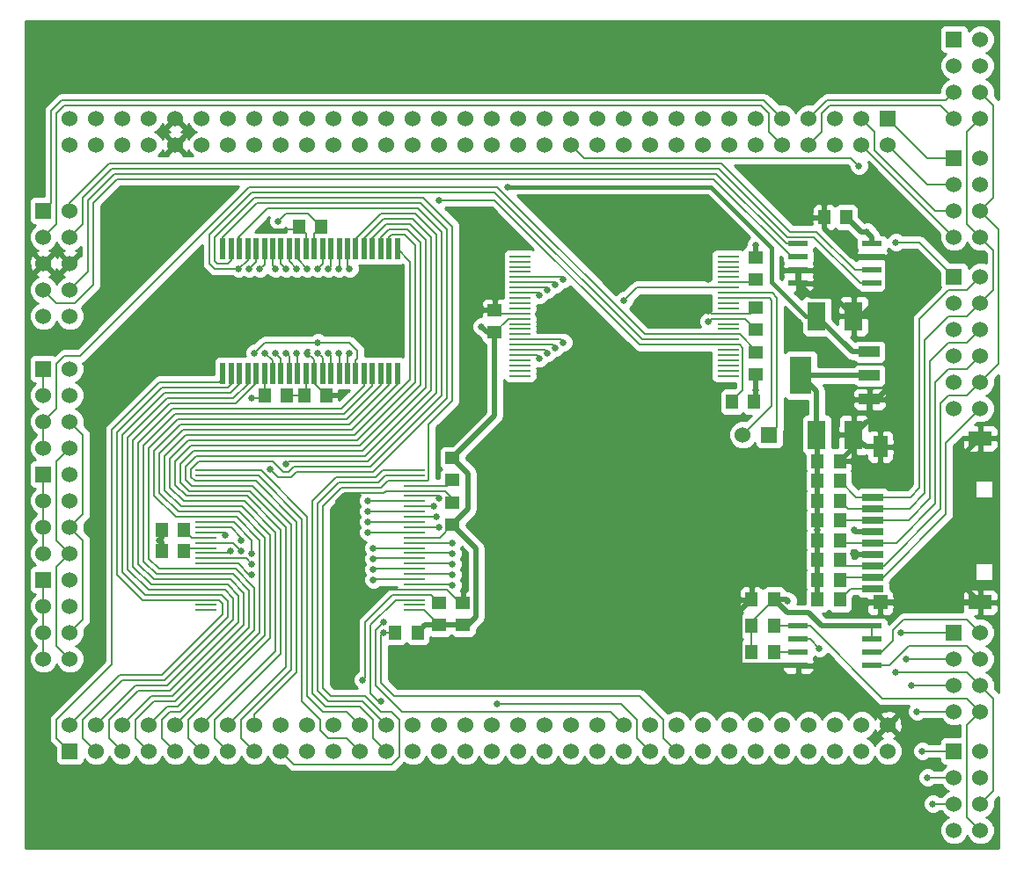
<source format=gtl>
G04 (created by PCBNEW-RS274X (2012-01-19 BZR 3256)-stable) date 16/09/2012 00:02:06*
G01*
G70*
G90*
%MOIN*%
G04 Gerber Fmt 3.4, Leading zero omitted, Abs format*
%FSLAX34Y34*%
G04 APERTURE LIST*
%ADD10C,0.006000*%
%ADD11R,0.078700X0.007800*%
%ADD12R,0.045000X0.055000*%
%ADD13R,0.060000X0.060000*%
%ADD14C,0.060000*%
%ADD15R,0.080000X0.144000*%
%ADD16R,0.080000X0.040000*%
%ADD17R,0.070000X0.110000*%
%ADD18R,0.055000X0.045000*%
%ADD19R,0.086600X0.055100*%
%ADD20R,0.055100X0.078700*%
%ADD21R,0.055100X0.055100*%
%ADD22R,0.078700X0.027600*%
%ADD23R,0.075000X0.020000*%
%ADD24R,0.019700X0.078700*%
%ADD25C,0.025000*%
%ADD26C,0.015000*%
%ADD27C,0.020000*%
%ADD28C,0.008000*%
%ADD29C,0.010000*%
G04 APERTURE END LIST*
G54D10*
G54D11*
X25037Y-27870D03*
X25037Y-27673D03*
X25037Y-27476D03*
X25037Y-27280D03*
X25037Y-27083D03*
X25037Y-26886D03*
X25037Y-26689D03*
X25037Y-26492D03*
X25037Y-26295D03*
X25037Y-26098D03*
X25037Y-25902D03*
X25037Y-25705D03*
X25037Y-25508D03*
X25037Y-25311D03*
X25037Y-25114D03*
X25037Y-24917D03*
X25037Y-24720D03*
X25037Y-24524D03*
X25037Y-24327D03*
X25037Y-24130D03*
X25037Y-23933D03*
X25037Y-23736D03*
X25037Y-23539D03*
X25037Y-23343D03*
X17163Y-23343D03*
X17163Y-23539D03*
X17163Y-23736D03*
X17163Y-23933D03*
X17163Y-24130D03*
X17163Y-24327D03*
X17163Y-24524D03*
X17163Y-24720D03*
X17163Y-24917D03*
X17163Y-25114D03*
X17163Y-25311D03*
X17163Y-25508D03*
X17163Y-25705D03*
X17163Y-25902D03*
X17163Y-26098D03*
X17163Y-26295D03*
X17163Y-26492D03*
X17163Y-26689D03*
X17163Y-26886D03*
X17163Y-27083D03*
X17163Y-27280D03*
X17163Y-27476D03*
X17163Y-27673D03*
X17163Y-27870D03*
X17163Y-28067D03*
X17163Y-28264D03*
X17163Y-28461D03*
X17163Y-28657D03*
X25037Y-28067D03*
X25037Y-28264D03*
X25037Y-28461D03*
X25037Y-28657D03*
X29063Y-15630D03*
X29063Y-15827D03*
X29063Y-16024D03*
X29063Y-16220D03*
X29063Y-16417D03*
X29063Y-16614D03*
X29063Y-16811D03*
X29063Y-17008D03*
X29063Y-17205D03*
X29063Y-17402D03*
X29063Y-17598D03*
X29063Y-17795D03*
X29063Y-17992D03*
X29063Y-18189D03*
X29063Y-18386D03*
X29063Y-18583D03*
X29063Y-18780D03*
X29063Y-18976D03*
X29063Y-19173D03*
X29063Y-19370D03*
X29063Y-19567D03*
X29063Y-19764D03*
X36937Y-19764D03*
X36937Y-19567D03*
X36937Y-19370D03*
X36937Y-19173D03*
X36937Y-18976D03*
X36937Y-18780D03*
X36937Y-18583D03*
X36937Y-18386D03*
X36937Y-18189D03*
X36937Y-17992D03*
X36937Y-17795D03*
X36937Y-17598D03*
X36937Y-17402D03*
X36937Y-17205D03*
X36937Y-17008D03*
X36937Y-16811D03*
X36937Y-16614D03*
X36937Y-16417D03*
X36937Y-16220D03*
X36937Y-16024D03*
X36937Y-15827D03*
X36937Y-15630D03*
X36937Y-15433D03*
X36937Y-15236D03*
X29063Y-15433D03*
X29063Y-15236D03*
G54D12*
X37825Y-29250D03*
X38675Y-29250D03*
G54D13*
X45500Y-16000D03*
G54D14*
X46500Y-16000D03*
X45500Y-17000D03*
X46500Y-17000D03*
X45500Y-18000D03*
X46500Y-18000D03*
X45500Y-19000D03*
X46500Y-19000D03*
X45500Y-20000D03*
X46500Y-20000D03*
X45500Y-21000D03*
X46500Y-21000D03*
G54D13*
X45500Y-11500D03*
G54D14*
X46500Y-11500D03*
X45500Y-12500D03*
X46500Y-12500D03*
X45500Y-13500D03*
X46500Y-13500D03*
X45500Y-14500D03*
X46500Y-14500D03*
G54D13*
X45500Y-07000D03*
G54D14*
X46500Y-07000D03*
X45500Y-08000D03*
X46500Y-08000D03*
X45500Y-09000D03*
X46500Y-09000D03*
X45500Y-10000D03*
X46500Y-10000D03*
G54D15*
X39700Y-19750D03*
G54D16*
X42300Y-19750D03*
X42300Y-18850D03*
X42300Y-20650D03*
G54D17*
X41700Y-17500D03*
X40300Y-17500D03*
X41700Y-22000D03*
X40300Y-22000D03*
G54D12*
X21525Y-14100D03*
X20675Y-14100D03*
G54D18*
X38000Y-18025D03*
X38000Y-17175D03*
X28100Y-18125D03*
X28100Y-17275D03*
G54D12*
X37825Y-28250D03*
X38675Y-28250D03*
G54D18*
X26900Y-29225D03*
X26900Y-28375D03*
G54D12*
X20875Y-20500D03*
X21725Y-20500D03*
G54D18*
X26000Y-29225D03*
X26000Y-28375D03*
G54D12*
X15475Y-25600D03*
X16325Y-25600D03*
G54D18*
X26500Y-22875D03*
X26500Y-23725D03*
X38000Y-19725D03*
X38000Y-18875D03*
X26500Y-25425D03*
X26500Y-24575D03*
G54D12*
X41175Y-23000D03*
X40325Y-23000D03*
X15475Y-26400D03*
X16325Y-26400D03*
X25175Y-29500D03*
X24325Y-29500D03*
X20225Y-20500D03*
X19375Y-20500D03*
G54D13*
X11000Y-27500D03*
G54D14*
X12000Y-27500D03*
X11000Y-28500D03*
X12000Y-28500D03*
X11000Y-29500D03*
X12000Y-29500D03*
X11000Y-30500D03*
X12000Y-30500D03*
G54D13*
X11000Y-23500D03*
G54D14*
X12000Y-23500D03*
X11000Y-24500D03*
X12000Y-24500D03*
X11000Y-25500D03*
X12000Y-25500D03*
X11000Y-26500D03*
X12000Y-26500D03*
G54D13*
X11000Y-19500D03*
G54D14*
X12000Y-19500D03*
X11000Y-20500D03*
X12000Y-20500D03*
X11000Y-21500D03*
X12000Y-21500D03*
X11000Y-22500D03*
X12000Y-22500D03*
G54D13*
X45500Y-34000D03*
G54D14*
X46500Y-34000D03*
X45500Y-35000D03*
X46500Y-35000D03*
X45500Y-36000D03*
X46500Y-36000D03*
X45500Y-37000D03*
X46500Y-37000D03*
G54D13*
X45500Y-29500D03*
G54D14*
X46500Y-29500D03*
X45500Y-30500D03*
X46500Y-30500D03*
X45500Y-31500D03*
X46500Y-31500D03*
X45500Y-32500D03*
X46500Y-32500D03*
G54D13*
X38500Y-22000D03*
G54D14*
X37500Y-22000D03*
G54D19*
X46488Y-28360D03*
X46488Y-22140D03*
G54D20*
X42709Y-22455D03*
G54D21*
X42709Y-28360D03*
G54D22*
X42433Y-27829D03*
X42433Y-27396D03*
X42433Y-26963D03*
X42433Y-26530D03*
X42433Y-26096D03*
X42433Y-25663D03*
X42433Y-25230D03*
X42433Y-24797D03*
X42433Y-24364D03*
G54D23*
X42400Y-29250D03*
X42400Y-29750D03*
X42400Y-30250D03*
X42400Y-30750D03*
X39600Y-30750D03*
X39600Y-30250D03*
X39600Y-29750D03*
X39600Y-29250D03*
G54D18*
X38000Y-15275D03*
X38000Y-16125D03*
G54D12*
X37925Y-20750D03*
X37075Y-20750D03*
X37825Y-30250D03*
X38675Y-30250D03*
X41175Y-28250D03*
X40325Y-28250D03*
X41175Y-23750D03*
X40325Y-23750D03*
X41175Y-24500D03*
X40325Y-24500D03*
X41175Y-25250D03*
X40325Y-25250D03*
X41175Y-26000D03*
X40325Y-26000D03*
X41175Y-26750D03*
X40325Y-26750D03*
X41175Y-27500D03*
X40325Y-27500D03*
G54D13*
X43000Y-10000D03*
G54D14*
X43000Y-11000D03*
X42000Y-10000D03*
X42000Y-11000D03*
X41000Y-10000D03*
X41000Y-11000D03*
X40000Y-10000D03*
X40000Y-11000D03*
X39000Y-10000D03*
X39000Y-11000D03*
X38000Y-10000D03*
X38000Y-11000D03*
X37000Y-10000D03*
X37000Y-11000D03*
X36000Y-10000D03*
X36000Y-11000D03*
X35000Y-10000D03*
X35000Y-11000D03*
X34000Y-10000D03*
X34000Y-11000D03*
X33000Y-10000D03*
X33000Y-11000D03*
X32000Y-10000D03*
X32000Y-11000D03*
X31000Y-10000D03*
X31000Y-11000D03*
X30000Y-10000D03*
X30000Y-11000D03*
X29000Y-10000D03*
X29000Y-11000D03*
X28000Y-10000D03*
X28000Y-11000D03*
X27000Y-10000D03*
X27000Y-11000D03*
X26000Y-10000D03*
X26000Y-11000D03*
X25000Y-10000D03*
X25000Y-11000D03*
X24000Y-10000D03*
X24000Y-11000D03*
X23000Y-10000D03*
X23000Y-11000D03*
X22000Y-10000D03*
X22000Y-11000D03*
X21000Y-10000D03*
X21000Y-11000D03*
X20000Y-10000D03*
X20000Y-11000D03*
X19000Y-10000D03*
X19000Y-11000D03*
X18000Y-10000D03*
X18000Y-11000D03*
X17000Y-10000D03*
X17000Y-11000D03*
X16000Y-10000D03*
X16000Y-11000D03*
X15000Y-10000D03*
X15000Y-11000D03*
X14000Y-10000D03*
X14000Y-11000D03*
X13000Y-10000D03*
X13000Y-11000D03*
X12000Y-10000D03*
X12000Y-11000D03*
G54D13*
X12000Y-34000D03*
G54D14*
X12000Y-33000D03*
X13000Y-34000D03*
X13000Y-33000D03*
X14000Y-34000D03*
X14000Y-33000D03*
X15000Y-34000D03*
X15000Y-33000D03*
X16000Y-34000D03*
X16000Y-33000D03*
X17000Y-34000D03*
X17000Y-33000D03*
X18000Y-34000D03*
X18000Y-33000D03*
X19000Y-34000D03*
X19000Y-33000D03*
X20000Y-34000D03*
X20000Y-33000D03*
X21000Y-34000D03*
X21000Y-33000D03*
X22000Y-34000D03*
X22000Y-33000D03*
X23000Y-34000D03*
X23000Y-33000D03*
X24000Y-34000D03*
X24000Y-33000D03*
X25000Y-34000D03*
X25000Y-33000D03*
X26000Y-34000D03*
X26000Y-33000D03*
X27000Y-34000D03*
X27000Y-33000D03*
X28000Y-34000D03*
X28000Y-33000D03*
X29000Y-34000D03*
X29000Y-33000D03*
X30000Y-34000D03*
X30000Y-33000D03*
X31000Y-34000D03*
X31000Y-33000D03*
X32000Y-34000D03*
X32000Y-33000D03*
X33000Y-34000D03*
X33000Y-33000D03*
X34000Y-34000D03*
X34000Y-33000D03*
X35000Y-34000D03*
X35000Y-33000D03*
X36000Y-34000D03*
X36000Y-33000D03*
X37000Y-34000D03*
X37000Y-33000D03*
X38000Y-34000D03*
X38000Y-33000D03*
X39000Y-34000D03*
X39000Y-33000D03*
X40000Y-34000D03*
X40000Y-33000D03*
X41000Y-34000D03*
X41000Y-33000D03*
X42000Y-34000D03*
X42000Y-33000D03*
X43000Y-34000D03*
X43000Y-33000D03*
G54D24*
X23777Y-14938D03*
X23462Y-14938D03*
X23147Y-14938D03*
X22832Y-14938D03*
X22517Y-14938D03*
X22202Y-14938D03*
X21887Y-14938D03*
X21572Y-14938D03*
X21257Y-14938D03*
X20943Y-14938D03*
X20628Y-14938D03*
X20313Y-14938D03*
X19998Y-14938D03*
X19683Y-14938D03*
X19368Y-14938D03*
X19053Y-14938D03*
X18738Y-14938D03*
X18423Y-14938D03*
X18108Y-14938D03*
G54D10*
G36*
X17695Y-15331D02*
X17695Y-14545D01*
X17891Y-14545D01*
X17891Y-15331D01*
X17695Y-15331D01*
X17695Y-15331D01*
G37*
G54D24*
X17793Y-19662D03*
X18108Y-19662D03*
X18423Y-19662D03*
X18738Y-19662D03*
X19053Y-19662D03*
X19368Y-19662D03*
X19683Y-19662D03*
X19998Y-19662D03*
X20313Y-19662D03*
X20628Y-19662D03*
X20943Y-19662D03*
X21257Y-19662D03*
X21572Y-19662D03*
X21887Y-19662D03*
X22202Y-19662D03*
X22517Y-19662D03*
X22832Y-19662D03*
X23147Y-19662D03*
X23462Y-19662D03*
X23777Y-19662D03*
X24092Y-19662D03*
X24407Y-19662D03*
X24092Y-14938D03*
X24407Y-14938D03*
G54D12*
X40575Y-13750D03*
X41425Y-13750D03*
G54D13*
X11000Y-13500D03*
G54D14*
X12000Y-13500D03*
X11000Y-14500D03*
X12000Y-14500D03*
X11000Y-15500D03*
X12000Y-15500D03*
X11000Y-16500D03*
X12000Y-16500D03*
X11000Y-17500D03*
X12000Y-17500D03*
G54D23*
X42400Y-14750D03*
X42400Y-15250D03*
X42400Y-15750D03*
X42400Y-16250D03*
X39600Y-16250D03*
X39600Y-15750D03*
X39600Y-15250D03*
X39600Y-14750D03*
G54D25*
X28600Y-12600D03*
X40400Y-30100D03*
X43300Y-31000D03*
X23800Y-32100D03*
X18900Y-27300D03*
X19600Y-23300D03*
X20200Y-23100D03*
X18900Y-26900D03*
X18900Y-26500D03*
X18500Y-26000D03*
X18500Y-26400D03*
X19400Y-18900D03*
X23500Y-27500D03*
X30700Y-16100D03*
X19800Y-18900D03*
X30400Y-16300D03*
X23500Y-27100D03*
X21800Y-15700D03*
X26500Y-26500D03*
X21400Y-15700D03*
X26500Y-26100D03*
X26000Y-25500D03*
X21000Y-15700D03*
X20600Y-15700D03*
X25900Y-25100D03*
X20200Y-15700D03*
X25800Y-24700D03*
X26000Y-24400D03*
X19800Y-15700D03*
X20200Y-18900D03*
X30100Y-16500D03*
X23500Y-26700D03*
X20600Y-18900D03*
X23500Y-26300D03*
X29800Y-16700D03*
X21400Y-18900D03*
X23300Y-25700D03*
X30700Y-18500D03*
X21800Y-18900D03*
X23300Y-25300D03*
X30400Y-18700D03*
X30100Y-18900D03*
X22200Y-18900D03*
X23300Y-24900D03*
X22600Y-18900D03*
X23300Y-24500D03*
X29800Y-19100D03*
X26500Y-27300D03*
X22600Y-15700D03*
X22200Y-15700D03*
X26500Y-26900D03*
X26000Y-13100D03*
X19200Y-15700D03*
X28200Y-32200D03*
X18400Y-15700D03*
X26500Y-27700D03*
X23100Y-31300D03*
X18800Y-15700D03*
X23900Y-29500D03*
X18100Y-26400D03*
X33000Y-16900D03*
X19000Y-18900D03*
X23900Y-29100D03*
X17900Y-25800D03*
X21400Y-18500D03*
X18900Y-20600D03*
X43300Y-14700D03*
X41900Y-11800D03*
X44700Y-36000D03*
X44500Y-35000D03*
X44300Y-34000D03*
X43900Y-31500D03*
X43700Y-30500D03*
X44100Y-32500D03*
X43500Y-29500D03*
X41725Y-25625D03*
X40325Y-25625D03*
X36200Y-16100D03*
X22100Y-27300D03*
X19600Y-14200D03*
X42100Y-28400D03*
X27600Y-17200D03*
X15500Y-08800D03*
X36200Y-17300D03*
X41700Y-26500D03*
X21000Y-18900D03*
X42500Y-21500D03*
X22100Y-29400D03*
X42200Y-14300D03*
X19900Y-13900D03*
X39200Y-28300D03*
X38000Y-14800D03*
X20225Y-20500D03*
X38000Y-20300D03*
X27600Y-17900D03*
X15400Y-26000D03*
X36200Y-17700D03*
G54D26*
X38600Y-14900D02*
X36300Y-12600D01*
X38600Y-16200D02*
X38600Y-14900D01*
X39900Y-17500D02*
X40300Y-17500D01*
G54D27*
X41650Y-18850D02*
X40300Y-17500D01*
G54D26*
X39900Y-17500D02*
X38600Y-16200D01*
X36300Y-12600D02*
X28600Y-12600D01*
G54D27*
X42300Y-18850D02*
X41650Y-18850D01*
G54D28*
X46000Y-31000D02*
X43300Y-31000D01*
X40050Y-29750D02*
X39600Y-29750D01*
X47000Y-35500D02*
X46500Y-36000D01*
X46500Y-31500D02*
X47000Y-32000D01*
X47000Y-32000D02*
X47000Y-35500D01*
X46500Y-31500D02*
X46000Y-31000D01*
X40400Y-30100D02*
X40050Y-29750D01*
X46000Y-30000D02*
X43800Y-30000D01*
X46500Y-30500D02*
X46000Y-30000D01*
X43050Y-30750D02*
X42400Y-30750D01*
X43800Y-30000D02*
X43050Y-30750D01*
X46000Y-36500D02*
X46500Y-37000D01*
X46500Y-32500D02*
X46000Y-32000D01*
X40050Y-29250D02*
X42800Y-32000D01*
X46000Y-32000D02*
X42800Y-32000D01*
X39600Y-29250D02*
X38675Y-29250D01*
X46500Y-32500D02*
X46000Y-33000D01*
X46000Y-33000D02*
X46000Y-36500D01*
X39600Y-29250D02*
X40050Y-29250D01*
X43200Y-29800D02*
X42750Y-30250D01*
X46000Y-29000D02*
X43600Y-29000D01*
X46500Y-29500D02*
X46000Y-29000D01*
X42750Y-30250D02*
X42400Y-30250D01*
X43600Y-29000D02*
X43200Y-29400D01*
X43200Y-29400D02*
X43200Y-29800D01*
X23400Y-31800D02*
X23700Y-32100D01*
X23400Y-29200D02*
X23400Y-31800D01*
X11500Y-33500D02*
X11500Y-32800D01*
X11500Y-32800D02*
X13600Y-30700D01*
X17793Y-19845D02*
X17638Y-20000D01*
X17793Y-19662D02*
X17793Y-19845D01*
X17638Y-20000D02*
X15400Y-20000D01*
X25037Y-28264D02*
X24336Y-28264D01*
X24336Y-28264D02*
X23400Y-29200D01*
X13600Y-30700D02*
X13600Y-21800D01*
X12000Y-34000D02*
X11500Y-33500D01*
X15400Y-20000D02*
X13600Y-21800D01*
X23700Y-32100D02*
X23800Y-32100D01*
X17800Y-28400D02*
X17800Y-28800D01*
X13800Y-21900D02*
X13800Y-27300D01*
X14764Y-28264D02*
X17163Y-28264D01*
X17800Y-28800D02*
X15500Y-31100D01*
X13900Y-31100D02*
X12000Y-33000D01*
X13800Y-27300D02*
X14764Y-28264D01*
X18108Y-19662D02*
X18108Y-20092D01*
X18000Y-20200D02*
X15500Y-20200D01*
X15500Y-31100D02*
X13900Y-31100D01*
X18108Y-20092D02*
X18000Y-20200D01*
X17664Y-28264D02*
X17800Y-28400D01*
X17163Y-28264D02*
X17664Y-28264D01*
X15500Y-20200D02*
X13800Y-21900D01*
X15600Y-24100D02*
X15600Y-22800D01*
X16500Y-33500D02*
X17000Y-34000D01*
X16220Y-24720D02*
X15600Y-24100D01*
X24900Y-15431D02*
X24900Y-19900D01*
X16500Y-32800D02*
X16500Y-33500D01*
X16400Y-22000D02*
X22800Y-22000D01*
X24900Y-19900D02*
X22800Y-22000D01*
X15600Y-22800D02*
X16400Y-22000D01*
X17163Y-24720D02*
X18520Y-24720D01*
X24407Y-14938D02*
X24900Y-15431D01*
X19600Y-29700D02*
X16500Y-32800D01*
X18520Y-24720D02*
X19600Y-25800D01*
X19600Y-25800D02*
X19600Y-29700D01*
X17163Y-24720D02*
X16220Y-24720D01*
X16324Y-24524D02*
X17163Y-24524D01*
X24200Y-14400D02*
X24700Y-14400D01*
X15800Y-22900D02*
X15800Y-24000D01*
X19800Y-30200D02*
X19800Y-25700D01*
X24092Y-14938D02*
X24092Y-14508D01*
X15800Y-24000D02*
X16324Y-24524D01*
X16500Y-22200D02*
X15800Y-22900D01*
X25100Y-14800D02*
X25100Y-20000D01*
X24700Y-14400D02*
X25100Y-14800D01*
X25100Y-20000D02*
X22900Y-22200D01*
X18624Y-24524D02*
X19800Y-25700D01*
X22900Y-22200D02*
X16500Y-22200D01*
X17000Y-33000D02*
X19800Y-30200D01*
X24092Y-14508D02*
X24200Y-14400D01*
X18624Y-24524D02*
X17163Y-24524D01*
X20000Y-25600D02*
X20000Y-30300D01*
X23777Y-14523D02*
X24100Y-14200D01*
X17500Y-32800D02*
X17500Y-33500D01*
X24800Y-14200D02*
X25300Y-14700D01*
X18727Y-24327D02*
X20000Y-25600D01*
X16600Y-22400D02*
X23000Y-22400D01*
X16427Y-24327D02*
X16000Y-23900D01*
X25300Y-14700D02*
X25300Y-20100D01*
X23777Y-14938D02*
X23777Y-14523D01*
X17163Y-24327D02*
X16427Y-24327D01*
X17163Y-24327D02*
X18727Y-24327D01*
X20000Y-30300D02*
X17500Y-32800D01*
X25300Y-20100D02*
X23000Y-22400D01*
X16000Y-23000D02*
X16600Y-22400D01*
X24100Y-14200D02*
X24800Y-14200D01*
X17500Y-33500D02*
X18000Y-34000D01*
X16000Y-23900D02*
X16000Y-23000D01*
X16200Y-23100D02*
X16200Y-23800D01*
X16530Y-24130D02*
X17163Y-24130D01*
X23100Y-22600D02*
X16700Y-22600D01*
X25500Y-14600D02*
X25500Y-20200D01*
X18000Y-33000D02*
X20200Y-30800D01*
X18830Y-24130D02*
X20200Y-25500D01*
X20200Y-30800D02*
X20200Y-25500D01*
X16200Y-23800D02*
X16530Y-24130D01*
X24000Y-14000D02*
X24900Y-14000D01*
X23462Y-14938D02*
X23462Y-14538D01*
X16700Y-22600D02*
X16200Y-23100D01*
X18830Y-24130D02*
X17163Y-24130D01*
X24900Y-14000D02*
X25500Y-14600D01*
X25500Y-20200D02*
X23100Y-22600D01*
X23462Y-14538D02*
X24000Y-14000D01*
X23200Y-22800D02*
X25700Y-20300D01*
X16400Y-23200D02*
X16800Y-22800D01*
X23147Y-14938D02*
X23147Y-14553D01*
X23147Y-14553D02*
X23900Y-13800D01*
X18500Y-33500D02*
X19000Y-34000D01*
X20400Y-30900D02*
X18500Y-32800D01*
X16800Y-22800D02*
X23200Y-22800D01*
X17163Y-23933D02*
X18933Y-23933D01*
X17163Y-23933D02*
X16633Y-23933D01*
X25000Y-13800D02*
X25700Y-14500D01*
X23900Y-13800D02*
X25000Y-13800D01*
X18933Y-23933D02*
X20400Y-25400D01*
X25700Y-14500D02*
X25700Y-20300D01*
X16400Y-23700D02*
X16400Y-23200D01*
X20400Y-25400D02*
X20400Y-30900D01*
X16633Y-23933D02*
X16400Y-23700D01*
X18500Y-32800D02*
X18500Y-33500D01*
X18400Y-14500D02*
X18423Y-14500D01*
X19700Y-23000D02*
X20100Y-23400D01*
X23400Y-23200D02*
X26100Y-20500D01*
X17163Y-23736D02*
X19036Y-23736D01*
X20500Y-23200D02*
X23400Y-23200D01*
X18423Y-14500D02*
X18423Y-14938D01*
X17163Y-23736D02*
X16736Y-23736D01*
X20600Y-25300D02*
X20600Y-31000D01*
X16900Y-23000D02*
X19700Y-23000D01*
X25200Y-13400D02*
X19500Y-13400D01*
X19000Y-32600D02*
X19000Y-33000D01*
X19500Y-13400D02*
X18400Y-14500D01*
X20100Y-23400D02*
X20300Y-23400D01*
X16600Y-23600D02*
X16600Y-23300D01*
X20300Y-23400D02*
X20500Y-23200D01*
X26100Y-14300D02*
X25200Y-13400D01*
X20600Y-31000D02*
X19000Y-32600D01*
X20600Y-25300D02*
X19036Y-23736D01*
X26100Y-20500D02*
X26100Y-14300D01*
X16600Y-23300D02*
X16900Y-23000D01*
X16736Y-23736D02*
X16600Y-23600D01*
X18108Y-15392D02*
X18108Y-14938D01*
X23200Y-31900D02*
X23800Y-32500D01*
X23800Y-24000D02*
X22300Y-24000D01*
X25564Y-23736D02*
X25037Y-23736D01*
X24500Y-32800D02*
X24500Y-34200D01*
X26500Y-14100D02*
X26500Y-20700D01*
X25600Y-21600D02*
X25600Y-23700D01*
X24200Y-32500D02*
X24500Y-32800D01*
X22300Y-24000D02*
X21600Y-24700D01*
X26500Y-20700D02*
X25600Y-21600D01*
X24064Y-23736D02*
X23800Y-24000D01*
X19000Y-13000D02*
X17500Y-14500D01*
X17500Y-15400D02*
X17600Y-15500D01*
X21900Y-31900D02*
X23200Y-31900D01*
X20500Y-34500D02*
X20000Y-34000D01*
X17500Y-14500D02*
X17500Y-15400D01*
X25400Y-13000D02*
X19000Y-13000D01*
X23800Y-32500D02*
X24200Y-32500D01*
X24500Y-34200D02*
X24200Y-34500D01*
X24200Y-34500D02*
X20500Y-34500D01*
X25600Y-23700D02*
X25564Y-23736D01*
X25400Y-13000D02*
X26500Y-14100D01*
X18000Y-15500D02*
X18108Y-15392D01*
X25037Y-23736D02*
X24064Y-23736D01*
X21600Y-24700D02*
X21600Y-31600D01*
X17600Y-15500D02*
X18000Y-15500D01*
X21600Y-31600D02*
X21900Y-31900D01*
X25300Y-13200D02*
X26300Y-14200D01*
X20600Y-23400D02*
X20400Y-23600D01*
X18386Y-26886D02*
X17163Y-26886D01*
X19900Y-23600D02*
X19600Y-23300D01*
X26300Y-20600D02*
X23500Y-23400D01*
X23500Y-23400D02*
X20600Y-23400D01*
X26300Y-14200D02*
X26300Y-20600D01*
X19100Y-13200D02*
X25300Y-13200D01*
X18386Y-26886D02*
X18800Y-27300D01*
X17793Y-14938D02*
X17793Y-14507D01*
X17793Y-14507D02*
X19100Y-13200D01*
X20400Y-23600D02*
X19900Y-23600D01*
X18800Y-27300D02*
X18900Y-27300D01*
X20200Y-23100D02*
X20300Y-23000D01*
X25900Y-20400D02*
X25900Y-14400D01*
X17163Y-26689D02*
X18689Y-26689D01*
X25900Y-14400D02*
X25100Y-13600D01*
X23300Y-23000D02*
X25900Y-20400D01*
X23800Y-13600D02*
X22832Y-14568D01*
X25100Y-13600D02*
X23800Y-13600D01*
X18689Y-26689D02*
X18900Y-26900D01*
X22832Y-14938D02*
X22832Y-14568D01*
X20300Y-23000D02*
X23300Y-23000D01*
X17163Y-25311D02*
X18211Y-25311D01*
X18900Y-26000D02*
X18900Y-26500D01*
X18211Y-25311D02*
X18900Y-26000D01*
X18000Y-28900D02*
X15600Y-31300D01*
X18000Y-28300D02*
X18000Y-28900D01*
X15600Y-20400D02*
X14000Y-22000D01*
X18423Y-19662D02*
X18423Y-20077D01*
X14000Y-27200D02*
X14000Y-22000D01*
X14000Y-31300D02*
X12500Y-32800D01*
X17163Y-28067D02*
X14867Y-28067D01*
X18423Y-20077D02*
X18100Y-20400D01*
X18100Y-20400D02*
X15600Y-20400D01*
X12500Y-32800D02*
X12500Y-33500D01*
X14867Y-28067D02*
X14000Y-27200D01*
X17767Y-28067D02*
X18000Y-28300D01*
X12500Y-33500D02*
X13000Y-34000D01*
X15600Y-31300D02*
X14000Y-31300D01*
X17163Y-28067D02*
X17767Y-28067D01*
X17163Y-25508D02*
X18108Y-25508D01*
X18500Y-25900D02*
X18500Y-26000D01*
X18108Y-25508D02*
X18500Y-25900D01*
X17163Y-26098D02*
X18198Y-26098D01*
X18198Y-26098D02*
X18500Y-26400D01*
X19139Y-23539D02*
X20800Y-25200D01*
X20800Y-32100D02*
X20800Y-25200D01*
X21500Y-32800D02*
X20800Y-32100D01*
X22500Y-33500D02*
X21800Y-33500D01*
X17163Y-23539D02*
X19139Y-23539D01*
X21500Y-33200D02*
X21500Y-32800D01*
X21800Y-33500D02*
X21500Y-33200D01*
X22500Y-33500D02*
X23000Y-34000D01*
X23000Y-33000D02*
X22500Y-32500D01*
X22500Y-32500D02*
X21600Y-32500D01*
X21600Y-32500D02*
X21000Y-31900D01*
X19243Y-23343D02*
X17163Y-23343D01*
X21000Y-31900D02*
X21000Y-25100D01*
X19243Y-23343D02*
X21000Y-25100D01*
X23857Y-23343D02*
X23600Y-23600D01*
X23857Y-23343D02*
X25037Y-23343D01*
X21200Y-31800D02*
X21700Y-32300D01*
X22100Y-23600D02*
X21200Y-24500D01*
X21700Y-32300D02*
X23000Y-32300D01*
X24000Y-34000D02*
X23500Y-33500D01*
X23600Y-23600D02*
X22100Y-23600D01*
X23000Y-32300D02*
X23500Y-32800D01*
X23500Y-32800D02*
X23500Y-33500D01*
X21200Y-24500D02*
X21200Y-31800D01*
X21400Y-31700D02*
X21400Y-24600D01*
X25037Y-23539D02*
X23961Y-23539D01*
X21800Y-32100D02*
X21400Y-31700D01*
X23700Y-23800D02*
X22200Y-23800D01*
X23100Y-32100D02*
X21800Y-32100D01*
X24000Y-33000D02*
X23100Y-32100D01*
X23961Y-23539D02*
X23700Y-23800D01*
X21400Y-24600D02*
X22200Y-23800D01*
X14200Y-22100D02*
X14200Y-27100D01*
X18738Y-20062D02*
X18200Y-20600D01*
X18200Y-29000D02*
X15700Y-31500D01*
X14500Y-31500D02*
X13000Y-33000D01*
X18738Y-19662D02*
X18738Y-20062D01*
X18200Y-28200D02*
X18200Y-29000D01*
X15700Y-20600D02*
X14200Y-22100D01*
X17163Y-27870D02*
X17870Y-27870D01*
X18200Y-20600D02*
X15700Y-20600D01*
X17870Y-27870D02*
X18200Y-28200D01*
X15700Y-31500D02*
X14500Y-31500D01*
X14970Y-27870D02*
X17163Y-27870D01*
X14200Y-27100D02*
X14970Y-27870D01*
X13500Y-32800D02*
X13500Y-33500D01*
X14400Y-22200D02*
X14400Y-27000D01*
X17163Y-27673D02*
X15073Y-27673D01*
X17973Y-27673D02*
X18400Y-28100D01*
X19053Y-19662D02*
X19053Y-20047D01*
X18400Y-29100D02*
X15800Y-31700D01*
X18300Y-20800D02*
X15800Y-20800D01*
X18400Y-28100D02*
X18400Y-29100D01*
X19053Y-20047D02*
X18300Y-20800D01*
X13500Y-33500D02*
X14000Y-34000D01*
X15800Y-31700D02*
X14600Y-31700D01*
X15073Y-27673D02*
X14400Y-27000D01*
X17163Y-27673D02*
X17973Y-27673D01*
X14600Y-31700D02*
X13500Y-32800D01*
X15800Y-20800D02*
X14400Y-22200D01*
X23147Y-20153D02*
X22300Y-21000D01*
X18600Y-28000D02*
X18600Y-29200D01*
X23147Y-19662D02*
X23147Y-20153D01*
X15100Y-31900D02*
X14000Y-33000D01*
X15900Y-31900D02*
X15100Y-31900D01*
X22300Y-21000D02*
X15900Y-21000D01*
X14600Y-22300D02*
X15900Y-21000D01*
X14600Y-26900D02*
X15176Y-27476D01*
X17163Y-27476D02*
X18076Y-27476D01*
X18076Y-27476D02*
X18600Y-28000D01*
X15176Y-27476D02*
X17163Y-27476D01*
X14600Y-26900D02*
X14600Y-22300D01*
X18600Y-29200D02*
X15900Y-31900D01*
X14500Y-32800D02*
X14500Y-33500D01*
X23462Y-20138D02*
X22400Y-21200D01*
X14800Y-22400D02*
X16000Y-21200D01*
X14500Y-33500D02*
X15000Y-34000D01*
X14800Y-26800D02*
X14800Y-22400D01*
X18180Y-27280D02*
X18800Y-27900D01*
X23462Y-19662D02*
X23462Y-20138D01*
X16000Y-32100D02*
X15200Y-32100D01*
X17163Y-27280D02*
X18180Y-27280D01*
X18800Y-27900D02*
X18800Y-29300D01*
X15280Y-27280D02*
X14800Y-26800D01*
X18800Y-29300D02*
X16000Y-32100D01*
X17163Y-27280D02*
X15280Y-27280D01*
X15200Y-32100D02*
X14500Y-32800D01*
X16000Y-21200D02*
X22400Y-21200D01*
X15000Y-22500D02*
X16100Y-21400D01*
X18283Y-27083D02*
X19000Y-27800D01*
X16100Y-32300D02*
X15700Y-32300D01*
X17163Y-27083D02*
X18283Y-27083D01*
X19000Y-27800D02*
X19000Y-29400D01*
X15383Y-27083D02*
X17163Y-27083D01*
X19000Y-29400D02*
X16100Y-32300D01*
X15700Y-32300D02*
X15000Y-33000D01*
X15000Y-26700D02*
X15000Y-22500D01*
X15000Y-26700D02*
X15383Y-27083D01*
X22500Y-21400D02*
X16100Y-21400D01*
X23777Y-19662D02*
X23777Y-20123D01*
X23777Y-20123D02*
X22500Y-21400D01*
X16200Y-32500D02*
X15800Y-32500D01*
X24092Y-20108D02*
X22600Y-21600D01*
X15200Y-22600D02*
X16200Y-21600D01*
X24092Y-19662D02*
X24092Y-20108D01*
X15200Y-24300D02*
X15200Y-22600D01*
X17163Y-25114D02*
X18314Y-25114D01*
X19200Y-26000D02*
X19200Y-29500D01*
X15800Y-32500D02*
X15500Y-32800D01*
X17163Y-25114D02*
X16014Y-25114D01*
X15500Y-32800D02*
X15500Y-33500D01*
X15500Y-33500D02*
X16000Y-34000D01*
X19200Y-29500D02*
X16200Y-32500D01*
X19200Y-26000D02*
X18314Y-25114D01*
X16200Y-21600D02*
X22600Y-21600D01*
X16014Y-25114D02*
X15200Y-24300D01*
X15400Y-22700D02*
X16300Y-21800D01*
X17163Y-24917D02*
X16117Y-24917D01*
X16117Y-24917D02*
X15400Y-24200D01*
X19400Y-29600D02*
X16000Y-33000D01*
X24407Y-19662D02*
X24407Y-20093D01*
X17163Y-24917D02*
X18417Y-24917D01*
X15400Y-24200D02*
X15400Y-22700D01*
X18417Y-24917D02*
X19400Y-25900D01*
X24407Y-20093D02*
X22700Y-21800D01*
X19400Y-25900D02*
X19400Y-29600D01*
X16300Y-21800D02*
X22700Y-21800D01*
X38614Y-16614D02*
X38800Y-16800D01*
X38800Y-21700D02*
X38500Y-22000D01*
X36937Y-16614D02*
X38614Y-16614D01*
X38800Y-16800D02*
X38800Y-21700D01*
X38600Y-16900D02*
X38600Y-20900D01*
X36937Y-16811D02*
X38511Y-16811D01*
X37500Y-22000D02*
X38600Y-20900D01*
X38511Y-16811D02*
X38600Y-16900D01*
X23524Y-27476D02*
X25037Y-27476D01*
X23524Y-27476D02*
X23500Y-27500D01*
X19683Y-19183D02*
X19400Y-18900D01*
X30624Y-16024D02*
X30700Y-16100D01*
X30624Y-16024D02*
X29063Y-16024D01*
X19683Y-19662D02*
X19683Y-19183D01*
X19998Y-19662D02*
X19998Y-19098D01*
X30320Y-16220D02*
X29063Y-16220D01*
X19998Y-19098D02*
X19800Y-18900D01*
X23517Y-27083D02*
X25037Y-27083D01*
X30320Y-16220D02*
X30400Y-16300D01*
X23517Y-27083D02*
X23500Y-27100D01*
X21887Y-15613D02*
X21887Y-14938D01*
X21887Y-15613D02*
X21800Y-15700D01*
X25037Y-26492D02*
X26492Y-26492D01*
X26492Y-26492D02*
X26500Y-26500D01*
X21572Y-15528D02*
X21400Y-15700D01*
X25037Y-26098D02*
X26498Y-26098D01*
X21572Y-14938D02*
X21572Y-15528D01*
X26498Y-26098D02*
X26500Y-26100D01*
X20628Y-15328D02*
X21000Y-15700D01*
X25037Y-25508D02*
X25992Y-25508D01*
X25992Y-25508D02*
X26000Y-25500D01*
X20628Y-14938D02*
X20628Y-15328D01*
X20313Y-15413D02*
X20600Y-15700D01*
X25037Y-25114D02*
X25886Y-25114D01*
X25886Y-25114D02*
X25900Y-25100D01*
X20313Y-14938D02*
X20313Y-15413D01*
X19998Y-15498D02*
X20200Y-15700D01*
X25780Y-24720D02*
X25800Y-24700D01*
X25037Y-24720D02*
X25780Y-24720D01*
X19998Y-14938D02*
X19998Y-15498D01*
X25037Y-24327D02*
X25927Y-24327D01*
X19683Y-14938D02*
X19683Y-15583D01*
X25927Y-24327D02*
X26000Y-24400D01*
X19683Y-15583D02*
X19800Y-15700D01*
X25037Y-26689D02*
X23511Y-26689D01*
X20313Y-19013D02*
X20200Y-18900D01*
X30017Y-16417D02*
X30100Y-16500D01*
X23511Y-26689D02*
X23500Y-26700D01*
X20313Y-19662D02*
X20313Y-19013D01*
X30017Y-16417D02*
X29063Y-16417D01*
X25037Y-26295D02*
X23505Y-26295D01*
X20628Y-19662D02*
X20628Y-18928D01*
X20628Y-18928D02*
X20600Y-18900D01*
X29714Y-16614D02*
X29800Y-16700D01*
X29714Y-16614D02*
X29063Y-16614D01*
X23505Y-26295D02*
X23500Y-26300D01*
X23305Y-25705D02*
X25037Y-25705D01*
X21572Y-19072D02*
X21400Y-18900D01*
X23305Y-25705D02*
X23300Y-25700D01*
X21572Y-19072D02*
X21572Y-19662D01*
X29063Y-18386D02*
X30586Y-18386D01*
X30700Y-18500D02*
X30586Y-18386D01*
X21887Y-19662D02*
X21887Y-18987D01*
X30283Y-18583D02*
X29063Y-18583D01*
X30283Y-18583D02*
X30400Y-18700D01*
X23311Y-25311D02*
X25037Y-25311D01*
X23311Y-25311D02*
X23300Y-25300D01*
X21887Y-18987D02*
X21800Y-18900D01*
X25037Y-24917D02*
X23317Y-24917D01*
X22202Y-18902D02*
X22202Y-19662D01*
X22202Y-18902D02*
X22200Y-18900D01*
X23317Y-24917D02*
X23300Y-24900D01*
X29063Y-18780D02*
X29980Y-18780D01*
X29980Y-18780D02*
X30100Y-18900D01*
X22517Y-18983D02*
X22600Y-18900D01*
X29676Y-18976D02*
X29063Y-18976D01*
X29676Y-18976D02*
X29800Y-19100D01*
X25037Y-24524D02*
X23324Y-24524D01*
X22517Y-18983D02*
X22517Y-19662D01*
X23324Y-24524D02*
X23300Y-24500D01*
X25037Y-27280D02*
X26480Y-27280D01*
X26480Y-27280D02*
X26500Y-27300D01*
X22517Y-15617D02*
X22517Y-14938D01*
X22517Y-15617D02*
X22600Y-15700D01*
X25037Y-26886D02*
X26486Y-26886D01*
X22202Y-15698D02*
X22200Y-15700D01*
X22202Y-14938D02*
X22202Y-15698D01*
X26486Y-26886D02*
X26500Y-26900D01*
X36937Y-18189D02*
X33789Y-18189D01*
X33789Y-18189D02*
X28200Y-12600D01*
X11500Y-21000D02*
X11500Y-19300D01*
X28200Y-12600D02*
X18800Y-12600D01*
X38000Y-18800D02*
X38000Y-18875D01*
X37389Y-18189D02*
X38000Y-18800D01*
X36937Y-18189D02*
X37389Y-18189D01*
X11000Y-21500D02*
X11500Y-21000D01*
X12400Y-19000D02*
X18800Y-12600D01*
X11800Y-19000D02*
X12400Y-19000D01*
X11500Y-19300D02*
X11800Y-19000D01*
X11000Y-22500D02*
X11000Y-21500D01*
X36937Y-18583D02*
X33583Y-18583D01*
X28100Y-13100D02*
X26000Y-13100D01*
X37500Y-20325D02*
X37075Y-20750D01*
X37383Y-18583D02*
X37500Y-18700D01*
X36937Y-18583D02*
X37383Y-18583D01*
X33583Y-18583D02*
X28100Y-13100D01*
X37500Y-18700D02*
X37500Y-20325D01*
X11000Y-19500D02*
X11000Y-20500D01*
X11500Y-27000D02*
X11500Y-30000D01*
X12000Y-22500D02*
X11500Y-23000D01*
X11500Y-26000D02*
X12000Y-26500D01*
X11500Y-23000D02*
X11500Y-26000D01*
X12000Y-26500D02*
X11500Y-27000D01*
X11500Y-30000D02*
X12000Y-30500D01*
X12000Y-25500D02*
X12500Y-26000D01*
X12500Y-29000D02*
X12000Y-29500D01*
X12500Y-26000D02*
X12500Y-29000D01*
X12000Y-21500D02*
X12500Y-22000D01*
X12500Y-25000D02*
X12000Y-25500D01*
X12500Y-22000D02*
X12500Y-25000D01*
X19368Y-14938D02*
X19368Y-15532D01*
X19368Y-15532D02*
X19200Y-15700D01*
X17300Y-15500D02*
X17500Y-15700D01*
X18738Y-14938D02*
X18738Y-15362D01*
X25037Y-27673D02*
X26473Y-27673D01*
X33686Y-18386D02*
X36937Y-18386D01*
X18900Y-12800D02*
X17300Y-14400D01*
X26473Y-27673D02*
X26500Y-27700D01*
X32900Y-32200D02*
X33500Y-32800D01*
X18400Y-15700D02*
X17500Y-15700D01*
X17300Y-14400D02*
X17300Y-15500D01*
X28200Y-32200D02*
X32900Y-32200D01*
X33500Y-33500D02*
X34000Y-34000D01*
X33686Y-18386D02*
X28100Y-12800D01*
X33500Y-32800D02*
X33500Y-33500D01*
X18738Y-15362D02*
X18400Y-15700D01*
X28100Y-12800D02*
X18900Y-12800D01*
X11000Y-27500D02*
X11000Y-28500D01*
X25037Y-28067D02*
X25692Y-28067D01*
X23200Y-31200D02*
X23100Y-31300D01*
X11000Y-28500D02*
X11000Y-29500D01*
X25037Y-28067D02*
X24233Y-28067D01*
X24233Y-28067D02*
X23200Y-29100D01*
X11000Y-29500D02*
X11000Y-30500D01*
X23200Y-29100D02*
X23200Y-31200D01*
X25692Y-28067D02*
X26000Y-28375D01*
X19053Y-15447D02*
X18800Y-15700D01*
X19053Y-14938D02*
X19053Y-15447D01*
X23800Y-29600D02*
X23800Y-31400D01*
X24300Y-31900D02*
X33600Y-31900D01*
X24325Y-29500D02*
X23900Y-29500D01*
X33600Y-31900D02*
X34500Y-32800D01*
X23900Y-29500D02*
X23800Y-29600D01*
X34500Y-32800D02*
X34500Y-33500D01*
X23800Y-31400D02*
X24300Y-31900D01*
X18008Y-26492D02*
X18100Y-26400D01*
X17163Y-26492D02*
X18008Y-26492D01*
X34500Y-33500D02*
X35000Y-34000D01*
X22832Y-19168D02*
X22900Y-19100D01*
X21400Y-18500D02*
X19400Y-18500D01*
X32500Y-32500D02*
X33000Y-33000D01*
X17805Y-25705D02*
X17900Y-25800D01*
X22832Y-19662D02*
X22832Y-19168D01*
X22832Y-19168D02*
X22900Y-19100D01*
X32500Y-32500D02*
X24600Y-32500D01*
X36937Y-16417D02*
X33483Y-16417D01*
X33483Y-16417D02*
X33000Y-16900D01*
X23600Y-31500D02*
X23600Y-29400D01*
X22900Y-19100D02*
X22900Y-18800D01*
X19400Y-18500D02*
X19000Y-18900D01*
X21400Y-18500D02*
X22600Y-18500D01*
X23600Y-29400D02*
X23900Y-29100D01*
X17163Y-25705D02*
X17805Y-25705D01*
X23600Y-31500D02*
X24600Y-32500D01*
X22600Y-18500D02*
X22900Y-18800D01*
X11000Y-26500D02*
X11000Y-25500D01*
X19375Y-19669D02*
X19375Y-20500D01*
X19275Y-20600D02*
X18900Y-20600D01*
X19368Y-19662D02*
X19375Y-19669D01*
X11000Y-24500D02*
X11000Y-23500D01*
X19275Y-20600D02*
X19375Y-20500D01*
X19368Y-20493D02*
X19375Y-20500D01*
X11000Y-25500D02*
X11000Y-24500D01*
X38300Y-09300D02*
X11700Y-09300D01*
X39000Y-10000D02*
X38300Y-09300D01*
X11700Y-09300D02*
X11300Y-09700D01*
X11300Y-09700D02*
X11300Y-13200D01*
X11300Y-13200D02*
X11000Y-13500D01*
X38200Y-09500D02*
X11800Y-09500D01*
X11500Y-14000D02*
X11000Y-14500D01*
X39000Y-11000D02*
X38500Y-10500D01*
X11500Y-09800D02*
X11500Y-14000D01*
X38500Y-09800D02*
X38200Y-09500D01*
X38500Y-10500D02*
X38500Y-09800D01*
X11800Y-09500D02*
X11500Y-09800D01*
X45500Y-16000D02*
X44200Y-14700D01*
X44200Y-14700D02*
X43300Y-14700D01*
X31500Y-11500D02*
X41600Y-11500D01*
X41600Y-11500D02*
X41900Y-11800D01*
X31000Y-11000D02*
X31500Y-11500D01*
X42500Y-11200D02*
X44800Y-13500D01*
X42000Y-10000D02*
X42500Y-10500D01*
X44700Y-36000D02*
X45500Y-36000D01*
X42500Y-10500D02*
X42500Y-11200D01*
X44800Y-13500D02*
X45500Y-13500D01*
X44500Y-12500D02*
X45500Y-12500D01*
X43000Y-11000D02*
X44500Y-12500D01*
X44500Y-35000D02*
X45500Y-35000D01*
X42000Y-11000D02*
X45500Y-14500D01*
X44300Y-34000D02*
X45500Y-34000D01*
X43000Y-10000D02*
X44500Y-11500D01*
X44500Y-11500D02*
X45500Y-11500D01*
X40000Y-10000D02*
X40700Y-09300D01*
X43900Y-31500D02*
X45500Y-31500D01*
X45200Y-09300D02*
X45500Y-09000D01*
X40700Y-09300D02*
X45200Y-09300D01*
X43700Y-30500D02*
X45500Y-30500D01*
X40500Y-10500D02*
X40500Y-09800D01*
X44100Y-32500D02*
X45500Y-32500D01*
X40500Y-09800D02*
X40800Y-09500D01*
X40800Y-09500D02*
X45000Y-09500D01*
X40000Y-11000D02*
X40500Y-10500D01*
X45000Y-09500D02*
X45500Y-10000D01*
X43500Y-29500D02*
X45500Y-29500D01*
X41596Y-27829D02*
X41175Y-28250D01*
X42433Y-27829D02*
X41596Y-27829D01*
X44800Y-20000D02*
X44800Y-24600D01*
X42433Y-26096D02*
X41271Y-26096D01*
X42433Y-26096D02*
X43304Y-26096D01*
X43304Y-26096D02*
X44800Y-24600D01*
X45300Y-19500D02*
X44800Y-20000D01*
X41271Y-26096D02*
X41175Y-26000D01*
X46000Y-19500D02*
X45300Y-19500D01*
X46500Y-19000D02*
X46000Y-19500D01*
X43770Y-25230D02*
X44600Y-24400D01*
X46500Y-18000D02*
X46000Y-18500D01*
X44600Y-19200D02*
X44600Y-24400D01*
X45300Y-18500D02*
X44600Y-19200D01*
X41195Y-25230D02*
X41175Y-25250D01*
X42433Y-25230D02*
X43770Y-25230D01*
X46000Y-18500D02*
X45300Y-18500D01*
X42433Y-25230D02*
X41195Y-25230D01*
X47200Y-19300D02*
X46500Y-20000D01*
X47000Y-13000D02*
X46500Y-13500D01*
X47000Y-09500D02*
X47000Y-13000D01*
X46500Y-20000D02*
X46000Y-20500D01*
X46500Y-13500D02*
X47200Y-14200D01*
X45000Y-24800D02*
X45000Y-20800D01*
X46500Y-09000D02*
X47000Y-09500D01*
X42433Y-26963D02*
X41388Y-26963D01*
X42837Y-26963D02*
X45000Y-24800D01*
X42433Y-26963D02*
X42837Y-26963D01*
X46000Y-20500D02*
X46500Y-20000D01*
X47200Y-14200D02*
X47200Y-19300D01*
X45300Y-20500D02*
X46000Y-20500D01*
X41388Y-26963D02*
X41175Y-26750D01*
X45000Y-20800D02*
X45300Y-20500D01*
X45200Y-22300D02*
X45200Y-25000D01*
X41279Y-27396D02*
X41175Y-27500D01*
X42433Y-27396D02*
X41279Y-27396D01*
X41279Y-27396D02*
X41175Y-27500D01*
X42433Y-27396D02*
X42804Y-27396D01*
X46500Y-21000D02*
X45200Y-22300D01*
X41175Y-27500D02*
X41279Y-27396D01*
X42804Y-27396D02*
X45200Y-25000D01*
X41279Y-27396D02*
X41175Y-27500D01*
X42433Y-24364D02*
X43836Y-24364D01*
X46000Y-16500D02*
X45300Y-16500D01*
X46500Y-16000D02*
X46000Y-16500D01*
X42433Y-24364D02*
X41789Y-24364D01*
X41789Y-24364D02*
X41175Y-23750D01*
X45300Y-16500D02*
X44200Y-17600D01*
X44200Y-17600D02*
X44200Y-24000D01*
X43836Y-24364D02*
X44200Y-24000D01*
X46000Y-17500D02*
X45300Y-17500D01*
X46500Y-10000D02*
X46000Y-10500D01*
X42433Y-24797D02*
X43803Y-24797D01*
X46500Y-17000D02*
X46000Y-17500D01*
X46500Y-14500D02*
X47000Y-15000D01*
X47000Y-16500D02*
X46500Y-17000D01*
X45300Y-17500D02*
X44400Y-18400D01*
X43803Y-24797D02*
X44400Y-24200D01*
X47000Y-15000D02*
X47000Y-16500D01*
X41472Y-24797D02*
X41175Y-24500D01*
X46000Y-10500D02*
X46000Y-14000D01*
X44400Y-18400D02*
X44400Y-24200D01*
X42433Y-24797D02*
X41472Y-24797D01*
X46000Y-14000D02*
X46500Y-14500D01*
G54D27*
X40325Y-23750D02*
X40325Y-24500D01*
X39700Y-19750D02*
X40300Y-20350D01*
X40325Y-24500D02*
X40325Y-25250D01*
X40325Y-23750D02*
X40325Y-23000D01*
X40300Y-20350D02*
X40300Y-22000D01*
X40325Y-26750D02*
X40325Y-27500D01*
X40325Y-22025D02*
X40325Y-23000D01*
X40300Y-22000D02*
X40325Y-22025D01*
X42300Y-19750D02*
X39700Y-19750D01*
X41763Y-25663D02*
X41725Y-25625D01*
X40325Y-25625D02*
X40325Y-25650D01*
X40325Y-25650D02*
X40325Y-26000D01*
X40325Y-25250D02*
X40325Y-25650D01*
X42433Y-25663D02*
X41763Y-25663D01*
X40325Y-26000D02*
X40325Y-26750D01*
X40325Y-27500D02*
X40325Y-28250D01*
X43000Y-16500D02*
X42000Y-17500D01*
X42400Y-15250D02*
X41650Y-15250D01*
X43000Y-15400D02*
X43000Y-16500D01*
X42850Y-15250D02*
X43000Y-15400D01*
X40575Y-14175D02*
X40575Y-13750D01*
X42400Y-15250D02*
X42850Y-15250D01*
X41650Y-15250D02*
X40575Y-14175D01*
G54D28*
X20575Y-14200D02*
X20675Y-14100D01*
G54D27*
X27675Y-17275D02*
X27600Y-17200D01*
X42300Y-21300D02*
X42300Y-20650D01*
G54D28*
X26500Y-24400D02*
X26500Y-24575D01*
G54D27*
X42300Y-21300D02*
X42500Y-21500D01*
X39600Y-15750D02*
X39600Y-16250D01*
G54D28*
X26270Y-27870D02*
X26775Y-28375D01*
X28227Y-17402D02*
X28100Y-17275D01*
G54D27*
X42000Y-17500D02*
X41700Y-17500D01*
X39600Y-16250D02*
X40100Y-16750D01*
X40950Y-16750D02*
X41700Y-17500D01*
G54D28*
X20943Y-14368D02*
X20675Y-14100D01*
G54D27*
X46488Y-28360D02*
X42709Y-28360D01*
G54D28*
X36937Y-17402D02*
X37773Y-17402D01*
G54D27*
X42250Y-17500D02*
X43000Y-18250D01*
X41700Y-17500D02*
X42250Y-17500D01*
X40100Y-16750D02*
X40950Y-16750D01*
X42600Y-20650D02*
X42300Y-20650D01*
X43000Y-18250D02*
X43000Y-20250D01*
X43000Y-20250D02*
X42600Y-20650D01*
G54D28*
X25037Y-24130D02*
X26230Y-24130D01*
G54D27*
X42140Y-28360D02*
X42100Y-28400D01*
X37400Y-28675D02*
X37825Y-28250D01*
G54D28*
X25037Y-27870D02*
X26270Y-27870D01*
X29063Y-17402D02*
X28227Y-17402D01*
G54D27*
X28100Y-17275D02*
X27675Y-17275D01*
G54D28*
X36937Y-17402D02*
X36302Y-17402D01*
G54D27*
X37400Y-30700D02*
X37400Y-28675D01*
G54D28*
X22100Y-27300D02*
X22100Y-24500D01*
G54D27*
X39600Y-30750D02*
X37450Y-30750D01*
G54D28*
X36302Y-17402D02*
X36200Y-17300D01*
G54D27*
X37450Y-30750D02*
X37400Y-30700D01*
G54D28*
X21257Y-19157D02*
X21257Y-19662D01*
G54D27*
X46488Y-22140D02*
X45800Y-22828D01*
X42200Y-21500D02*
X42500Y-21500D01*
G54D28*
X22400Y-24200D02*
X23900Y-24200D01*
G54D27*
X45800Y-22828D02*
X45800Y-27672D01*
G54D28*
X20943Y-14938D02*
X20943Y-14368D01*
G54D27*
X42155Y-22455D02*
X41700Y-22000D01*
X41175Y-23000D02*
X41700Y-22475D01*
X42709Y-22455D02*
X42155Y-22455D01*
G54D28*
X20575Y-14200D02*
X19600Y-14200D01*
G54D27*
X41700Y-22475D02*
X41700Y-22000D01*
X45800Y-27672D02*
X46488Y-28360D01*
X41700Y-22000D02*
X42200Y-21500D01*
G54D28*
X21257Y-19662D02*
X21257Y-20032D01*
X22670Y-27870D02*
X22100Y-27300D01*
G54D27*
X42433Y-26530D02*
X41730Y-26530D01*
G54D28*
X22100Y-24500D02*
X22400Y-24200D01*
X26775Y-28375D02*
X26900Y-28375D01*
X25037Y-27870D02*
X22670Y-27870D01*
X37773Y-17402D02*
X38000Y-17175D01*
X21257Y-20032D02*
X21725Y-20500D01*
G54D27*
X42140Y-28360D02*
X42709Y-28360D01*
G54D28*
X23970Y-24130D02*
X25037Y-24130D01*
X23900Y-24200D02*
X23970Y-24130D01*
X26230Y-24130D02*
X26500Y-24400D01*
X21257Y-19157D02*
X21000Y-18900D01*
G54D27*
X41730Y-26530D02*
X41700Y-26500D01*
G54D28*
X37905Y-16220D02*
X38000Y-16125D01*
X36937Y-16220D02*
X37905Y-16220D01*
X39600Y-30250D02*
X38675Y-30250D01*
X26292Y-23933D02*
X26500Y-23725D01*
X25037Y-23933D02*
X26292Y-23933D01*
X16627Y-25902D02*
X16325Y-25600D01*
X17163Y-25902D02*
X16627Y-25902D01*
X16430Y-26295D02*
X16325Y-26400D01*
X17163Y-26295D02*
X16430Y-26295D01*
X39600Y-14750D02*
X39150Y-14750D01*
X36500Y-12100D02*
X13700Y-12100D01*
X39150Y-14750D02*
X36500Y-12100D01*
X12700Y-15800D02*
X12000Y-16500D01*
X13700Y-12100D02*
X12700Y-13100D01*
X12700Y-13100D02*
X12700Y-15800D01*
X13600Y-11900D02*
X12500Y-13000D01*
X12500Y-13000D02*
X12500Y-14000D01*
X12500Y-14000D02*
X12000Y-14500D01*
X42400Y-16250D02*
X41950Y-16250D01*
X36600Y-11900D02*
X13600Y-11900D01*
X41950Y-16250D02*
X40200Y-14500D01*
X40200Y-14500D02*
X39200Y-14500D01*
X39200Y-14500D02*
X36600Y-11900D01*
X12000Y-13500D02*
X12000Y-13200D01*
X12000Y-13200D02*
X13500Y-11700D01*
X41750Y-15750D02*
X40300Y-14300D01*
X36700Y-11700D02*
X13500Y-11700D01*
X39300Y-14300D02*
X36700Y-11700D01*
X40300Y-14300D02*
X39300Y-14300D01*
X42400Y-15750D02*
X41750Y-15750D01*
X11500Y-17000D02*
X11000Y-16500D01*
X39600Y-15250D02*
X39350Y-15250D01*
X39350Y-15250D02*
X36400Y-12300D01*
X36400Y-12300D02*
X13800Y-12300D01*
X12900Y-13200D02*
X12900Y-16300D01*
X13800Y-12300D02*
X12900Y-13200D01*
X12900Y-16300D02*
X12200Y-17000D01*
X12200Y-17000D02*
X11500Y-17000D01*
G54D27*
X42400Y-14750D02*
X42400Y-14500D01*
X42400Y-14500D02*
X42200Y-14300D01*
X41975Y-14300D02*
X42200Y-14300D01*
X41975Y-14300D02*
X41425Y-13750D01*
X25450Y-29225D02*
X25175Y-29500D01*
X38675Y-28250D02*
X39150Y-28250D01*
X37925Y-20750D02*
X38000Y-20675D01*
G54D28*
X21025Y-13600D02*
X20200Y-13600D01*
X20200Y-13600D02*
X19900Y-13900D01*
G54D27*
X27075Y-29225D02*
X26900Y-29225D01*
G54D28*
X21257Y-14368D02*
X21525Y-14100D01*
G54D27*
X26500Y-22875D02*
X27100Y-23475D01*
X15475Y-26075D02*
X15475Y-26400D01*
G54D28*
X21257Y-14938D02*
X21257Y-14368D01*
X37825Y-29250D02*
X37825Y-29100D01*
X37825Y-29100D02*
X38675Y-28250D01*
G54D27*
X38000Y-20675D02*
X38000Y-20300D01*
X38000Y-14800D02*
X38000Y-15275D01*
X40500Y-29250D02*
X40000Y-28750D01*
G54D28*
X26023Y-25902D02*
X26500Y-25425D01*
G54D27*
X39175Y-28750D02*
X38675Y-28250D01*
G54D28*
X37825Y-30250D02*
X37825Y-29250D01*
X36937Y-17598D02*
X36302Y-17598D01*
G54D27*
X15475Y-26075D02*
X15400Y-26000D01*
X26000Y-29225D02*
X25450Y-29225D01*
X26900Y-29225D02*
X26000Y-29225D01*
X39150Y-28250D02*
X39200Y-28300D01*
G54D28*
X25432Y-28657D02*
X26000Y-29225D01*
G54D27*
X27825Y-18125D02*
X27600Y-17900D01*
G54D28*
X36937Y-17598D02*
X37573Y-17598D01*
G54D27*
X27825Y-18125D02*
X28100Y-18125D01*
G54D28*
X36200Y-17700D02*
X36302Y-17598D01*
X28627Y-17598D02*
X28100Y-18125D01*
G54D27*
X27100Y-24825D02*
X26500Y-25425D01*
G54D28*
X25037Y-25902D02*
X26023Y-25902D01*
G54D27*
X28100Y-21275D02*
X26500Y-22875D01*
X27400Y-28900D02*
X27075Y-29225D01*
G54D28*
X37573Y-17598D02*
X38000Y-18025D01*
X20875Y-20500D02*
X20225Y-20500D01*
G54D27*
X27100Y-23475D02*
X27100Y-24825D01*
G54D28*
X20943Y-19662D02*
X20943Y-20432D01*
X25037Y-28657D02*
X25432Y-28657D01*
G54D27*
X28100Y-18125D02*
X28100Y-21275D01*
G54D28*
X20943Y-20432D02*
X20875Y-20500D01*
G54D27*
X42400Y-29250D02*
X40500Y-29250D01*
X40000Y-28750D02*
X39175Y-28750D01*
G54D28*
X42400Y-29750D02*
X42400Y-29250D01*
G54D27*
X38000Y-20300D02*
X38000Y-19725D01*
X27400Y-26325D02*
X27400Y-28900D01*
G54D28*
X21025Y-13600D02*
X21525Y-14100D01*
G54D27*
X26500Y-25425D02*
X27400Y-26325D01*
X15475Y-25925D02*
X15400Y-26000D01*
X15475Y-25600D02*
X15475Y-25925D01*
G54D28*
X29063Y-17598D02*
X28627Y-17598D01*
G54D10*
G36*
X16773Y-10500D02*
X16689Y-10535D01*
X16535Y-10689D01*
X16497Y-10780D01*
X16472Y-10719D01*
X16378Y-10692D01*
X16308Y-10762D01*
X16308Y-10622D01*
X16281Y-10528D01*
X16207Y-10502D01*
X16281Y-10472D01*
X16308Y-10378D01*
X16000Y-10071D01*
X15692Y-10378D01*
X15719Y-10472D01*
X15792Y-10497D01*
X15719Y-10528D01*
X15692Y-10622D01*
X16000Y-10929D01*
X16308Y-10622D01*
X16308Y-10762D01*
X16071Y-11000D01*
X16378Y-11308D01*
X16472Y-11281D01*
X16495Y-11215D01*
X16535Y-11311D01*
X16634Y-11410D01*
X16298Y-11410D01*
X16308Y-11378D01*
X16000Y-11071D01*
X15692Y-11378D01*
X15701Y-11410D01*
X15366Y-11410D01*
X15465Y-11311D01*
X15502Y-11219D01*
X15528Y-11281D01*
X15622Y-11308D01*
X15929Y-11000D01*
X15622Y-10692D01*
X15528Y-10719D01*
X15504Y-10784D01*
X15465Y-10689D01*
X15311Y-10535D01*
X15226Y-10500D01*
X15311Y-10465D01*
X15465Y-10311D01*
X15502Y-10219D01*
X15528Y-10281D01*
X15622Y-10308D01*
X15894Y-10035D01*
X15929Y-10000D01*
X16000Y-09929D01*
X16071Y-10000D01*
X16106Y-10035D01*
X16378Y-10308D01*
X16472Y-10281D01*
X16495Y-10215D01*
X16535Y-10311D01*
X16689Y-10465D01*
X16773Y-10500D01*
X16773Y-10500D01*
G37*
G54D29*
X16773Y-10500D02*
X16689Y-10535D01*
X16535Y-10689D01*
X16497Y-10780D01*
X16472Y-10719D01*
X16378Y-10692D01*
X16308Y-10762D01*
X16308Y-10622D01*
X16281Y-10528D01*
X16207Y-10502D01*
X16281Y-10472D01*
X16308Y-10378D01*
X16000Y-10071D01*
X15692Y-10378D01*
X15719Y-10472D01*
X15792Y-10497D01*
X15719Y-10528D01*
X15692Y-10622D01*
X16000Y-10929D01*
X16308Y-10622D01*
X16308Y-10762D01*
X16071Y-11000D01*
X16378Y-11308D01*
X16472Y-11281D01*
X16495Y-11215D01*
X16535Y-11311D01*
X16634Y-11410D01*
X16298Y-11410D01*
X16308Y-11378D01*
X16000Y-11071D01*
X15692Y-11378D01*
X15701Y-11410D01*
X15366Y-11410D01*
X15465Y-11311D01*
X15502Y-11219D01*
X15528Y-11281D01*
X15622Y-11308D01*
X15929Y-11000D01*
X15622Y-10692D01*
X15528Y-10719D01*
X15504Y-10784D01*
X15465Y-10689D01*
X15311Y-10535D01*
X15226Y-10500D01*
X15311Y-10465D01*
X15465Y-10311D01*
X15502Y-10219D01*
X15528Y-10281D01*
X15622Y-10308D01*
X15894Y-10035D01*
X15929Y-10000D01*
X16000Y-09929D01*
X16071Y-10000D01*
X16106Y-10035D01*
X16378Y-10308D01*
X16472Y-10281D01*
X16495Y-10215D01*
X16535Y-10311D01*
X16689Y-10465D01*
X16773Y-10500D01*
G54D10*
G36*
X20212Y-14200D02*
X20200Y-14212D01*
X20200Y-14296D01*
X20166Y-14296D01*
X20155Y-14300D01*
X20146Y-14296D01*
X20047Y-14296D01*
X19851Y-14296D01*
X19840Y-14300D01*
X19831Y-14296D01*
X19732Y-14296D01*
X19536Y-14296D01*
X19525Y-14300D01*
X19516Y-14296D01*
X19417Y-14296D01*
X19221Y-14296D01*
X19210Y-14300D01*
X19201Y-14296D01*
X19102Y-14296D01*
X19014Y-14296D01*
X19553Y-13757D01*
X19525Y-13825D01*
X19525Y-13974D01*
X19582Y-14112D01*
X19687Y-14217D01*
X19825Y-14275D01*
X19974Y-14275D01*
X20112Y-14218D01*
X20200Y-14130D01*
X20200Y-14200D01*
X20212Y-14200D01*
X20212Y-14200D01*
G37*
G54D29*
X20212Y-14200D02*
X20200Y-14212D01*
X20200Y-14296D01*
X20166Y-14296D01*
X20155Y-14300D01*
X20146Y-14296D01*
X20047Y-14296D01*
X19851Y-14296D01*
X19840Y-14300D01*
X19831Y-14296D01*
X19732Y-14296D01*
X19536Y-14296D01*
X19525Y-14300D01*
X19516Y-14296D01*
X19417Y-14296D01*
X19221Y-14296D01*
X19210Y-14300D01*
X19201Y-14296D01*
X19102Y-14296D01*
X19014Y-14296D01*
X19553Y-13757D01*
X19525Y-13825D01*
X19525Y-13974D01*
X19582Y-14112D01*
X19687Y-14217D01*
X19825Y-14275D01*
X19974Y-14275D01*
X20112Y-14218D01*
X20200Y-14130D01*
X20200Y-14200D01*
X20212Y-14200D01*
G54D10*
G36*
X20725Y-14150D02*
X20625Y-14150D01*
X20625Y-14050D01*
X20725Y-14050D01*
X20725Y-14150D01*
X20725Y-14150D01*
G37*
G54D29*
X20725Y-14150D02*
X20625Y-14150D01*
X20625Y-14050D01*
X20725Y-14050D01*
X20725Y-14150D01*
G54D10*
G36*
X21044Y-19020D02*
X20992Y-19020D01*
X20956Y-19020D01*
X20975Y-18975D01*
X20975Y-18826D01*
X20960Y-18790D01*
X21039Y-18790D01*
X21025Y-18825D01*
X21025Y-18974D01*
X21044Y-19020D01*
X21044Y-19020D01*
G37*
G54D29*
X21044Y-19020D02*
X20992Y-19020D01*
X20956Y-19020D01*
X20975Y-18975D01*
X20975Y-18826D01*
X20960Y-18790D01*
X21039Y-18790D01*
X21025Y-18825D01*
X21025Y-18974D01*
X21044Y-19020D01*
G54D10*
G36*
X22586Y-20304D02*
X22199Y-20690D01*
X22200Y-20612D01*
X22138Y-20550D01*
X21825Y-20550D01*
X21775Y-20550D01*
X21675Y-20550D01*
X21675Y-20450D01*
X21775Y-20450D01*
X21825Y-20450D01*
X22138Y-20450D01*
X22200Y-20388D01*
X22199Y-20304D01*
X22349Y-20304D01*
X22359Y-20299D01*
X22369Y-20304D01*
X22468Y-20304D01*
X22586Y-20304D01*
X22586Y-20304D01*
G37*
G54D29*
X22586Y-20304D02*
X22199Y-20690D01*
X22200Y-20612D01*
X22138Y-20550D01*
X21825Y-20550D01*
X21775Y-20550D01*
X21675Y-20550D01*
X21675Y-20450D01*
X21775Y-20450D01*
X21825Y-20450D01*
X22138Y-20450D01*
X22200Y-20388D01*
X22199Y-20304D01*
X22349Y-20304D01*
X22359Y-20299D01*
X22369Y-20304D01*
X22468Y-20304D01*
X22586Y-20304D01*
G54D10*
G36*
X24398Y-27770D02*
X24394Y-27770D01*
X24394Y-27777D01*
X24233Y-27777D01*
X24122Y-27799D01*
X24028Y-27862D01*
X24027Y-27862D01*
X24027Y-27863D01*
X22995Y-28895D01*
X22932Y-28989D01*
X22910Y-29100D01*
X22910Y-30972D01*
X22888Y-30982D01*
X22783Y-31087D01*
X22725Y-31225D01*
X22725Y-31374D01*
X22782Y-31512D01*
X22880Y-31610D01*
X22020Y-31610D01*
X21890Y-31480D01*
X21890Y-24820D01*
X22420Y-24290D01*
X22981Y-24290D01*
X22925Y-24425D01*
X22925Y-24574D01*
X22977Y-24700D01*
X22925Y-24825D01*
X22925Y-24974D01*
X22977Y-25100D01*
X22925Y-25225D01*
X22925Y-25374D01*
X22977Y-25500D01*
X22925Y-25625D01*
X22925Y-25774D01*
X22982Y-25912D01*
X23087Y-26017D01*
X23203Y-26066D01*
X23183Y-26087D01*
X23125Y-26225D01*
X23125Y-26374D01*
X23177Y-26500D01*
X23125Y-26625D01*
X23125Y-26774D01*
X23177Y-26900D01*
X23125Y-27025D01*
X23125Y-27174D01*
X23177Y-27300D01*
X23125Y-27425D01*
X23125Y-27574D01*
X23182Y-27712D01*
X23287Y-27817D01*
X23425Y-27875D01*
X23574Y-27875D01*
X23712Y-27818D01*
X23764Y-27766D01*
X24397Y-27766D01*
X24398Y-27770D01*
X24398Y-27770D01*
G37*
G54D29*
X24398Y-27770D02*
X24394Y-27770D01*
X24394Y-27777D01*
X24233Y-27777D01*
X24122Y-27799D01*
X24028Y-27862D01*
X24027Y-27862D01*
X24027Y-27863D01*
X22995Y-28895D01*
X22932Y-28989D01*
X22910Y-29100D01*
X22910Y-30972D01*
X22888Y-30982D01*
X22783Y-31087D01*
X22725Y-31225D01*
X22725Y-31374D01*
X22782Y-31512D01*
X22880Y-31610D01*
X22020Y-31610D01*
X21890Y-31480D01*
X21890Y-24820D01*
X22420Y-24290D01*
X22981Y-24290D01*
X22925Y-24425D01*
X22925Y-24574D01*
X22977Y-24700D01*
X22925Y-24825D01*
X22925Y-24974D01*
X22977Y-25100D01*
X22925Y-25225D01*
X22925Y-25374D01*
X22977Y-25500D01*
X22925Y-25625D01*
X22925Y-25774D01*
X22982Y-25912D01*
X23087Y-26017D01*
X23203Y-26066D01*
X23183Y-26087D01*
X23125Y-26225D01*
X23125Y-26374D01*
X23177Y-26500D01*
X23125Y-26625D01*
X23125Y-26774D01*
X23177Y-26900D01*
X23125Y-27025D01*
X23125Y-27174D01*
X23177Y-27300D01*
X23125Y-27425D01*
X23125Y-27574D01*
X23182Y-27712D01*
X23287Y-27817D01*
X23425Y-27875D01*
X23574Y-27875D01*
X23712Y-27818D01*
X23764Y-27766D01*
X24397Y-27766D01*
X24398Y-27770D01*
G54D10*
G36*
X26550Y-24625D02*
X26450Y-24625D01*
X26450Y-24525D01*
X26550Y-24525D01*
X26550Y-24625D01*
X26550Y-24625D01*
G37*
G54D29*
X26550Y-24625D02*
X26450Y-24625D01*
X26450Y-24525D01*
X26550Y-24525D01*
X26550Y-24625D01*
G54D10*
G36*
X27050Y-27900D02*
X27012Y-27900D01*
X26950Y-27962D01*
X26950Y-28275D01*
X26950Y-28325D01*
X26950Y-28425D01*
X26850Y-28425D01*
X26850Y-28325D01*
X26850Y-28275D01*
X26850Y-27962D01*
X26809Y-27921D01*
X26817Y-27913D01*
X26875Y-27775D01*
X26875Y-27626D01*
X26822Y-27499D01*
X26875Y-27375D01*
X26875Y-27226D01*
X26822Y-27099D01*
X26875Y-26975D01*
X26875Y-26826D01*
X26822Y-26699D01*
X26875Y-26575D01*
X26875Y-26426D01*
X26822Y-26299D01*
X26839Y-26259D01*
X27050Y-26469D01*
X27050Y-27900D01*
X27050Y-27900D01*
G37*
G54D29*
X27050Y-27900D02*
X27012Y-27900D01*
X26950Y-27962D01*
X26950Y-28275D01*
X26950Y-28325D01*
X26950Y-28425D01*
X26850Y-28425D01*
X26850Y-28325D01*
X26850Y-28275D01*
X26850Y-27962D01*
X26809Y-27921D01*
X26817Y-27913D01*
X26875Y-27775D01*
X26875Y-27626D01*
X26822Y-27499D01*
X26875Y-27375D01*
X26875Y-27226D01*
X26822Y-27099D01*
X26875Y-26975D01*
X26875Y-26826D01*
X26822Y-26699D01*
X26875Y-26575D01*
X26875Y-26426D01*
X26822Y-26299D01*
X26839Y-26259D01*
X27050Y-26469D01*
X27050Y-27900D01*
G54D10*
G36*
X29560Y-14970D02*
X29506Y-14948D01*
X29407Y-14948D01*
X28621Y-14948D01*
X28529Y-14986D01*
X28459Y-15056D01*
X28421Y-15147D01*
X28421Y-15246D01*
X28421Y-15324D01*
X28425Y-15334D01*
X28421Y-15344D01*
X28421Y-15443D01*
X28421Y-15521D01*
X28425Y-15531D01*
X28421Y-15541D01*
X28421Y-15640D01*
X28421Y-15718D01*
X28425Y-15728D01*
X28421Y-15738D01*
X28421Y-15837D01*
X28421Y-15915D01*
X28425Y-15925D01*
X28421Y-15935D01*
X28421Y-16034D01*
X28421Y-16112D01*
X28424Y-16121D01*
X28421Y-16131D01*
X28421Y-16230D01*
X28421Y-16308D01*
X28425Y-16318D01*
X28421Y-16328D01*
X28421Y-16427D01*
X28421Y-16505D01*
X28425Y-16515D01*
X28421Y-16525D01*
X28421Y-16624D01*
X28421Y-16702D01*
X28425Y-16712D01*
X28421Y-16722D01*
X28421Y-16801D01*
X28326Y-16801D01*
X28212Y-16800D01*
X28150Y-16862D01*
X28150Y-17175D01*
X28150Y-17225D01*
X28150Y-17325D01*
X28050Y-17325D01*
X28050Y-17225D01*
X28050Y-16862D01*
X27988Y-16800D01*
X27874Y-16801D01*
X27775Y-16801D01*
X27684Y-16839D01*
X27614Y-16909D01*
X27576Y-17001D01*
X27575Y-17163D01*
X27637Y-17225D01*
X28050Y-17225D01*
X28050Y-17325D01*
X28000Y-17325D01*
X27637Y-17325D01*
X27575Y-17387D01*
X27575Y-17525D01*
X27526Y-17525D01*
X27388Y-17582D01*
X27283Y-17687D01*
X27225Y-17825D01*
X27225Y-17974D01*
X27282Y-18112D01*
X27387Y-18217D01*
X27448Y-18242D01*
X27576Y-18370D01*
X27576Y-18399D01*
X27614Y-18491D01*
X27684Y-18561D01*
X27750Y-18588D01*
X27750Y-21130D01*
X26479Y-22401D01*
X26176Y-22401D01*
X26084Y-22439D01*
X26014Y-22509D01*
X25976Y-22600D01*
X25976Y-22699D01*
X25976Y-23149D01*
X26014Y-23241D01*
X26073Y-23300D01*
X26014Y-23359D01*
X25976Y-23450D01*
X25976Y-23549D01*
X25976Y-23643D01*
X25890Y-23643D01*
X25890Y-21720D01*
X26705Y-20906D01*
X26705Y-20905D01*
X26746Y-20843D01*
X26767Y-20812D01*
X26768Y-20811D01*
X26789Y-20701D01*
X26790Y-20700D01*
X26790Y-14100D01*
X26768Y-13989D01*
X26705Y-13895D01*
X26705Y-13894D01*
X26220Y-13409D01*
X26240Y-13390D01*
X27980Y-13390D01*
X29560Y-14970D01*
X29560Y-14970D01*
G37*
G54D29*
X29560Y-14970D02*
X29506Y-14948D01*
X29407Y-14948D01*
X28621Y-14948D01*
X28529Y-14986D01*
X28459Y-15056D01*
X28421Y-15147D01*
X28421Y-15246D01*
X28421Y-15324D01*
X28425Y-15334D01*
X28421Y-15344D01*
X28421Y-15443D01*
X28421Y-15521D01*
X28425Y-15531D01*
X28421Y-15541D01*
X28421Y-15640D01*
X28421Y-15718D01*
X28425Y-15728D01*
X28421Y-15738D01*
X28421Y-15837D01*
X28421Y-15915D01*
X28425Y-15925D01*
X28421Y-15935D01*
X28421Y-16034D01*
X28421Y-16112D01*
X28424Y-16121D01*
X28421Y-16131D01*
X28421Y-16230D01*
X28421Y-16308D01*
X28425Y-16318D01*
X28421Y-16328D01*
X28421Y-16427D01*
X28421Y-16505D01*
X28425Y-16515D01*
X28421Y-16525D01*
X28421Y-16624D01*
X28421Y-16702D01*
X28425Y-16712D01*
X28421Y-16722D01*
X28421Y-16801D01*
X28326Y-16801D01*
X28212Y-16800D01*
X28150Y-16862D01*
X28150Y-17175D01*
X28150Y-17225D01*
X28150Y-17325D01*
X28050Y-17325D01*
X28050Y-17225D01*
X28050Y-16862D01*
X27988Y-16800D01*
X27874Y-16801D01*
X27775Y-16801D01*
X27684Y-16839D01*
X27614Y-16909D01*
X27576Y-17001D01*
X27575Y-17163D01*
X27637Y-17225D01*
X28050Y-17225D01*
X28050Y-17325D01*
X28000Y-17325D01*
X27637Y-17325D01*
X27575Y-17387D01*
X27575Y-17525D01*
X27526Y-17525D01*
X27388Y-17582D01*
X27283Y-17687D01*
X27225Y-17825D01*
X27225Y-17974D01*
X27282Y-18112D01*
X27387Y-18217D01*
X27448Y-18242D01*
X27576Y-18370D01*
X27576Y-18399D01*
X27614Y-18491D01*
X27684Y-18561D01*
X27750Y-18588D01*
X27750Y-21130D01*
X26479Y-22401D01*
X26176Y-22401D01*
X26084Y-22439D01*
X26014Y-22509D01*
X25976Y-22600D01*
X25976Y-22699D01*
X25976Y-23149D01*
X26014Y-23241D01*
X26073Y-23300D01*
X26014Y-23359D01*
X25976Y-23450D01*
X25976Y-23549D01*
X25976Y-23643D01*
X25890Y-23643D01*
X25890Y-21720D01*
X26705Y-20906D01*
X26705Y-20905D01*
X26746Y-20843D01*
X26767Y-20812D01*
X26768Y-20811D01*
X26789Y-20701D01*
X26790Y-20700D01*
X26790Y-14100D01*
X26768Y-13989D01*
X26705Y-13895D01*
X26705Y-13894D01*
X26220Y-13409D01*
X26240Y-13390D01*
X27980Y-13390D01*
X29560Y-14970D01*
G54D10*
G36*
X36299Y-17106D02*
X36295Y-17116D01*
X36295Y-17215D01*
X36295Y-17293D01*
X36298Y-17302D01*
X36294Y-17302D01*
X36294Y-17308D01*
X36216Y-17325D01*
X36126Y-17325D01*
X35988Y-17382D01*
X35883Y-17487D01*
X35825Y-17625D01*
X35825Y-17774D01*
X35876Y-17899D01*
X33909Y-17899D01*
X33220Y-17210D01*
X33317Y-17113D01*
X33375Y-16975D01*
X33375Y-16935D01*
X33603Y-16707D01*
X36297Y-16707D01*
X36299Y-16712D01*
X36295Y-16722D01*
X36295Y-16821D01*
X36295Y-16899D01*
X36299Y-16909D01*
X36295Y-16919D01*
X36295Y-17018D01*
X36295Y-17096D01*
X36299Y-17106D01*
X36299Y-17106D01*
G37*
G54D29*
X36299Y-17106D02*
X36295Y-17116D01*
X36295Y-17215D01*
X36295Y-17293D01*
X36298Y-17302D01*
X36294Y-17302D01*
X36294Y-17308D01*
X36216Y-17325D01*
X36126Y-17325D01*
X35988Y-17382D01*
X35883Y-17487D01*
X35825Y-17625D01*
X35825Y-17774D01*
X35876Y-17899D01*
X33909Y-17899D01*
X33220Y-17210D01*
X33317Y-17113D01*
X33375Y-16975D01*
X33375Y-16935D01*
X33603Y-16707D01*
X36297Y-16707D01*
X36299Y-16712D01*
X36295Y-16722D01*
X36295Y-16821D01*
X36295Y-16899D01*
X36299Y-16909D01*
X36295Y-16919D01*
X36295Y-17018D01*
X36295Y-17096D01*
X36299Y-17106D01*
G54D10*
G36*
X37755Y-14514D02*
X37683Y-14587D01*
X37625Y-14725D01*
X37625Y-14822D01*
X37584Y-14839D01*
X37514Y-14909D01*
X37478Y-14993D01*
X37471Y-14986D01*
X37380Y-14948D01*
X37281Y-14948D01*
X36495Y-14948D01*
X36403Y-14986D01*
X36333Y-15056D01*
X36295Y-15147D01*
X36295Y-15246D01*
X36295Y-15324D01*
X36299Y-15334D01*
X36295Y-15344D01*
X36295Y-15443D01*
X36295Y-15521D01*
X36299Y-15531D01*
X36295Y-15541D01*
X36295Y-15640D01*
X36295Y-15718D01*
X36299Y-15728D01*
X36295Y-15738D01*
X36295Y-15837D01*
X36295Y-15915D01*
X36299Y-15925D01*
X36295Y-15935D01*
X36295Y-16034D01*
X36295Y-16112D01*
X36298Y-16121D01*
X36296Y-16127D01*
X33483Y-16127D01*
X33372Y-16149D01*
X33278Y-16212D01*
X32965Y-16525D01*
X32926Y-16525D01*
X32788Y-16582D01*
X32690Y-16680D01*
X28935Y-12925D01*
X36165Y-12925D01*
X37755Y-14514D01*
X37755Y-14514D01*
G37*
G54D29*
X37755Y-14514D02*
X37683Y-14587D01*
X37625Y-14725D01*
X37625Y-14822D01*
X37584Y-14839D01*
X37514Y-14909D01*
X37478Y-14993D01*
X37471Y-14986D01*
X37380Y-14948D01*
X37281Y-14948D01*
X36495Y-14948D01*
X36403Y-14986D01*
X36333Y-15056D01*
X36295Y-15147D01*
X36295Y-15246D01*
X36295Y-15324D01*
X36299Y-15334D01*
X36295Y-15344D01*
X36295Y-15443D01*
X36295Y-15521D01*
X36299Y-15531D01*
X36295Y-15541D01*
X36295Y-15640D01*
X36295Y-15718D01*
X36299Y-15728D01*
X36295Y-15738D01*
X36295Y-15837D01*
X36295Y-15915D01*
X36299Y-15925D01*
X36295Y-15935D01*
X36295Y-16034D01*
X36295Y-16112D01*
X36298Y-16121D01*
X36296Y-16127D01*
X33483Y-16127D01*
X33372Y-16149D01*
X33278Y-16212D01*
X32965Y-16525D01*
X32926Y-16525D01*
X32788Y-16582D01*
X32690Y-16680D01*
X28935Y-12925D01*
X36165Y-12925D01*
X37755Y-14514D01*
G54D10*
G36*
X38050Y-17225D02*
X37950Y-17225D01*
X37950Y-17125D01*
X38050Y-17125D01*
X38050Y-17225D01*
X38050Y-17225D01*
G37*
G54D29*
X38050Y-17225D02*
X37950Y-17225D01*
X37950Y-17125D01*
X38050Y-17125D01*
X38050Y-17225D01*
G54D10*
G36*
X42483Y-26576D02*
X41991Y-26576D01*
X41981Y-26580D01*
X41852Y-26580D01*
X41790Y-26642D01*
X41790Y-26673D01*
X41649Y-26673D01*
X41649Y-26426D01*
X41632Y-26386D01*
X41790Y-26386D01*
X41790Y-26418D01*
X41852Y-26480D01*
X41982Y-26480D01*
X41990Y-26483D01*
X42089Y-26483D01*
X42483Y-26483D01*
X42483Y-26576D01*
X42483Y-26576D01*
G37*
G54D29*
X42483Y-26576D02*
X41991Y-26576D01*
X41981Y-26580D01*
X41852Y-26580D01*
X41790Y-26642D01*
X41790Y-26673D01*
X41649Y-26673D01*
X41649Y-26426D01*
X41632Y-26386D01*
X41790Y-26386D01*
X41790Y-26418D01*
X41852Y-26480D01*
X41982Y-26480D01*
X41990Y-26483D01*
X42089Y-26483D01*
X42483Y-26483D01*
X42483Y-26576D01*
G54D10*
G36*
X44977Y-16412D02*
X43995Y-17395D01*
X43932Y-17489D01*
X43910Y-17600D01*
X43910Y-23879D01*
X43715Y-24074D01*
X43234Y-24074D01*
X43234Y-22567D01*
X43234Y-22343D01*
X43233Y-22013D01*
X43195Y-21921D01*
X43125Y-21851D01*
X43034Y-21813D01*
X42950Y-21813D01*
X42950Y-20762D01*
X42950Y-20538D01*
X42949Y-20401D01*
X42911Y-20309D01*
X42841Y-20239D01*
X42750Y-20201D01*
X42651Y-20201D01*
X42412Y-20200D01*
X42350Y-20262D01*
X42350Y-20600D01*
X42888Y-20600D01*
X42950Y-20538D01*
X42950Y-20762D01*
X42888Y-20700D01*
X42350Y-20700D01*
X42350Y-21038D01*
X42412Y-21100D01*
X42651Y-21099D01*
X42750Y-21099D01*
X42841Y-21061D01*
X42911Y-20991D01*
X42949Y-20899D01*
X42950Y-20762D01*
X42950Y-21813D01*
X42935Y-21813D01*
X42821Y-21812D01*
X42759Y-21874D01*
X42759Y-22405D01*
X43172Y-22405D01*
X43234Y-22343D01*
X43234Y-22567D01*
X43172Y-22505D01*
X42759Y-22505D01*
X42759Y-23036D01*
X42821Y-23098D01*
X42935Y-23097D01*
X43034Y-23097D01*
X43125Y-23059D01*
X43195Y-22989D01*
X43233Y-22897D01*
X43234Y-22567D01*
X43234Y-24074D01*
X43026Y-24074D01*
X42967Y-24015D01*
X42876Y-23977D01*
X42777Y-23977D01*
X42659Y-23977D01*
X42659Y-23036D01*
X42659Y-22555D01*
X42659Y-22505D01*
X42659Y-22405D01*
X42659Y-22355D01*
X42659Y-21874D01*
X42597Y-21812D01*
X42483Y-21813D01*
X42384Y-21813D01*
X42299Y-21848D01*
X42299Y-21499D01*
X42299Y-21400D01*
X42261Y-21309D01*
X42250Y-21298D01*
X42250Y-21038D01*
X42250Y-20700D01*
X42250Y-20600D01*
X42250Y-20262D01*
X42188Y-20200D01*
X41949Y-20201D01*
X41850Y-20201D01*
X41759Y-20239D01*
X41689Y-20309D01*
X41651Y-20401D01*
X41650Y-20538D01*
X41712Y-20600D01*
X42250Y-20600D01*
X42250Y-20700D01*
X41712Y-20700D01*
X41650Y-20762D01*
X41651Y-20899D01*
X41689Y-20991D01*
X41759Y-21061D01*
X41850Y-21099D01*
X41949Y-21099D01*
X42188Y-21100D01*
X42250Y-21038D01*
X42250Y-21298D01*
X42191Y-21239D01*
X42099Y-21201D01*
X41812Y-21200D01*
X41750Y-21262D01*
X41750Y-21900D01*
X41750Y-21950D01*
X41750Y-22050D01*
X41750Y-22100D01*
X41750Y-22738D01*
X41812Y-22800D01*
X42099Y-22799D01*
X42184Y-22763D01*
X42185Y-22897D01*
X42223Y-22989D01*
X42293Y-23059D01*
X42384Y-23097D01*
X42483Y-23097D01*
X42597Y-23098D01*
X42659Y-23036D01*
X42659Y-23977D01*
X41991Y-23977D01*
X41899Y-24015D01*
X41874Y-24039D01*
X41649Y-23814D01*
X41649Y-23426D01*
X41628Y-23375D01*
X41649Y-23325D01*
X41649Y-23226D01*
X41650Y-23112D01*
X41588Y-23050D01*
X41275Y-23050D01*
X41225Y-23050D01*
X41125Y-23050D01*
X41125Y-22950D01*
X41225Y-22950D01*
X41275Y-22950D01*
X41588Y-22950D01*
X41650Y-22888D01*
X41649Y-22774D01*
X41649Y-22739D01*
X41650Y-22738D01*
X41650Y-22050D01*
X41650Y-21950D01*
X41650Y-21262D01*
X41588Y-21200D01*
X41301Y-21201D01*
X41209Y-21239D01*
X41139Y-21309D01*
X41101Y-21400D01*
X41101Y-21499D01*
X41100Y-21888D01*
X41162Y-21950D01*
X41650Y-21950D01*
X41650Y-22050D01*
X41162Y-22050D01*
X41100Y-22112D01*
X41100Y-22475D01*
X41075Y-22475D01*
X41075Y-22487D01*
X41063Y-22475D01*
X40901Y-22476D01*
X40899Y-22476D01*
X40899Y-21401D01*
X40861Y-21309D01*
X40791Y-21239D01*
X40700Y-21201D01*
X40650Y-21201D01*
X40650Y-20350D01*
X40623Y-20216D01*
X40547Y-20103D01*
X40547Y-20102D01*
X40544Y-20100D01*
X41698Y-20100D01*
X41759Y-20161D01*
X41850Y-20199D01*
X41949Y-20199D01*
X42749Y-20199D01*
X42841Y-20161D01*
X42911Y-20091D01*
X42949Y-20000D01*
X42949Y-19901D01*
X42949Y-19501D01*
X42911Y-19409D01*
X42841Y-19339D01*
X42750Y-19301D01*
X42651Y-19301D01*
X41851Y-19301D01*
X41759Y-19339D01*
X41698Y-19400D01*
X40349Y-19400D01*
X40349Y-18981D01*
X40311Y-18889D01*
X40241Y-18819D01*
X40150Y-18781D01*
X40051Y-18781D01*
X39251Y-18781D01*
X39159Y-18819D01*
X39090Y-18888D01*
X39090Y-17149D01*
X39668Y-17727D01*
X39670Y-17730D01*
X39701Y-17750D01*
X39701Y-18099D01*
X39739Y-18191D01*
X39809Y-18261D01*
X39900Y-18299D01*
X39999Y-18299D01*
X40604Y-18299D01*
X41402Y-19097D01*
X41403Y-19097D01*
X41516Y-19173D01*
X41650Y-19200D01*
X41698Y-19200D01*
X41759Y-19261D01*
X41850Y-19299D01*
X41949Y-19299D01*
X42749Y-19299D01*
X42841Y-19261D01*
X42911Y-19191D01*
X42949Y-19100D01*
X42949Y-19001D01*
X42949Y-18601D01*
X42911Y-18509D01*
X42841Y-18439D01*
X42750Y-18401D01*
X42651Y-18401D01*
X42300Y-18401D01*
X42300Y-17612D01*
X42300Y-17388D01*
X42299Y-16999D01*
X42299Y-16900D01*
X42261Y-16809D01*
X42191Y-16739D01*
X42099Y-16701D01*
X41812Y-16700D01*
X41750Y-16762D01*
X41750Y-17450D01*
X42238Y-17450D01*
X42300Y-17388D01*
X42300Y-17612D01*
X42238Y-17550D01*
X41750Y-17550D01*
X41750Y-18238D01*
X41812Y-18300D01*
X42099Y-18299D01*
X42191Y-18261D01*
X42261Y-18191D01*
X42299Y-18100D01*
X42299Y-18001D01*
X42300Y-17612D01*
X42300Y-18401D01*
X41851Y-18401D01*
X41759Y-18439D01*
X41746Y-18451D01*
X41591Y-18296D01*
X41650Y-18238D01*
X41650Y-17550D01*
X41650Y-17450D01*
X41650Y-16762D01*
X41588Y-16700D01*
X41301Y-16701D01*
X41209Y-16739D01*
X41139Y-16809D01*
X41101Y-16900D01*
X41101Y-16999D01*
X41100Y-17388D01*
X41162Y-17450D01*
X41650Y-17450D01*
X41650Y-17550D01*
X41162Y-17550D01*
X41100Y-17612D01*
X41100Y-17806D01*
X40899Y-17604D01*
X40899Y-16901D01*
X40861Y-16809D01*
X40791Y-16739D01*
X40700Y-16701D01*
X40601Y-16701D01*
X40225Y-16701D01*
X40225Y-16362D01*
X40225Y-16138D01*
X40224Y-16101D01*
X40186Y-16009D01*
X40177Y-16000D01*
X40186Y-15991D01*
X40224Y-15899D01*
X40225Y-15862D01*
X40163Y-15800D01*
X39650Y-15800D01*
X39650Y-15962D01*
X39650Y-16038D01*
X39650Y-16200D01*
X40163Y-16200D01*
X40225Y-16138D01*
X40225Y-16362D01*
X40163Y-16300D01*
X39650Y-16300D01*
X39650Y-16538D01*
X39712Y-16600D01*
X39926Y-16599D01*
X40025Y-16599D01*
X40116Y-16561D01*
X40186Y-16491D01*
X40224Y-16399D01*
X40225Y-16362D01*
X40225Y-16701D01*
X39901Y-16701D01*
X39809Y-16739D01*
X39739Y-16809D01*
X39718Y-16858D01*
X39459Y-16599D01*
X39488Y-16600D01*
X39550Y-16538D01*
X39550Y-16350D01*
X39550Y-16300D01*
X39550Y-16200D01*
X39550Y-16150D01*
X39550Y-16038D01*
X39550Y-15962D01*
X39550Y-15800D01*
X39037Y-15800D01*
X38975Y-15862D01*
X38976Y-15899D01*
X39014Y-15991D01*
X39023Y-16000D01*
X39014Y-16009D01*
X38976Y-16101D01*
X38975Y-16115D01*
X38925Y-16065D01*
X38925Y-15235D01*
X38976Y-15286D01*
X38976Y-15399D01*
X39014Y-15491D01*
X39023Y-15500D01*
X39014Y-15509D01*
X38976Y-15601D01*
X38975Y-15638D01*
X39037Y-15700D01*
X39500Y-15700D01*
X39550Y-15700D01*
X39650Y-15700D01*
X39700Y-15700D01*
X40163Y-15700D01*
X40225Y-15638D01*
X40224Y-15601D01*
X40186Y-15509D01*
X40177Y-15500D01*
X40186Y-15491D01*
X40224Y-15400D01*
X40224Y-15301D01*
X40224Y-15101D01*
X40186Y-15009D01*
X40177Y-15000D01*
X40186Y-14991D01*
X40213Y-14923D01*
X41744Y-16454D01*
X41745Y-16455D01*
X41838Y-16517D01*
X41839Y-16518D01*
X41841Y-16518D01*
X41884Y-16561D01*
X41975Y-16599D01*
X42074Y-16599D01*
X42824Y-16599D01*
X42916Y-16561D01*
X42986Y-16491D01*
X43024Y-16400D01*
X43024Y-16301D01*
X43024Y-16101D01*
X42986Y-16009D01*
X42977Y-16000D01*
X42986Y-15991D01*
X43024Y-15900D01*
X43024Y-15801D01*
X43024Y-15601D01*
X42986Y-15509D01*
X42977Y-15500D01*
X42986Y-15491D01*
X43024Y-15399D01*
X43025Y-15362D01*
X42963Y-15300D01*
X42500Y-15300D01*
X42450Y-15300D01*
X42350Y-15300D01*
X42300Y-15300D01*
X41837Y-15300D01*
X41775Y-15362D01*
X41775Y-15365D01*
X40675Y-14265D01*
X40675Y-14263D01*
X40687Y-14275D01*
X40849Y-14274D01*
X40941Y-14236D01*
X41000Y-14177D01*
X41059Y-14236D01*
X41150Y-14274D01*
X41249Y-14274D01*
X41454Y-14274D01*
X41727Y-14547D01*
X41728Y-14547D01*
X41782Y-14583D01*
X41782Y-14584D01*
X41776Y-14600D01*
X41776Y-14699D01*
X41776Y-14899D01*
X41814Y-14991D01*
X41823Y-15000D01*
X41814Y-15009D01*
X41776Y-15101D01*
X41775Y-15138D01*
X41837Y-15200D01*
X42300Y-15200D01*
X42350Y-15200D01*
X42450Y-15200D01*
X42500Y-15200D01*
X42963Y-15200D01*
X43025Y-15138D01*
X43024Y-15101D01*
X42986Y-15009D01*
X42977Y-15000D01*
X42986Y-14991D01*
X43008Y-14938D01*
X43087Y-15017D01*
X43225Y-15075D01*
X43374Y-15075D01*
X43512Y-15018D01*
X43540Y-14990D01*
X44080Y-14990D01*
X44951Y-15861D01*
X44951Y-16349D01*
X44977Y-16412D01*
X44977Y-16412D01*
G37*
G54D29*
X44977Y-16412D02*
X43995Y-17395D01*
X43932Y-17489D01*
X43910Y-17600D01*
X43910Y-23879D01*
X43715Y-24074D01*
X43234Y-24074D01*
X43234Y-22567D01*
X43234Y-22343D01*
X43233Y-22013D01*
X43195Y-21921D01*
X43125Y-21851D01*
X43034Y-21813D01*
X42950Y-21813D01*
X42950Y-20762D01*
X42950Y-20538D01*
X42949Y-20401D01*
X42911Y-20309D01*
X42841Y-20239D01*
X42750Y-20201D01*
X42651Y-20201D01*
X42412Y-20200D01*
X42350Y-20262D01*
X42350Y-20600D01*
X42888Y-20600D01*
X42950Y-20538D01*
X42950Y-20762D01*
X42888Y-20700D01*
X42350Y-20700D01*
X42350Y-21038D01*
X42412Y-21100D01*
X42651Y-21099D01*
X42750Y-21099D01*
X42841Y-21061D01*
X42911Y-20991D01*
X42949Y-20899D01*
X42950Y-20762D01*
X42950Y-21813D01*
X42935Y-21813D01*
X42821Y-21812D01*
X42759Y-21874D01*
X42759Y-22405D01*
X43172Y-22405D01*
X43234Y-22343D01*
X43234Y-22567D01*
X43172Y-22505D01*
X42759Y-22505D01*
X42759Y-23036D01*
X42821Y-23098D01*
X42935Y-23097D01*
X43034Y-23097D01*
X43125Y-23059D01*
X43195Y-22989D01*
X43233Y-22897D01*
X43234Y-22567D01*
X43234Y-24074D01*
X43026Y-24074D01*
X42967Y-24015D01*
X42876Y-23977D01*
X42777Y-23977D01*
X42659Y-23977D01*
X42659Y-23036D01*
X42659Y-22555D01*
X42659Y-22505D01*
X42659Y-22405D01*
X42659Y-22355D01*
X42659Y-21874D01*
X42597Y-21812D01*
X42483Y-21813D01*
X42384Y-21813D01*
X42299Y-21848D01*
X42299Y-21499D01*
X42299Y-21400D01*
X42261Y-21309D01*
X42250Y-21298D01*
X42250Y-21038D01*
X42250Y-20700D01*
X42250Y-20600D01*
X42250Y-20262D01*
X42188Y-20200D01*
X41949Y-20201D01*
X41850Y-20201D01*
X41759Y-20239D01*
X41689Y-20309D01*
X41651Y-20401D01*
X41650Y-20538D01*
X41712Y-20600D01*
X42250Y-20600D01*
X42250Y-20700D01*
X41712Y-20700D01*
X41650Y-20762D01*
X41651Y-20899D01*
X41689Y-20991D01*
X41759Y-21061D01*
X41850Y-21099D01*
X41949Y-21099D01*
X42188Y-21100D01*
X42250Y-21038D01*
X42250Y-21298D01*
X42191Y-21239D01*
X42099Y-21201D01*
X41812Y-21200D01*
X41750Y-21262D01*
X41750Y-21900D01*
X41750Y-21950D01*
X41750Y-22050D01*
X41750Y-22100D01*
X41750Y-22738D01*
X41812Y-22800D01*
X42099Y-22799D01*
X42184Y-22763D01*
X42185Y-22897D01*
X42223Y-22989D01*
X42293Y-23059D01*
X42384Y-23097D01*
X42483Y-23097D01*
X42597Y-23098D01*
X42659Y-23036D01*
X42659Y-23977D01*
X41991Y-23977D01*
X41899Y-24015D01*
X41874Y-24039D01*
X41649Y-23814D01*
X41649Y-23426D01*
X41628Y-23375D01*
X41649Y-23325D01*
X41649Y-23226D01*
X41650Y-23112D01*
X41588Y-23050D01*
X41275Y-23050D01*
X41225Y-23050D01*
X41125Y-23050D01*
X41125Y-22950D01*
X41225Y-22950D01*
X41275Y-22950D01*
X41588Y-22950D01*
X41650Y-22888D01*
X41649Y-22774D01*
X41649Y-22739D01*
X41650Y-22738D01*
X41650Y-22050D01*
X41650Y-21950D01*
X41650Y-21262D01*
X41588Y-21200D01*
X41301Y-21201D01*
X41209Y-21239D01*
X41139Y-21309D01*
X41101Y-21400D01*
X41101Y-21499D01*
X41100Y-21888D01*
X41162Y-21950D01*
X41650Y-21950D01*
X41650Y-22050D01*
X41162Y-22050D01*
X41100Y-22112D01*
X41100Y-22475D01*
X41075Y-22475D01*
X41075Y-22487D01*
X41063Y-22475D01*
X40901Y-22476D01*
X40899Y-22476D01*
X40899Y-21401D01*
X40861Y-21309D01*
X40791Y-21239D01*
X40700Y-21201D01*
X40650Y-21201D01*
X40650Y-20350D01*
X40623Y-20216D01*
X40547Y-20103D01*
X40547Y-20102D01*
X40544Y-20100D01*
X41698Y-20100D01*
X41759Y-20161D01*
X41850Y-20199D01*
X41949Y-20199D01*
X42749Y-20199D01*
X42841Y-20161D01*
X42911Y-20091D01*
X42949Y-20000D01*
X42949Y-19901D01*
X42949Y-19501D01*
X42911Y-19409D01*
X42841Y-19339D01*
X42750Y-19301D01*
X42651Y-19301D01*
X41851Y-19301D01*
X41759Y-19339D01*
X41698Y-19400D01*
X40349Y-19400D01*
X40349Y-18981D01*
X40311Y-18889D01*
X40241Y-18819D01*
X40150Y-18781D01*
X40051Y-18781D01*
X39251Y-18781D01*
X39159Y-18819D01*
X39090Y-18888D01*
X39090Y-17149D01*
X39668Y-17727D01*
X39670Y-17730D01*
X39701Y-17750D01*
X39701Y-18099D01*
X39739Y-18191D01*
X39809Y-18261D01*
X39900Y-18299D01*
X39999Y-18299D01*
X40604Y-18299D01*
X41402Y-19097D01*
X41403Y-19097D01*
X41516Y-19173D01*
X41650Y-19200D01*
X41698Y-19200D01*
X41759Y-19261D01*
X41850Y-19299D01*
X41949Y-19299D01*
X42749Y-19299D01*
X42841Y-19261D01*
X42911Y-19191D01*
X42949Y-19100D01*
X42949Y-19001D01*
X42949Y-18601D01*
X42911Y-18509D01*
X42841Y-18439D01*
X42750Y-18401D01*
X42651Y-18401D01*
X42300Y-18401D01*
X42300Y-17612D01*
X42300Y-17388D01*
X42299Y-16999D01*
X42299Y-16900D01*
X42261Y-16809D01*
X42191Y-16739D01*
X42099Y-16701D01*
X41812Y-16700D01*
X41750Y-16762D01*
X41750Y-17450D01*
X42238Y-17450D01*
X42300Y-17388D01*
X42300Y-17612D01*
X42238Y-17550D01*
X41750Y-17550D01*
X41750Y-18238D01*
X41812Y-18300D01*
X42099Y-18299D01*
X42191Y-18261D01*
X42261Y-18191D01*
X42299Y-18100D01*
X42299Y-18001D01*
X42300Y-17612D01*
X42300Y-18401D01*
X41851Y-18401D01*
X41759Y-18439D01*
X41746Y-18451D01*
X41591Y-18296D01*
X41650Y-18238D01*
X41650Y-17550D01*
X41650Y-17450D01*
X41650Y-16762D01*
X41588Y-16700D01*
X41301Y-16701D01*
X41209Y-16739D01*
X41139Y-16809D01*
X41101Y-16900D01*
X41101Y-16999D01*
X41100Y-17388D01*
X41162Y-17450D01*
X41650Y-17450D01*
X41650Y-17550D01*
X41162Y-17550D01*
X41100Y-17612D01*
X41100Y-17806D01*
X40899Y-17604D01*
X40899Y-16901D01*
X40861Y-16809D01*
X40791Y-16739D01*
X40700Y-16701D01*
X40601Y-16701D01*
X40225Y-16701D01*
X40225Y-16362D01*
X40225Y-16138D01*
X40224Y-16101D01*
X40186Y-16009D01*
X40177Y-16000D01*
X40186Y-15991D01*
X40224Y-15899D01*
X40225Y-15862D01*
X40163Y-15800D01*
X39650Y-15800D01*
X39650Y-15962D01*
X39650Y-16038D01*
X39650Y-16200D01*
X40163Y-16200D01*
X40225Y-16138D01*
X40225Y-16362D01*
X40163Y-16300D01*
X39650Y-16300D01*
X39650Y-16538D01*
X39712Y-16600D01*
X39926Y-16599D01*
X40025Y-16599D01*
X40116Y-16561D01*
X40186Y-16491D01*
X40224Y-16399D01*
X40225Y-16362D01*
X40225Y-16701D01*
X39901Y-16701D01*
X39809Y-16739D01*
X39739Y-16809D01*
X39718Y-16858D01*
X39459Y-16599D01*
X39488Y-16600D01*
X39550Y-16538D01*
X39550Y-16350D01*
X39550Y-16300D01*
X39550Y-16200D01*
X39550Y-16150D01*
X39550Y-16038D01*
X39550Y-15962D01*
X39550Y-15800D01*
X39037Y-15800D01*
X38975Y-15862D01*
X38976Y-15899D01*
X39014Y-15991D01*
X39023Y-16000D01*
X39014Y-16009D01*
X38976Y-16101D01*
X38975Y-16115D01*
X38925Y-16065D01*
X38925Y-15235D01*
X38976Y-15286D01*
X38976Y-15399D01*
X39014Y-15491D01*
X39023Y-15500D01*
X39014Y-15509D01*
X38976Y-15601D01*
X38975Y-15638D01*
X39037Y-15700D01*
X39500Y-15700D01*
X39550Y-15700D01*
X39650Y-15700D01*
X39700Y-15700D01*
X40163Y-15700D01*
X40225Y-15638D01*
X40224Y-15601D01*
X40186Y-15509D01*
X40177Y-15500D01*
X40186Y-15491D01*
X40224Y-15400D01*
X40224Y-15301D01*
X40224Y-15101D01*
X40186Y-15009D01*
X40177Y-15000D01*
X40186Y-14991D01*
X40213Y-14923D01*
X41744Y-16454D01*
X41745Y-16455D01*
X41838Y-16517D01*
X41839Y-16518D01*
X41841Y-16518D01*
X41884Y-16561D01*
X41975Y-16599D01*
X42074Y-16599D01*
X42824Y-16599D01*
X42916Y-16561D01*
X42986Y-16491D01*
X43024Y-16400D01*
X43024Y-16301D01*
X43024Y-16101D01*
X42986Y-16009D01*
X42977Y-16000D01*
X42986Y-15991D01*
X43024Y-15900D01*
X43024Y-15801D01*
X43024Y-15601D01*
X42986Y-15509D01*
X42977Y-15500D01*
X42986Y-15491D01*
X43024Y-15399D01*
X43025Y-15362D01*
X42963Y-15300D01*
X42500Y-15300D01*
X42450Y-15300D01*
X42350Y-15300D01*
X42300Y-15300D01*
X41837Y-15300D01*
X41775Y-15362D01*
X41775Y-15365D01*
X40675Y-14265D01*
X40675Y-14263D01*
X40687Y-14275D01*
X40849Y-14274D01*
X40941Y-14236D01*
X41000Y-14177D01*
X41059Y-14236D01*
X41150Y-14274D01*
X41249Y-14274D01*
X41454Y-14274D01*
X41727Y-14547D01*
X41728Y-14547D01*
X41782Y-14583D01*
X41782Y-14584D01*
X41776Y-14600D01*
X41776Y-14699D01*
X41776Y-14899D01*
X41814Y-14991D01*
X41823Y-15000D01*
X41814Y-15009D01*
X41776Y-15101D01*
X41775Y-15138D01*
X41837Y-15200D01*
X42300Y-15200D01*
X42350Y-15200D01*
X42450Y-15200D01*
X42500Y-15200D01*
X42963Y-15200D01*
X43025Y-15138D01*
X43024Y-15101D01*
X42986Y-15009D01*
X42977Y-15000D01*
X42986Y-14991D01*
X43008Y-14938D01*
X43087Y-15017D01*
X43225Y-15075D01*
X43374Y-15075D01*
X43512Y-15018D01*
X43540Y-14990D01*
X44080Y-14990D01*
X44951Y-15861D01*
X44951Y-16349D01*
X44977Y-16412D01*
G54D10*
G36*
X46710Y-15493D02*
X46609Y-15451D01*
X46391Y-15451D01*
X46189Y-15535D01*
X46049Y-15675D01*
X46049Y-15651D01*
X46011Y-15559D01*
X45941Y-15489D01*
X45850Y-15451D01*
X45751Y-15451D01*
X45361Y-15451D01*
X44405Y-14495D01*
X44311Y-14432D01*
X44200Y-14410D01*
X43540Y-14410D01*
X43513Y-14383D01*
X43375Y-14325D01*
X43226Y-14325D01*
X43088Y-14382D01*
X42983Y-14487D01*
X42977Y-14500D01*
X42916Y-14439D01*
X42825Y-14401D01*
X42730Y-14401D01*
X42723Y-14366D01*
X42647Y-14253D01*
X42647Y-14252D01*
X42542Y-14148D01*
X42518Y-14088D01*
X42413Y-13983D01*
X42275Y-13925D01*
X42126Y-13925D01*
X42103Y-13934D01*
X41899Y-13729D01*
X41899Y-13426D01*
X41861Y-13334D01*
X41791Y-13264D01*
X41700Y-13226D01*
X41601Y-13226D01*
X41151Y-13226D01*
X41059Y-13264D01*
X41000Y-13323D01*
X40941Y-13264D01*
X40849Y-13226D01*
X40687Y-13225D01*
X40625Y-13287D01*
X40625Y-13650D01*
X40625Y-13700D01*
X40625Y-13800D01*
X40525Y-13800D01*
X40525Y-13700D01*
X40525Y-13287D01*
X40463Y-13225D01*
X40301Y-13226D01*
X40209Y-13264D01*
X40139Y-13334D01*
X40101Y-13425D01*
X40101Y-13524D01*
X40100Y-13638D01*
X40162Y-13700D01*
X40525Y-13700D01*
X40525Y-13800D01*
X40475Y-13800D01*
X40162Y-13800D01*
X40100Y-13862D01*
X40101Y-13976D01*
X40101Y-14010D01*
X39420Y-14010D01*
X37200Y-11790D01*
X41480Y-11790D01*
X41525Y-11835D01*
X41525Y-11874D01*
X41582Y-12012D01*
X41687Y-12117D01*
X41825Y-12175D01*
X41974Y-12175D01*
X42112Y-12118D01*
X42217Y-12013D01*
X42275Y-11875D01*
X42275Y-11726D01*
X42246Y-11656D01*
X44959Y-14370D01*
X44951Y-14391D01*
X44951Y-14609D01*
X45035Y-14811D01*
X45189Y-14965D01*
X45391Y-15049D01*
X45609Y-15049D01*
X45811Y-14965D01*
X45965Y-14811D01*
X46000Y-14726D01*
X46035Y-14811D01*
X46189Y-14965D01*
X46391Y-15049D01*
X46609Y-15049D01*
X46630Y-15040D01*
X46710Y-15120D01*
X46710Y-15493D01*
X46710Y-15493D01*
G37*
G54D29*
X46710Y-15493D02*
X46609Y-15451D01*
X46391Y-15451D01*
X46189Y-15535D01*
X46049Y-15675D01*
X46049Y-15651D01*
X46011Y-15559D01*
X45941Y-15489D01*
X45850Y-15451D01*
X45751Y-15451D01*
X45361Y-15451D01*
X44405Y-14495D01*
X44311Y-14432D01*
X44200Y-14410D01*
X43540Y-14410D01*
X43513Y-14383D01*
X43375Y-14325D01*
X43226Y-14325D01*
X43088Y-14382D01*
X42983Y-14487D01*
X42977Y-14500D01*
X42916Y-14439D01*
X42825Y-14401D01*
X42730Y-14401D01*
X42723Y-14366D01*
X42647Y-14253D01*
X42647Y-14252D01*
X42542Y-14148D01*
X42518Y-14088D01*
X42413Y-13983D01*
X42275Y-13925D01*
X42126Y-13925D01*
X42103Y-13934D01*
X41899Y-13729D01*
X41899Y-13426D01*
X41861Y-13334D01*
X41791Y-13264D01*
X41700Y-13226D01*
X41601Y-13226D01*
X41151Y-13226D01*
X41059Y-13264D01*
X41000Y-13323D01*
X40941Y-13264D01*
X40849Y-13226D01*
X40687Y-13225D01*
X40625Y-13287D01*
X40625Y-13650D01*
X40625Y-13700D01*
X40625Y-13800D01*
X40525Y-13800D01*
X40525Y-13700D01*
X40525Y-13287D01*
X40463Y-13225D01*
X40301Y-13226D01*
X40209Y-13264D01*
X40139Y-13334D01*
X40101Y-13425D01*
X40101Y-13524D01*
X40100Y-13638D01*
X40162Y-13700D01*
X40525Y-13700D01*
X40525Y-13800D01*
X40475Y-13800D01*
X40162Y-13800D01*
X40100Y-13862D01*
X40101Y-13976D01*
X40101Y-14010D01*
X39420Y-14010D01*
X37200Y-11790D01*
X41480Y-11790D01*
X41525Y-11835D01*
X41525Y-11874D01*
X41582Y-12012D01*
X41687Y-12117D01*
X41825Y-12175D01*
X41974Y-12175D01*
X42112Y-12118D01*
X42217Y-12013D01*
X42275Y-11875D01*
X42275Y-11726D01*
X42246Y-11656D01*
X44959Y-14370D01*
X44951Y-14391D01*
X44951Y-14609D01*
X45035Y-14811D01*
X45189Y-14965D01*
X45391Y-15049D01*
X45609Y-15049D01*
X45811Y-14965D01*
X45965Y-14811D01*
X46000Y-14726D01*
X46035Y-14811D01*
X46189Y-14965D01*
X46391Y-15049D01*
X46609Y-15049D01*
X46630Y-15040D01*
X46710Y-15120D01*
X46710Y-15493D01*
G54D10*
G36*
X47175Y-31765D02*
X47171Y-31761D01*
X47171Y-28472D01*
X47171Y-28248D01*
X47171Y-22252D01*
X47171Y-22028D01*
X47170Y-21816D01*
X47132Y-21724D01*
X47062Y-21654D01*
X46971Y-21616D01*
X46872Y-21616D01*
X46600Y-21615D01*
X46538Y-21677D01*
X46538Y-22090D01*
X47109Y-22090D01*
X47171Y-22028D01*
X47171Y-22252D01*
X47109Y-22190D01*
X46538Y-22190D01*
X46538Y-22603D01*
X46600Y-22665D01*
X46872Y-22664D01*
X46971Y-22664D01*
X47062Y-22626D01*
X47132Y-22556D01*
X47170Y-22464D01*
X47171Y-22252D01*
X47171Y-28248D01*
X47170Y-28036D01*
X47132Y-27944D01*
X47062Y-27874D01*
X46999Y-27847D01*
X46999Y-27550D01*
X46999Y-26848D01*
X46999Y-24400D01*
X46999Y-23698D01*
X46438Y-23698D01*
X46438Y-22603D01*
X46438Y-22190D01*
X45867Y-22190D01*
X45805Y-22252D01*
X45806Y-22464D01*
X45844Y-22556D01*
X45914Y-22626D01*
X46005Y-22664D01*
X46104Y-22664D01*
X46376Y-22665D01*
X46438Y-22603D01*
X46438Y-23698D01*
X46293Y-23698D01*
X46293Y-24400D01*
X46999Y-24400D01*
X46999Y-26848D01*
X46293Y-26848D01*
X46293Y-27550D01*
X46999Y-27550D01*
X46999Y-27847D01*
X46971Y-27836D01*
X46872Y-27836D01*
X46600Y-27835D01*
X46538Y-27897D01*
X46538Y-28310D01*
X46999Y-28310D01*
X47109Y-28310D01*
X47171Y-28248D01*
X47171Y-28472D01*
X47109Y-28410D01*
X46999Y-28410D01*
X46538Y-28410D01*
X46538Y-28823D01*
X46600Y-28885D01*
X46872Y-28884D01*
X46971Y-28884D01*
X46999Y-28872D01*
X47062Y-28846D01*
X47132Y-28776D01*
X47170Y-28684D01*
X47171Y-28472D01*
X47171Y-31761D01*
X47040Y-31630D01*
X47049Y-31609D01*
X47049Y-31391D01*
X46999Y-31270D01*
X46965Y-31189D01*
X46811Y-31035D01*
X46726Y-31000D01*
X46811Y-30965D01*
X46965Y-30811D01*
X46999Y-30729D01*
X47049Y-30609D01*
X47049Y-30391D01*
X46999Y-30270D01*
X46965Y-30189D01*
X46811Y-30035D01*
X46726Y-30000D01*
X46811Y-29965D01*
X46965Y-29811D01*
X46999Y-29729D01*
X47049Y-29609D01*
X47049Y-29391D01*
X46999Y-29270D01*
X46965Y-29189D01*
X46811Y-29035D01*
X46609Y-28951D01*
X46391Y-28951D01*
X46369Y-28959D01*
X46294Y-28884D01*
X46376Y-28885D01*
X46438Y-28823D01*
X46438Y-28410D01*
X46438Y-28310D01*
X46438Y-27897D01*
X46376Y-27835D01*
X46104Y-27836D01*
X46005Y-27836D01*
X45914Y-27874D01*
X45844Y-27944D01*
X45806Y-28036D01*
X45805Y-28248D01*
X45867Y-28310D01*
X46438Y-28310D01*
X46438Y-28410D01*
X45867Y-28410D01*
X45805Y-28472D01*
X45806Y-28684D01*
X45816Y-28710D01*
X43600Y-28710D01*
X43506Y-28728D01*
X43488Y-28732D01*
X43394Y-28795D01*
X43234Y-28955D01*
X43234Y-28472D01*
X43172Y-28410D01*
X42759Y-28410D01*
X42759Y-28823D01*
X42821Y-28885D01*
X42935Y-28884D01*
X43034Y-28884D01*
X43125Y-28846D01*
X43195Y-28776D01*
X43233Y-28684D01*
X43234Y-28472D01*
X43234Y-28955D01*
X43024Y-29165D01*
X43024Y-29101D01*
X42986Y-29009D01*
X42916Y-28939D01*
X42825Y-28901D01*
X42726Y-28901D01*
X42659Y-28901D01*
X42659Y-28823D01*
X42659Y-28410D01*
X42246Y-28410D01*
X42184Y-28472D01*
X42185Y-28684D01*
X42223Y-28776D01*
X42293Y-28846D01*
X42384Y-28884D01*
X42483Y-28884D01*
X42597Y-28885D01*
X42659Y-28823D01*
X42659Y-28901D01*
X42404Y-28901D01*
X42400Y-28900D01*
X40644Y-28900D01*
X40518Y-28774D01*
X40599Y-28774D01*
X40691Y-28736D01*
X40750Y-28677D01*
X40809Y-28736D01*
X40900Y-28774D01*
X40999Y-28774D01*
X41449Y-28774D01*
X41541Y-28736D01*
X41611Y-28666D01*
X41649Y-28575D01*
X41649Y-28476D01*
X41649Y-28186D01*
X41716Y-28119D01*
X41840Y-28119D01*
X41899Y-28178D01*
X41990Y-28216D01*
X42089Y-28216D01*
X42184Y-28216D01*
X42184Y-28248D01*
X42246Y-28310D01*
X42609Y-28310D01*
X42659Y-28310D01*
X42759Y-28310D01*
X42809Y-28310D01*
X43172Y-28310D01*
X43234Y-28248D01*
X43233Y-28036D01*
X43195Y-27944D01*
X43125Y-27874D01*
X43075Y-27853D01*
X43075Y-27642D01*
X43062Y-27612D01*
X43075Y-27584D01*
X43075Y-27535D01*
X45405Y-25205D01*
X45468Y-25111D01*
X45490Y-25000D01*
X45490Y-22420D01*
X45843Y-22066D01*
X45867Y-22090D01*
X46438Y-22090D01*
X46438Y-21677D01*
X46376Y-21615D01*
X46294Y-21615D01*
X46369Y-21540D01*
X46391Y-21549D01*
X46609Y-21549D01*
X46811Y-21465D01*
X46965Y-21311D01*
X47049Y-21109D01*
X47049Y-20891D01*
X46965Y-20689D01*
X46811Y-20535D01*
X46726Y-20500D01*
X46811Y-20465D01*
X46965Y-20311D01*
X47049Y-20109D01*
X47049Y-19891D01*
X47040Y-19869D01*
X47175Y-19735D01*
X47175Y-31765D01*
X47175Y-31765D01*
G37*
G54D29*
X47175Y-31765D02*
X47171Y-31761D01*
X47171Y-28472D01*
X47171Y-28248D01*
X47171Y-22252D01*
X47171Y-22028D01*
X47170Y-21816D01*
X47132Y-21724D01*
X47062Y-21654D01*
X46971Y-21616D01*
X46872Y-21616D01*
X46600Y-21615D01*
X46538Y-21677D01*
X46538Y-22090D01*
X47109Y-22090D01*
X47171Y-22028D01*
X47171Y-22252D01*
X47109Y-22190D01*
X46538Y-22190D01*
X46538Y-22603D01*
X46600Y-22665D01*
X46872Y-22664D01*
X46971Y-22664D01*
X47062Y-22626D01*
X47132Y-22556D01*
X47170Y-22464D01*
X47171Y-22252D01*
X47171Y-28248D01*
X47170Y-28036D01*
X47132Y-27944D01*
X47062Y-27874D01*
X46999Y-27847D01*
X46999Y-27550D01*
X46999Y-26848D01*
X46999Y-24400D01*
X46999Y-23698D01*
X46438Y-23698D01*
X46438Y-22603D01*
X46438Y-22190D01*
X45867Y-22190D01*
X45805Y-22252D01*
X45806Y-22464D01*
X45844Y-22556D01*
X45914Y-22626D01*
X46005Y-22664D01*
X46104Y-22664D01*
X46376Y-22665D01*
X46438Y-22603D01*
X46438Y-23698D01*
X46293Y-23698D01*
X46293Y-24400D01*
X46999Y-24400D01*
X46999Y-26848D01*
X46293Y-26848D01*
X46293Y-27550D01*
X46999Y-27550D01*
X46999Y-27847D01*
X46971Y-27836D01*
X46872Y-27836D01*
X46600Y-27835D01*
X46538Y-27897D01*
X46538Y-28310D01*
X46999Y-28310D01*
X47109Y-28310D01*
X47171Y-28248D01*
X47171Y-28472D01*
X47109Y-28410D01*
X46999Y-28410D01*
X46538Y-28410D01*
X46538Y-28823D01*
X46600Y-28885D01*
X46872Y-28884D01*
X46971Y-28884D01*
X46999Y-28872D01*
X47062Y-28846D01*
X47132Y-28776D01*
X47170Y-28684D01*
X47171Y-28472D01*
X47171Y-31761D01*
X47040Y-31630D01*
X47049Y-31609D01*
X47049Y-31391D01*
X46999Y-31270D01*
X46965Y-31189D01*
X46811Y-31035D01*
X46726Y-31000D01*
X46811Y-30965D01*
X46965Y-30811D01*
X46999Y-30729D01*
X47049Y-30609D01*
X47049Y-30391D01*
X46999Y-30270D01*
X46965Y-30189D01*
X46811Y-30035D01*
X46726Y-30000D01*
X46811Y-29965D01*
X46965Y-29811D01*
X46999Y-29729D01*
X47049Y-29609D01*
X47049Y-29391D01*
X46999Y-29270D01*
X46965Y-29189D01*
X46811Y-29035D01*
X46609Y-28951D01*
X46391Y-28951D01*
X46369Y-28959D01*
X46294Y-28884D01*
X46376Y-28885D01*
X46438Y-28823D01*
X46438Y-28410D01*
X46438Y-28310D01*
X46438Y-27897D01*
X46376Y-27835D01*
X46104Y-27836D01*
X46005Y-27836D01*
X45914Y-27874D01*
X45844Y-27944D01*
X45806Y-28036D01*
X45805Y-28248D01*
X45867Y-28310D01*
X46438Y-28310D01*
X46438Y-28410D01*
X45867Y-28410D01*
X45805Y-28472D01*
X45806Y-28684D01*
X45816Y-28710D01*
X43600Y-28710D01*
X43506Y-28728D01*
X43488Y-28732D01*
X43394Y-28795D01*
X43234Y-28955D01*
X43234Y-28472D01*
X43172Y-28410D01*
X42759Y-28410D01*
X42759Y-28823D01*
X42821Y-28885D01*
X42935Y-28884D01*
X43034Y-28884D01*
X43125Y-28846D01*
X43195Y-28776D01*
X43233Y-28684D01*
X43234Y-28472D01*
X43234Y-28955D01*
X43024Y-29165D01*
X43024Y-29101D01*
X42986Y-29009D01*
X42916Y-28939D01*
X42825Y-28901D01*
X42726Y-28901D01*
X42659Y-28901D01*
X42659Y-28823D01*
X42659Y-28410D01*
X42246Y-28410D01*
X42184Y-28472D01*
X42185Y-28684D01*
X42223Y-28776D01*
X42293Y-28846D01*
X42384Y-28884D01*
X42483Y-28884D01*
X42597Y-28885D01*
X42659Y-28823D01*
X42659Y-28901D01*
X42404Y-28901D01*
X42400Y-28900D01*
X40644Y-28900D01*
X40518Y-28774D01*
X40599Y-28774D01*
X40691Y-28736D01*
X40750Y-28677D01*
X40809Y-28736D01*
X40900Y-28774D01*
X40999Y-28774D01*
X41449Y-28774D01*
X41541Y-28736D01*
X41611Y-28666D01*
X41649Y-28575D01*
X41649Y-28476D01*
X41649Y-28186D01*
X41716Y-28119D01*
X41840Y-28119D01*
X41899Y-28178D01*
X41990Y-28216D01*
X42089Y-28216D01*
X42184Y-28216D01*
X42184Y-28248D01*
X42246Y-28310D01*
X42609Y-28310D01*
X42659Y-28310D01*
X42759Y-28310D01*
X42809Y-28310D01*
X43172Y-28310D01*
X43234Y-28248D01*
X43233Y-28036D01*
X43195Y-27944D01*
X43125Y-27874D01*
X43075Y-27853D01*
X43075Y-27642D01*
X43062Y-27612D01*
X43075Y-27584D01*
X43075Y-27535D01*
X45405Y-25205D01*
X45468Y-25111D01*
X45490Y-25000D01*
X45490Y-22420D01*
X45843Y-22066D01*
X45867Y-22090D01*
X46438Y-22090D01*
X46438Y-21677D01*
X46376Y-21615D01*
X46294Y-21615D01*
X46369Y-21540D01*
X46391Y-21549D01*
X46609Y-21549D01*
X46811Y-21465D01*
X46965Y-21311D01*
X47049Y-21109D01*
X47049Y-20891D01*
X46965Y-20689D01*
X46811Y-20535D01*
X46726Y-20500D01*
X46811Y-20465D01*
X46965Y-20311D01*
X47049Y-20109D01*
X47049Y-19891D01*
X47040Y-19869D01*
X47175Y-19735D01*
X47175Y-31765D01*
G54D10*
G36*
X47175Y-37675D02*
X46999Y-37675D01*
X10325Y-37675D01*
X10325Y-06325D01*
X47175Y-06325D01*
X47175Y-09265D01*
X47040Y-09130D01*
X47049Y-09109D01*
X47049Y-08891D01*
X46965Y-08689D01*
X46811Y-08535D01*
X46726Y-08500D01*
X46811Y-08465D01*
X46965Y-08311D01*
X47049Y-08109D01*
X47049Y-07891D01*
X46965Y-07689D01*
X46811Y-07535D01*
X46726Y-07500D01*
X46811Y-07465D01*
X46965Y-07311D01*
X47049Y-07109D01*
X47049Y-06891D01*
X46965Y-06689D01*
X46811Y-06535D01*
X46609Y-06451D01*
X46391Y-06451D01*
X46189Y-06535D01*
X46049Y-06675D01*
X46049Y-06651D01*
X46011Y-06559D01*
X45941Y-06489D01*
X45850Y-06451D01*
X45751Y-06451D01*
X45151Y-06451D01*
X45059Y-06489D01*
X44989Y-06559D01*
X44951Y-06650D01*
X44951Y-06749D01*
X44951Y-07349D01*
X44989Y-07441D01*
X45059Y-07511D01*
X45150Y-07549D01*
X45175Y-07549D01*
X45035Y-07689D01*
X44951Y-07891D01*
X44951Y-08109D01*
X45035Y-08311D01*
X45189Y-08465D01*
X45273Y-08500D01*
X45189Y-08535D01*
X45035Y-08689D01*
X44951Y-08891D01*
X44951Y-09010D01*
X40700Y-09010D01*
X40589Y-09032D01*
X40495Y-09095D01*
X40494Y-09095D01*
X40494Y-09096D01*
X40130Y-09459D01*
X40109Y-09451D01*
X39891Y-09451D01*
X39689Y-09535D01*
X39535Y-09689D01*
X39500Y-09773D01*
X39465Y-09689D01*
X39311Y-09535D01*
X39109Y-09451D01*
X38891Y-09451D01*
X38869Y-09459D01*
X38505Y-09095D01*
X38411Y-09032D01*
X38300Y-09010D01*
X11700Y-09010D01*
X11606Y-09028D01*
X11588Y-09032D01*
X11494Y-09095D01*
X11095Y-09495D01*
X11032Y-09589D01*
X11010Y-09700D01*
X11010Y-12951D01*
X10651Y-12951D01*
X10559Y-12989D01*
X10489Y-13059D01*
X10451Y-13150D01*
X10451Y-13249D01*
X10451Y-13849D01*
X10489Y-13941D01*
X10559Y-14011D01*
X10650Y-14049D01*
X10675Y-14049D01*
X10535Y-14189D01*
X10451Y-14391D01*
X10451Y-14609D01*
X10535Y-14811D01*
X10689Y-14965D01*
X10780Y-15002D01*
X10719Y-15028D01*
X10692Y-15122D01*
X11000Y-15429D01*
X11308Y-15122D01*
X11281Y-15028D01*
X11215Y-15004D01*
X11311Y-14965D01*
X11465Y-14811D01*
X11500Y-14726D01*
X11535Y-14811D01*
X11689Y-14965D01*
X11780Y-15002D01*
X11719Y-15028D01*
X11692Y-15122D01*
X12000Y-15429D01*
X12308Y-15122D01*
X12281Y-15028D01*
X12215Y-15004D01*
X12311Y-14965D01*
X12410Y-14866D01*
X12410Y-15201D01*
X12378Y-15192D01*
X12071Y-15500D01*
X12000Y-15571D01*
X11929Y-15641D01*
X11929Y-15500D01*
X11622Y-15192D01*
X11528Y-15219D01*
X11502Y-15292D01*
X11472Y-15219D01*
X11378Y-15192D01*
X11071Y-15500D01*
X11378Y-15808D01*
X11472Y-15781D01*
X11497Y-15707D01*
X11528Y-15781D01*
X11622Y-15808D01*
X11929Y-15500D01*
X11929Y-15641D01*
X11692Y-15878D01*
X11719Y-15972D01*
X11784Y-15995D01*
X11689Y-16035D01*
X11535Y-16189D01*
X11500Y-16273D01*
X11465Y-16189D01*
X11311Y-16035D01*
X11219Y-15997D01*
X11281Y-15972D01*
X11308Y-15878D01*
X11000Y-15571D01*
X10929Y-15641D01*
X10929Y-15500D01*
X10622Y-15192D01*
X10528Y-15219D01*
X10457Y-15421D01*
X10468Y-15634D01*
X10528Y-15781D01*
X10622Y-15808D01*
X10929Y-15500D01*
X10929Y-15641D01*
X10692Y-15878D01*
X10719Y-15972D01*
X10784Y-15995D01*
X10689Y-16035D01*
X10535Y-16189D01*
X10451Y-16391D01*
X10451Y-16609D01*
X10535Y-16811D01*
X10689Y-16965D01*
X10773Y-17000D01*
X10689Y-17035D01*
X10535Y-17189D01*
X10451Y-17391D01*
X10451Y-17609D01*
X10535Y-17811D01*
X10689Y-17965D01*
X10891Y-18049D01*
X11109Y-18049D01*
X11311Y-17965D01*
X11465Y-17811D01*
X11500Y-17726D01*
X11535Y-17811D01*
X11689Y-17965D01*
X11891Y-18049D01*
X12109Y-18049D01*
X12311Y-17965D01*
X12465Y-17811D01*
X12549Y-17609D01*
X12549Y-17391D01*
X12465Y-17189D01*
X12443Y-17167D01*
X13104Y-16506D01*
X13104Y-16505D01*
X13105Y-16505D01*
X13167Y-16412D01*
X13168Y-16411D01*
X13189Y-16301D01*
X13190Y-16300D01*
X13190Y-13320D01*
X13920Y-12590D01*
X18400Y-12590D01*
X12280Y-18710D01*
X11800Y-18710D01*
X11689Y-18732D01*
X11595Y-18795D01*
X11412Y-18977D01*
X11350Y-18951D01*
X11251Y-18951D01*
X10651Y-18951D01*
X10559Y-18989D01*
X10489Y-19059D01*
X10451Y-19150D01*
X10451Y-19249D01*
X10451Y-19849D01*
X10489Y-19941D01*
X10559Y-20011D01*
X10650Y-20049D01*
X10675Y-20049D01*
X10535Y-20189D01*
X10451Y-20391D01*
X10451Y-20609D01*
X10535Y-20811D01*
X10689Y-20965D01*
X10773Y-21000D01*
X10689Y-21035D01*
X10535Y-21189D01*
X10451Y-21391D01*
X10451Y-21609D01*
X10535Y-21811D01*
X10689Y-21965D01*
X10710Y-21973D01*
X10710Y-22026D01*
X10689Y-22035D01*
X10535Y-22189D01*
X10451Y-22391D01*
X10451Y-22609D01*
X10535Y-22811D01*
X10675Y-22951D01*
X10651Y-22951D01*
X10559Y-22989D01*
X10489Y-23059D01*
X10451Y-23150D01*
X10451Y-23249D01*
X10451Y-23849D01*
X10489Y-23941D01*
X10559Y-24011D01*
X10650Y-24049D01*
X10675Y-24049D01*
X10535Y-24189D01*
X10451Y-24391D01*
X10451Y-24609D01*
X10535Y-24811D01*
X10689Y-24965D01*
X10710Y-24973D01*
X10710Y-25026D01*
X10689Y-25035D01*
X10535Y-25189D01*
X10451Y-25391D01*
X10451Y-25609D01*
X10535Y-25811D01*
X10689Y-25965D01*
X10710Y-25973D01*
X10710Y-26026D01*
X10689Y-26035D01*
X10535Y-26189D01*
X10451Y-26391D01*
X10451Y-26609D01*
X10535Y-26811D01*
X10675Y-26951D01*
X10651Y-26951D01*
X10559Y-26989D01*
X10489Y-27059D01*
X10451Y-27150D01*
X10451Y-27249D01*
X10451Y-27849D01*
X10489Y-27941D01*
X10559Y-28011D01*
X10650Y-28049D01*
X10675Y-28049D01*
X10535Y-28189D01*
X10451Y-28391D01*
X10451Y-28609D01*
X10535Y-28811D01*
X10689Y-28965D01*
X10710Y-28973D01*
X10710Y-29026D01*
X10689Y-29035D01*
X10535Y-29189D01*
X10451Y-29391D01*
X10451Y-29609D01*
X10535Y-29811D01*
X10689Y-29965D01*
X10710Y-29973D01*
X10710Y-30026D01*
X10689Y-30035D01*
X10535Y-30189D01*
X10451Y-30391D01*
X10451Y-30609D01*
X10535Y-30811D01*
X10689Y-30965D01*
X10891Y-31049D01*
X11109Y-31049D01*
X11311Y-30965D01*
X11465Y-30811D01*
X11500Y-30726D01*
X11535Y-30811D01*
X11689Y-30965D01*
X11891Y-31049D01*
X12109Y-31049D01*
X12311Y-30965D01*
X12465Y-30811D01*
X12549Y-30609D01*
X12549Y-30391D01*
X12465Y-30189D01*
X12311Y-30035D01*
X12226Y-30000D01*
X12311Y-29965D01*
X12465Y-29811D01*
X12549Y-29609D01*
X12549Y-29391D01*
X12540Y-29369D01*
X12705Y-29205D01*
X12768Y-29111D01*
X12790Y-29000D01*
X12790Y-26000D01*
X12768Y-25889D01*
X12705Y-25795D01*
X12540Y-25630D01*
X12549Y-25609D01*
X12549Y-25391D01*
X12540Y-25369D01*
X12705Y-25205D01*
X12768Y-25111D01*
X12790Y-25000D01*
X12790Y-22000D01*
X12768Y-21889D01*
X12705Y-21795D01*
X12540Y-21630D01*
X12549Y-21609D01*
X12549Y-21391D01*
X12465Y-21189D01*
X12311Y-21035D01*
X12226Y-21000D01*
X12311Y-20965D01*
X12465Y-20811D01*
X12549Y-20609D01*
X12549Y-20391D01*
X12465Y-20189D01*
X12311Y-20035D01*
X12226Y-20000D01*
X12311Y-19965D01*
X12465Y-19811D01*
X12549Y-19609D01*
X12549Y-19391D01*
X12498Y-19270D01*
X12511Y-19268D01*
X12605Y-19205D01*
X17010Y-14800D01*
X17010Y-15500D01*
X17032Y-15611D01*
X17095Y-15705D01*
X17294Y-15904D01*
X17295Y-15905D01*
X17388Y-15967D01*
X17389Y-15968D01*
X17499Y-15989D01*
X17500Y-15990D01*
X18160Y-15990D01*
X18187Y-16017D01*
X18325Y-16075D01*
X18474Y-16075D01*
X18600Y-16022D01*
X18725Y-16075D01*
X18874Y-16075D01*
X19000Y-16022D01*
X19125Y-16075D01*
X19274Y-16075D01*
X19412Y-16018D01*
X19500Y-15930D01*
X19587Y-16017D01*
X19725Y-16075D01*
X19874Y-16075D01*
X20000Y-16022D01*
X20125Y-16075D01*
X20274Y-16075D01*
X20400Y-16022D01*
X20525Y-16075D01*
X20674Y-16075D01*
X20800Y-16022D01*
X20925Y-16075D01*
X21074Y-16075D01*
X21200Y-16022D01*
X21325Y-16075D01*
X21474Y-16075D01*
X21600Y-16022D01*
X21725Y-16075D01*
X21874Y-16075D01*
X22000Y-16022D01*
X22125Y-16075D01*
X22274Y-16075D01*
X22400Y-16022D01*
X22525Y-16075D01*
X22674Y-16075D01*
X22812Y-16018D01*
X22917Y-15913D01*
X22975Y-15775D01*
X22975Y-15626D01*
X22956Y-15580D01*
X22979Y-15580D01*
X22989Y-15575D01*
X22999Y-15580D01*
X23098Y-15580D01*
X23294Y-15580D01*
X23304Y-15575D01*
X23314Y-15580D01*
X23413Y-15580D01*
X23609Y-15580D01*
X23619Y-15575D01*
X23629Y-15580D01*
X23728Y-15580D01*
X23924Y-15580D01*
X23934Y-15575D01*
X23944Y-15580D01*
X24043Y-15580D01*
X24239Y-15580D01*
X24249Y-15575D01*
X24259Y-15580D01*
X24358Y-15580D01*
X24554Y-15580D01*
X24610Y-15556D01*
X24610Y-19042D01*
X24555Y-19020D01*
X24456Y-19020D01*
X24260Y-19020D01*
X24249Y-19024D01*
X24240Y-19020D01*
X24141Y-19020D01*
X23945Y-19020D01*
X23934Y-19024D01*
X23925Y-19020D01*
X23826Y-19020D01*
X23630Y-19020D01*
X23619Y-19024D01*
X23610Y-19020D01*
X23511Y-19020D01*
X23315Y-19020D01*
X23304Y-19024D01*
X23295Y-19020D01*
X23196Y-19020D01*
X23190Y-19020D01*
X23190Y-18800D01*
X23168Y-18689D01*
X23105Y-18595D01*
X22805Y-18295D01*
X22711Y-18232D01*
X22600Y-18210D01*
X21640Y-18210D01*
X21613Y-18183D01*
X21475Y-18125D01*
X21326Y-18125D01*
X21188Y-18182D01*
X21160Y-18210D01*
X19400Y-18210D01*
X19306Y-18228D01*
X19288Y-18232D01*
X19194Y-18295D01*
X18964Y-18525D01*
X18926Y-18525D01*
X18788Y-18582D01*
X18683Y-18687D01*
X18625Y-18825D01*
X18625Y-18974D01*
X18644Y-19020D01*
X18591Y-19020D01*
X18580Y-19024D01*
X18571Y-19020D01*
X18472Y-19020D01*
X18276Y-19020D01*
X18265Y-19024D01*
X18256Y-19020D01*
X18157Y-19020D01*
X17961Y-19020D01*
X17950Y-19024D01*
X17941Y-19020D01*
X17842Y-19020D01*
X17646Y-19020D01*
X17554Y-19058D01*
X17484Y-19128D01*
X17446Y-19219D01*
X17446Y-19318D01*
X17446Y-19710D01*
X15400Y-19710D01*
X15289Y-19732D01*
X15195Y-19795D01*
X13395Y-21595D01*
X13332Y-21689D01*
X13310Y-21800D01*
X13310Y-30580D01*
X11295Y-32595D01*
X11232Y-32689D01*
X11210Y-32800D01*
X11210Y-33500D01*
X11232Y-33611D01*
X11295Y-33705D01*
X11451Y-33861D01*
X11451Y-34349D01*
X11489Y-34441D01*
X11559Y-34511D01*
X11650Y-34549D01*
X11749Y-34549D01*
X12349Y-34549D01*
X12441Y-34511D01*
X12511Y-34441D01*
X12549Y-34350D01*
X12549Y-34325D01*
X12689Y-34465D01*
X12891Y-34549D01*
X13109Y-34549D01*
X13311Y-34465D01*
X13465Y-34311D01*
X13500Y-34226D01*
X13535Y-34311D01*
X13689Y-34465D01*
X13891Y-34549D01*
X14109Y-34549D01*
X14311Y-34465D01*
X14465Y-34311D01*
X14500Y-34226D01*
X14535Y-34311D01*
X14689Y-34465D01*
X14891Y-34549D01*
X15109Y-34549D01*
X15311Y-34465D01*
X15465Y-34311D01*
X15500Y-34226D01*
X15535Y-34311D01*
X15689Y-34465D01*
X15891Y-34549D01*
X16109Y-34549D01*
X16311Y-34465D01*
X16465Y-34311D01*
X16500Y-34226D01*
X16535Y-34311D01*
X16689Y-34465D01*
X16891Y-34549D01*
X17109Y-34549D01*
X17311Y-34465D01*
X17465Y-34311D01*
X17500Y-34226D01*
X17535Y-34311D01*
X17689Y-34465D01*
X17891Y-34549D01*
X18109Y-34549D01*
X18311Y-34465D01*
X18465Y-34311D01*
X18500Y-34226D01*
X18535Y-34311D01*
X18689Y-34465D01*
X18891Y-34549D01*
X19109Y-34549D01*
X19311Y-34465D01*
X19465Y-34311D01*
X19500Y-34226D01*
X19535Y-34311D01*
X19689Y-34465D01*
X19891Y-34549D01*
X20109Y-34549D01*
X20130Y-34540D01*
X20295Y-34705D01*
X20389Y-34768D01*
X20500Y-34790D01*
X24200Y-34790D01*
X24311Y-34768D01*
X24405Y-34705D01*
X24667Y-34443D01*
X24689Y-34465D01*
X24891Y-34549D01*
X25109Y-34549D01*
X25311Y-34465D01*
X25465Y-34311D01*
X25500Y-34226D01*
X25535Y-34311D01*
X25689Y-34465D01*
X25891Y-34549D01*
X26109Y-34549D01*
X26311Y-34465D01*
X26465Y-34311D01*
X26500Y-34226D01*
X26535Y-34311D01*
X26689Y-34465D01*
X26891Y-34549D01*
X27109Y-34549D01*
X27311Y-34465D01*
X27465Y-34311D01*
X27500Y-34226D01*
X27535Y-34311D01*
X27689Y-34465D01*
X27891Y-34549D01*
X28109Y-34549D01*
X28311Y-34465D01*
X28465Y-34311D01*
X28500Y-34226D01*
X28535Y-34311D01*
X28689Y-34465D01*
X28891Y-34549D01*
X29109Y-34549D01*
X29311Y-34465D01*
X29465Y-34311D01*
X29500Y-34226D01*
X29535Y-34311D01*
X29689Y-34465D01*
X29891Y-34549D01*
X30109Y-34549D01*
X30311Y-34465D01*
X30465Y-34311D01*
X30500Y-34226D01*
X30535Y-34311D01*
X30689Y-34465D01*
X30891Y-34549D01*
X31109Y-34549D01*
X31311Y-34465D01*
X31465Y-34311D01*
X31500Y-34226D01*
X31535Y-34311D01*
X31689Y-34465D01*
X31891Y-34549D01*
X32109Y-34549D01*
X32311Y-34465D01*
X32465Y-34311D01*
X32500Y-34226D01*
X32535Y-34311D01*
X32689Y-34465D01*
X32891Y-34549D01*
X33109Y-34549D01*
X33311Y-34465D01*
X33465Y-34311D01*
X33500Y-34226D01*
X33535Y-34311D01*
X33689Y-34465D01*
X33891Y-34549D01*
X34109Y-34549D01*
X34311Y-34465D01*
X34465Y-34311D01*
X34500Y-34226D01*
X34535Y-34311D01*
X34689Y-34465D01*
X34891Y-34549D01*
X35109Y-34549D01*
X35311Y-34465D01*
X35465Y-34311D01*
X35500Y-34226D01*
X35535Y-34311D01*
X35689Y-34465D01*
X35891Y-34549D01*
X36109Y-34549D01*
X36311Y-34465D01*
X36465Y-34311D01*
X36500Y-34226D01*
X36535Y-34311D01*
X36689Y-34465D01*
X36891Y-34549D01*
X37109Y-34549D01*
X37311Y-34465D01*
X37465Y-34311D01*
X37500Y-34226D01*
X37535Y-34311D01*
X37689Y-34465D01*
X37891Y-34549D01*
X38109Y-34549D01*
X38311Y-34465D01*
X38465Y-34311D01*
X38500Y-34226D01*
X38535Y-34311D01*
X38689Y-34465D01*
X38891Y-34549D01*
X39109Y-34549D01*
X39311Y-34465D01*
X39465Y-34311D01*
X39500Y-34226D01*
X39535Y-34311D01*
X39689Y-34465D01*
X39891Y-34549D01*
X40109Y-34549D01*
X40311Y-34465D01*
X40465Y-34311D01*
X40500Y-34226D01*
X40535Y-34311D01*
X40689Y-34465D01*
X40891Y-34549D01*
X41109Y-34549D01*
X41311Y-34465D01*
X41465Y-34311D01*
X41500Y-34226D01*
X41535Y-34311D01*
X41689Y-34465D01*
X41891Y-34549D01*
X42109Y-34549D01*
X42311Y-34465D01*
X42465Y-34311D01*
X42500Y-34226D01*
X42535Y-34311D01*
X42689Y-34465D01*
X42891Y-34549D01*
X43109Y-34549D01*
X43311Y-34465D01*
X43465Y-34311D01*
X43549Y-34109D01*
X43549Y-33891D01*
X43543Y-33876D01*
X43543Y-33079D01*
X43532Y-32866D01*
X43472Y-32719D01*
X43378Y-32692D01*
X43308Y-32762D01*
X43308Y-32622D01*
X43281Y-32528D01*
X43079Y-32457D01*
X42866Y-32468D01*
X42719Y-32528D01*
X42692Y-32622D01*
X43000Y-32929D01*
X43308Y-32622D01*
X43308Y-32762D01*
X43071Y-33000D01*
X43378Y-33308D01*
X43472Y-33281D01*
X43543Y-33079D01*
X43543Y-33876D01*
X43465Y-33689D01*
X43311Y-33535D01*
X43219Y-33497D01*
X43281Y-33472D01*
X43308Y-33378D01*
X43000Y-33071D01*
X42692Y-33378D01*
X42719Y-33472D01*
X42784Y-33495D01*
X42689Y-33535D01*
X42535Y-33689D01*
X42500Y-33773D01*
X42465Y-33689D01*
X42311Y-33535D01*
X42226Y-33500D01*
X42311Y-33465D01*
X42465Y-33311D01*
X42502Y-33219D01*
X42528Y-33281D01*
X42622Y-33308D01*
X42929Y-33000D01*
X42622Y-32692D01*
X42528Y-32719D01*
X42504Y-32784D01*
X42465Y-32689D01*
X42311Y-32535D01*
X42109Y-32451D01*
X41891Y-32451D01*
X41689Y-32535D01*
X41535Y-32689D01*
X41500Y-32773D01*
X41465Y-32689D01*
X41311Y-32535D01*
X41109Y-32451D01*
X40891Y-32451D01*
X40689Y-32535D01*
X40535Y-32689D01*
X40500Y-32773D01*
X40465Y-32689D01*
X40311Y-32535D01*
X40225Y-32499D01*
X40225Y-30862D01*
X40163Y-30800D01*
X39650Y-30800D01*
X39650Y-31038D01*
X39712Y-31100D01*
X39926Y-31099D01*
X40025Y-31099D01*
X40116Y-31061D01*
X40186Y-30991D01*
X40224Y-30899D01*
X40225Y-30862D01*
X40225Y-32499D01*
X40109Y-32451D01*
X39891Y-32451D01*
X39689Y-32535D01*
X39550Y-32674D01*
X39535Y-32689D01*
X39500Y-32773D01*
X39465Y-32689D01*
X39311Y-32535D01*
X39109Y-32451D01*
X38891Y-32451D01*
X38689Y-32535D01*
X38535Y-32689D01*
X38500Y-32773D01*
X38465Y-32689D01*
X38311Y-32535D01*
X38109Y-32451D01*
X37891Y-32451D01*
X37689Y-32535D01*
X37535Y-32689D01*
X37500Y-32773D01*
X37465Y-32689D01*
X37311Y-32535D01*
X37109Y-32451D01*
X36891Y-32451D01*
X36689Y-32535D01*
X36535Y-32689D01*
X36500Y-32773D01*
X36465Y-32689D01*
X36311Y-32535D01*
X36109Y-32451D01*
X35891Y-32451D01*
X35689Y-32535D01*
X35535Y-32689D01*
X35500Y-32773D01*
X35465Y-32689D01*
X35311Y-32535D01*
X35109Y-32451D01*
X34891Y-32451D01*
X34689Y-32535D01*
X34667Y-32556D01*
X33805Y-31695D01*
X33711Y-31632D01*
X33600Y-31610D01*
X24420Y-31610D01*
X24090Y-31280D01*
X24090Y-30024D01*
X24149Y-30024D01*
X24599Y-30024D01*
X24691Y-29986D01*
X24750Y-29927D01*
X24809Y-29986D01*
X24900Y-30024D01*
X24999Y-30024D01*
X25449Y-30024D01*
X25541Y-29986D01*
X25611Y-29916D01*
X25649Y-29825D01*
X25649Y-29726D01*
X25649Y-29688D01*
X25675Y-29699D01*
X25774Y-29699D01*
X26324Y-29699D01*
X26416Y-29661D01*
X26450Y-29627D01*
X26484Y-29661D01*
X26575Y-29699D01*
X26674Y-29699D01*
X27224Y-29699D01*
X27316Y-29661D01*
X27386Y-29591D01*
X27424Y-29500D01*
X27424Y-29401D01*
X27424Y-29370D01*
X27647Y-29148D01*
X27647Y-29147D01*
X27723Y-29034D01*
X27749Y-28900D01*
X27750Y-28900D01*
X27750Y-26325D01*
X27749Y-26324D01*
X27723Y-26191D01*
X27647Y-26078D01*
X27647Y-26077D01*
X27024Y-25454D01*
X27024Y-25395D01*
X27347Y-25073D01*
X27347Y-25072D01*
X27423Y-24959D01*
X27449Y-24825D01*
X27450Y-24825D01*
X27450Y-23475D01*
X27423Y-23341D01*
X27347Y-23228D01*
X27347Y-23227D01*
X27024Y-22904D01*
X27024Y-22845D01*
X28347Y-21523D01*
X28347Y-21522D01*
X28423Y-21409D01*
X28449Y-21276D01*
X28450Y-21275D01*
X28450Y-19922D01*
X28459Y-19944D01*
X28529Y-20014D01*
X28620Y-20052D01*
X28719Y-20052D01*
X29505Y-20052D01*
X29597Y-20014D01*
X29667Y-19944D01*
X29705Y-19853D01*
X29705Y-19754D01*
X29705Y-19676D01*
X29700Y-19665D01*
X29705Y-19656D01*
X29705Y-19557D01*
X29705Y-19479D01*
X29700Y-19468D01*
X29702Y-19465D01*
X29725Y-19475D01*
X29874Y-19475D01*
X30012Y-19418D01*
X30117Y-19313D01*
X30132Y-19275D01*
X30174Y-19275D01*
X30312Y-19218D01*
X30417Y-19113D01*
X30432Y-19075D01*
X30474Y-19075D01*
X30612Y-19018D01*
X30717Y-18913D01*
X30732Y-18875D01*
X30774Y-18875D01*
X30912Y-18818D01*
X31017Y-18713D01*
X31075Y-18575D01*
X31075Y-18426D01*
X31018Y-18288D01*
X30913Y-18183D01*
X30775Y-18125D01*
X30707Y-18125D01*
X30697Y-18118D01*
X30586Y-18096D01*
X29702Y-18096D01*
X29700Y-18090D01*
X29705Y-18081D01*
X29705Y-17982D01*
X29705Y-17904D01*
X29700Y-17893D01*
X29705Y-17884D01*
X29705Y-17785D01*
X29705Y-17707D01*
X29700Y-17696D01*
X29705Y-17687D01*
X29705Y-17588D01*
X29705Y-17510D01*
X29700Y-17500D01*
X29705Y-17490D01*
X29706Y-17483D01*
X29685Y-17462D01*
X29667Y-17418D01*
X29650Y-17401D01*
X29667Y-17385D01*
X29684Y-17342D01*
X29706Y-17321D01*
X29705Y-17314D01*
X29700Y-17303D01*
X29705Y-17294D01*
X29705Y-17195D01*
X29705Y-17117D01*
X29700Y-17106D01*
X29705Y-17097D01*
X29705Y-17066D01*
X29725Y-17075D01*
X29874Y-17075D01*
X30012Y-17018D01*
X30117Y-16913D01*
X30132Y-16875D01*
X30174Y-16875D01*
X30312Y-16818D01*
X30417Y-16713D01*
X30432Y-16675D01*
X30474Y-16675D01*
X30612Y-16618D01*
X30717Y-16513D01*
X30732Y-16475D01*
X30774Y-16475D01*
X30912Y-16418D01*
X30960Y-16370D01*
X33378Y-18788D01*
X33472Y-18851D01*
X33583Y-18873D01*
X36297Y-18873D01*
X36298Y-18877D01*
X36295Y-18887D01*
X36295Y-18986D01*
X36295Y-19064D01*
X36299Y-19074D01*
X36295Y-19084D01*
X36295Y-19183D01*
X36295Y-19261D01*
X36299Y-19271D01*
X36295Y-19281D01*
X36295Y-19380D01*
X36295Y-19458D01*
X36299Y-19468D01*
X36295Y-19478D01*
X36295Y-19577D01*
X36295Y-19655D01*
X36299Y-19665D01*
X36295Y-19675D01*
X36295Y-19774D01*
X36295Y-19852D01*
X36333Y-19944D01*
X36403Y-20014D01*
X36494Y-20052D01*
X36593Y-20052D01*
X37210Y-20052D01*
X37210Y-20205D01*
X37189Y-20226D01*
X36801Y-20226D01*
X36709Y-20264D01*
X36639Y-20334D01*
X36601Y-20425D01*
X36601Y-20524D01*
X36601Y-21074D01*
X36639Y-21166D01*
X36709Y-21236D01*
X36800Y-21274D01*
X36899Y-21274D01*
X37349Y-21274D01*
X37441Y-21236D01*
X37500Y-21177D01*
X37559Y-21236D01*
X37650Y-21274D01*
X37749Y-21274D01*
X37815Y-21274D01*
X37629Y-21459D01*
X37609Y-21451D01*
X37391Y-21451D01*
X37189Y-21535D01*
X37035Y-21689D01*
X36951Y-21891D01*
X36951Y-22109D01*
X37035Y-22311D01*
X37189Y-22465D01*
X37391Y-22549D01*
X37609Y-22549D01*
X37811Y-22465D01*
X37951Y-22325D01*
X37951Y-22349D01*
X37989Y-22441D01*
X38059Y-22511D01*
X38150Y-22549D01*
X38249Y-22549D01*
X38849Y-22549D01*
X38941Y-22511D01*
X39011Y-22441D01*
X39049Y-22350D01*
X39049Y-22251D01*
X39049Y-21839D01*
X39068Y-21811D01*
X39090Y-21700D01*
X39090Y-20612D01*
X39159Y-20681D01*
X39250Y-20719D01*
X39349Y-20719D01*
X39950Y-20719D01*
X39950Y-21201D01*
X39901Y-21201D01*
X39809Y-21239D01*
X39739Y-21309D01*
X39701Y-21400D01*
X39701Y-21499D01*
X39701Y-22599D01*
X39739Y-22691D01*
X39809Y-22761D01*
X39851Y-22778D01*
X39851Y-23324D01*
X39871Y-23374D01*
X39851Y-23425D01*
X39851Y-23524D01*
X39851Y-24074D01*
X39871Y-24124D01*
X39851Y-24175D01*
X39851Y-24274D01*
X39851Y-24824D01*
X39871Y-24874D01*
X39851Y-24925D01*
X39851Y-25024D01*
X39851Y-25574D01*
X39871Y-25624D01*
X39851Y-25675D01*
X39851Y-25774D01*
X39851Y-26324D01*
X39871Y-26374D01*
X39851Y-26425D01*
X39851Y-26524D01*
X39851Y-27074D01*
X39871Y-27124D01*
X39851Y-27175D01*
X39851Y-27274D01*
X39851Y-27824D01*
X39871Y-27874D01*
X39851Y-27925D01*
X39851Y-28024D01*
X39851Y-28400D01*
X39564Y-28400D01*
X39575Y-28375D01*
X39575Y-28226D01*
X39518Y-28088D01*
X39413Y-27983D01*
X39291Y-27931D01*
X39284Y-27927D01*
X39276Y-27925D01*
X39275Y-27925D01*
X39274Y-27925D01*
X39150Y-27900D01*
X39138Y-27900D01*
X39111Y-27834D01*
X39041Y-27764D01*
X38950Y-27726D01*
X38851Y-27726D01*
X38401Y-27726D01*
X38309Y-27764D01*
X38250Y-27823D01*
X38191Y-27764D01*
X38099Y-27726D01*
X37937Y-27725D01*
X37875Y-27787D01*
X37875Y-28150D01*
X37875Y-28200D01*
X37875Y-28300D01*
X37775Y-28300D01*
X37775Y-28200D01*
X37775Y-27787D01*
X37713Y-27725D01*
X37551Y-27726D01*
X37459Y-27764D01*
X37389Y-27834D01*
X37351Y-27925D01*
X37351Y-28024D01*
X37350Y-28138D01*
X37412Y-28200D01*
X37775Y-28200D01*
X37775Y-28300D01*
X37725Y-28300D01*
X37412Y-28300D01*
X37350Y-28362D01*
X37351Y-28476D01*
X37351Y-28575D01*
X37389Y-28666D01*
X37459Y-28736D01*
X37492Y-28750D01*
X37459Y-28764D01*
X37389Y-28834D01*
X37351Y-28925D01*
X37351Y-29024D01*
X37351Y-29574D01*
X37389Y-29666D01*
X37459Y-29736D01*
X37492Y-29750D01*
X37459Y-29764D01*
X37389Y-29834D01*
X37351Y-29925D01*
X37351Y-30024D01*
X37351Y-30574D01*
X37389Y-30666D01*
X37459Y-30736D01*
X37550Y-30774D01*
X37649Y-30774D01*
X38099Y-30774D01*
X38191Y-30736D01*
X38250Y-30677D01*
X38309Y-30736D01*
X38400Y-30774D01*
X38499Y-30774D01*
X38949Y-30774D01*
X38975Y-30763D01*
X38975Y-30850D01*
X38987Y-30850D01*
X38975Y-30862D01*
X38976Y-30899D01*
X39014Y-30991D01*
X39084Y-31061D01*
X39175Y-31099D01*
X39274Y-31099D01*
X39488Y-31100D01*
X39550Y-31038D01*
X39550Y-30850D01*
X39550Y-30800D01*
X39550Y-30700D01*
X39650Y-30700D01*
X39700Y-30700D01*
X40163Y-30700D01*
X40225Y-30638D01*
X40224Y-30601D01*
X40186Y-30509D01*
X40177Y-30500D01*
X40186Y-30491D01*
X40212Y-30427D01*
X40325Y-30475D01*
X40474Y-30475D01*
X40612Y-30418D01*
X40710Y-30320D01*
X42595Y-32205D01*
X42689Y-32268D01*
X42800Y-32290D01*
X43781Y-32290D01*
X43725Y-32425D01*
X43725Y-32574D01*
X43782Y-32712D01*
X43887Y-32817D01*
X44025Y-32875D01*
X44174Y-32875D01*
X44312Y-32818D01*
X44340Y-32790D01*
X45026Y-32790D01*
X45035Y-32811D01*
X45189Y-32965D01*
X45391Y-33049D01*
X45609Y-33049D01*
X45710Y-33007D01*
X45710Y-33451D01*
X45151Y-33451D01*
X45059Y-33489D01*
X44989Y-33559D01*
X44951Y-33650D01*
X44951Y-33710D01*
X44540Y-33710D01*
X44513Y-33683D01*
X44375Y-33625D01*
X44226Y-33625D01*
X44088Y-33682D01*
X43983Y-33787D01*
X43925Y-33925D01*
X43925Y-34074D01*
X43982Y-34212D01*
X44087Y-34317D01*
X44225Y-34375D01*
X44374Y-34375D01*
X44512Y-34318D01*
X44540Y-34290D01*
X44951Y-34290D01*
X44951Y-34349D01*
X44989Y-34441D01*
X45059Y-34511D01*
X45150Y-34549D01*
X45175Y-34549D01*
X45035Y-34689D01*
X45026Y-34710D01*
X44740Y-34710D01*
X44713Y-34683D01*
X44575Y-34625D01*
X44426Y-34625D01*
X44288Y-34682D01*
X44183Y-34787D01*
X44125Y-34925D01*
X44125Y-35074D01*
X44182Y-35212D01*
X44287Y-35317D01*
X44425Y-35375D01*
X44574Y-35375D01*
X44712Y-35318D01*
X44740Y-35290D01*
X45026Y-35290D01*
X45035Y-35311D01*
X45189Y-35465D01*
X45273Y-35500D01*
X45189Y-35535D01*
X45035Y-35689D01*
X45026Y-35710D01*
X44940Y-35710D01*
X44913Y-35683D01*
X44775Y-35625D01*
X44626Y-35625D01*
X44488Y-35682D01*
X44383Y-35787D01*
X44325Y-35925D01*
X44325Y-36074D01*
X44382Y-36212D01*
X44487Y-36317D01*
X44625Y-36375D01*
X44774Y-36375D01*
X44912Y-36318D01*
X44940Y-36290D01*
X45026Y-36290D01*
X45035Y-36311D01*
X45189Y-36465D01*
X45273Y-36500D01*
X45189Y-36535D01*
X45035Y-36689D01*
X44951Y-36891D01*
X44951Y-37109D01*
X45035Y-37311D01*
X45189Y-37465D01*
X45391Y-37549D01*
X45609Y-37549D01*
X45811Y-37465D01*
X45965Y-37311D01*
X46000Y-37226D01*
X46035Y-37311D01*
X46189Y-37465D01*
X46391Y-37549D01*
X46609Y-37549D01*
X46811Y-37465D01*
X46965Y-37311D01*
X46999Y-37229D01*
X47049Y-37109D01*
X47049Y-36891D01*
X46999Y-36770D01*
X46965Y-36689D01*
X46811Y-36535D01*
X46726Y-36500D01*
X46811Y-36465D01*
X46965Y-36311D01*
X46999Y-36229D01*
X47049Y-36109D01*
X47049Y-35891D01*
X47040Y-35869D01*
X47175Y-35735D01*
X47175Y-37675D01*
X47175Y-37675D01*
G37*
G54D29*
X47175Y-37675D02*
X46999Y-37675D01*
X10325Y-37675D01*
X10325Y-06325D01*
X47175Y-06325D01*
X47175Y-09265D01*
X47040Y-09130D01*
X47049Y-09109D01*
X47049Y-08891D01*
X46965Y-08689D01*
X46811Y-08535D01*
X46726Y-08500D01*
X46811Y-08465D01*
X46965Y-08311D01*
X47049Y-08109D01*
X47049Y-07891D01*
X46965Y-07689D01*
X46811Y-07535D01*
X46726Y-07500D01*
X46811Y-07465D01*
X46965Y-07311D01*
X47049Y-07109D01*
X47049Y-06891D01*
X46965Y-06689D01*
X46811Y-06535D01*
X46609Y-06451D01*
X46391Y-06451D01*
X46189Y-06535D01*
X46049Y-06675D01*
X46049Y-06651D01*
X46011Y-06559D01*
X45941Y-06489D01*
X45850Y-06451D01*
X45751Y-06451D01*
X45151Y-06451D01*
X45059Y-06489D01*
X44989Y-06559D01*
X44951Y-06650D01*
X44951Y-06749D01*
X44951Y-07349D01*
X44989Y-07441D01*
X45059Y-07511D01*
X45150Y-07549D01*
X45175Y-07549D01*
X45035Y-07689D01*
X44951Y-07891D01*
X44951Y-08109D01*
X45035Y-08311D01*
X45189Y-08465D01*
X45273Y-08500D01*
X45189Y-08535D01*
X45035Y-08689D01*
X44951Y-08891D01*
X44951Y-09010D01*
X40700Y-09010D01*
X40589Y-09032D01*
X40495Y-09095D01*
X40494Y-09095D01*
X40494Y-09096D01*
X40130Y-09459D01*
X40109Y-09451D01*
X39891Y-09451D01*
X39689Y-09535D01*
X39535Y-09689D01*
X39500Y-09773D01*
X39465Y-09689D01*
X39311Y-09535D01*
X39109Y-09451D01*
X38891Y-09451D01*
X38869Y-09459D01*
X38505Y-09095D01*
X38411Y-09032D01*
X38300Y-09010D01*
X11700Y-09010D01*
X11606Y-09028D01*
X11588Y-09032D01*
X11494Y-09095D01*
X11095Y-09495D01*
X11032Y-09589D01*
X11010Y-09700D01*
X11010Y-12951D01*
X10651Y-12951D01*
X10559Y-12989D01*
X10489Y-13059D01*
X10451Y-13150D01*
X10451Y-13249D01*
X10451Y-13849D01*
X10489Y-13941D01*
X10559Y-14011D01*
X10650Y-14049D01*
X10675Y-14049D01*
X10535Y-14189D01*
X10451Y-14391D01*
X10451Y-14609D01*
X10535Y-14811D01*
X10689Y-14965D01*
X10780Y-15002D01*
X10719Y-15028D01*
X10692Y-15122D01*
X11000Y-15429D01*
X11308Y-15122D01*
X11281Y-15028D01*
X11215Y-15004D01*
X11311Y-14965D01*
X11465Y-14811D01*
X11500Y-14726D01*
X11535Y-14811D01*
X11689Y-14965D01*
X11780Y-15002D01*
X11719Y-15028D01*
X11692Y-15122D01*
X12000Y-15429D01*
X12308Y-15122D01*
X12281Y-15028D01*
X12215Y-15004D01*
X12311Y-14965D01*
X12410Y-14866D01*
X12410Y-15201D01*
X12378Y-15192D01*
X12071Y-15500D01*
X12000Y-15571D01*
X11929Y-15641D01*
X11929Y-15500D01*
X11622Y-15192D01*
X11528Y-15219D01*
X11502Y-15292D01*
X11472Y-15219D01*
X11378Y-15192D01*
X11071Y-15500D01*
X11378Y-15808D01*
X11472Y-15781D01*
X11497Y-15707D01*
X11528Y-15781D01*
X11622Y-15808D01*
X11929Y-15500D01*
X11929Y-15641D01*
X11692Y-15878D01*
X11719Y-15972D01*
X11784Y-15995D01*
X11689Y-16035D01*
X11535Y-16189D01*
X11500Y-16273D01*
X11465Y-16189D01*
X11311Y-16035D01*
X11219Y-15997D01*
X11281Y-15972D01*
X11308Y-15878D01*
X11000Y-15571D01*
X10929Y-15641D01*
X10929Y-15500D01*
X10622Y-15192D01*
X10528Y-15219D01*
X10457Y-15421D01*
X10468Y-15634D01*
X10528Y-15781D01*
X10622Y-15808D01*
X10929Y-15500D01*
X10929Y-15641D01*
X10692Y-15878D01*
X10719Y-15972D01*
X10784Y-15995D01*
X10689Y-16035D01*
X10535Y-16189D01*
X10451Y-16391D01*
X10451Y-16609D01*
X10535Y-16811D01*
X10689Y-16965D01*
X10773Y-17000D01*
X10689Y-17035D01*
X10535Y-17189D01*
X10451Y-17391D01*
X10451Y-17609D01*
X10535Y-17811D01*
X10689Y-17965D01*
X10891Y-18049D01*
X11109Y-18049D01*
X11311Y-17965D01*
X11465Y-17811D01*
X11500Y-17726D01*
X11535Y-17811D01*
X11689Y-17965D01*
X11891Y-18049D01*
X12109Y-18049D01*
X12311Y-17965D01*
X12465Y-17811D01*
X12549Y-17609D01*
X12549Y-17391D01*
X12465Y-17189D01*
X12443Y-17167D01*
X13104Y-16506D01*
X13104Y-16505D01*
X13105Y-16505D01*
X13167Y-16412D01*
X13168Y-16411D01*
X13189Y-16301D01*
X13190Y-16300D01*
X13190Y-13320D01*
X13920Y-12590D01*
X18400Y-12590D01*
X12280Y-18710D01*
X11800Y-18710D01*
X11689Y-18732D01*
X11595Y-18795D01*
X11412Y-18977D01*
X11350Y-18951D01*
X11251Y-18951D01*
X10651Y-18951D01*
X10559Y-18989D01*
X10489Y-19059D01*
X10451Y-19150D01*
X10451Y-19249D01*
X10451Y-19849D01*
X10489Y-19941D01*
X10559Y-20011D01*
X10650Y-20049D01*
X10675Y-20049D01*
X10535Y-20189D01*
X10451Y-20391D01*
X10451Y-20609D01*
X10535Y-20811D01*
X10689Y-20965D01*
X10773Y-21000D01*
X10689Y-21035D01*
X10535Y-21189D01*
X10451Y-21391D01*
X10451Y-21609D01*
X10535Y-21811D01*
X10689Y-21965D01*
X10710Y-21973D01*
X10710Y-22026D01*
X10689Y-22035D01*
X10535Y-22189D01*
X10451Y-22391D01*
X10451Y-22609D01*
X10535Y-22811D01*
X10675Y-22951D01*
X10651Y-22951D01*
X10559Y-22989D01*
X10489Y-23059D01*
X10451Y-23150D01*
X10451Y-23249D01*
X10451Y-23849D01*
X10489Y-23941D01*
X10559Y-24011D01*
X10650Y-24049D01*
X10675Y-24049D01*
X10535Y-24189D01*
X10451Y-24391D01*
X10451Y-24609D01*
X10535Y-24811D01*
X10689Y-24965D01*
X10710Y-24973D01*
X10710Y-25026D01*
X10689Y-25035D01*
X10535Y-25189D01*
X10451Y-25391D01*
X10451Y-25609D01*
X10535Y-25811D01*
X10689Y-25965D01*
X10710Y-25973D01*
X10710Y-26026D01*
X10689Y-26035D01*
X10535Y-26189D01*
X10451Y-26391D01*
X10451Y-26609D01*
X10535Y-26811D01*
X10675Y-26951D01*
X10651Y-26951D01*
X10559Y-26989D01*
X10489Y-27059D01*
X10451Y-27150D01*
X10451Y-27249D01*
X10451Y-27849D01*
X10489Y-27941D01*
X10559Y-28011D01*
X10650Y-28049D01*
X10675Y-28049D01*
X10535Y-28189D01*
X10451Y-28391D01*
X10451Y-28609D01*
X10535Y-28811D01*
X10689Y-28965D01*
X10710Y-28973D01*
X10710Y-29026D01*
X10689Y-29035D01*
X10535Y-29189D01*
X10451Y-29391D01*
X10451Y-29609D01*
X10535Y-29811D01*
X10689Y-29965D01*
X10710Y-29973D01*
X10710Y-30026D01*
X10689Y-30035D01*
X10535Y-30189D01*
X10451Y-30391D01*
X10451Y-30609D01*
X10535Y-30811D01*
X10689Y-30965D01*
X10891Y-31049D01*
X11109Y-31049D01*
X11311Y-30965D01*
X11465Y-30811D01*
X11500Y-30726D01*
X11535Y-30811D01*
X11689Y-30965D01*
X11891Y-31049D01*
X12109Y-31049D01*
X12311Y-30965D01*
X12465Y-30811D01*
X12549Y-30609D01*
X12549Y-30391D01*
X12465Y-30189D01*
X12311Y-30035D01*
X12226Y-30000D01*
X12311Y-29965D01*
X12465Y-29811D01*
X12549Y-29609D01*
X12549Y-29391D01*
X12540Y-29369D01*
X12705Y-29205D01*
X12768Y-29111D01*
X12790Y-29000D01*
X12790Y-26000D01*
X12768Y-25889D01*
X12705Y-25795D01*
X12540Y-25630D01*
X12549Y-25609D01*
X12549Y-25391D01*
X12540Y-25369D01*
X12705Y-25205D01*
X12768Y-25111D01*
X12790Y-25000D01*
X12790Y-22000D01*
X12768Y-21889D01*
X12705Y-21795D01*
X12540Y-21630D01*
X12549Y-21609D01*
X12549Y-21391D01*
X12465Y-21189D01*
X12311Y-21035D01*
X12226Y-21000D01*
X12311Y-20965D01*
X12465Y-20811D01*
X12549Y-20609D01*
X12549Y-20391D01*
X12465Y-20189D01*
X12311Y-20035D01*
X12226Y-20000D01*
X12311Y-19965D01*
X12465Y-19811D01*
X12549Y-19609D01*
X12549Y-19391D01*
X12498Y-19270D01*
X12511Y-19268D01*
X12605Y-19205D01*
X17010Y-14800D01*
X17010Y-15500D01*
X17032Y-15611D01*
X17095Y-15705D01*
X17294Y-15904D01*
X17295Y-15905D01*
X17388Y-15967D01*
X17389Y-15968D01*
X17499Y-15989D01*
X17500Y-15990D01*
X18160Y-15990D01*
X18187Y-16017D01*
X18325Y-16075D01*
X18474Y-16075D01*
X18600Y-16022D01*
X18725Y-16075D01*
X18874Y-16075D01*
X19000Y-16022D01*
X19125Y-16075D01*
X19274Y-16075D01*
X19412Y-16018D01*
X19500Y-15930D01*
X19587Y-16017D01*
X19725Y-16075D01*
X19874Y-16075D01*
X20000Y-16022D01*
X20125Y-16075D01*
X20274Y-16075D01*
X20400Y-16022D01*
X20525Y-16075D01*
X20674Y-16075D01*
X20800Y-16022D01*
X20925Y-16075D01*
X21074Y-16075D01*
X21200Y-16022D01*
X21325Y-16075D01*
X21474Y-16075D01*
X21600Y-16022D01*
X21725Y-16075D01*
X21874Y-16075D01*
X22000Y-16022D01*
X22125Y-16075D01*
X22274Y-16075D01*
X22400Y-16022D01*
X22525Y-16075D01*
X22674Y-16075D01*
X22812Y-16018D01*
X22917Y-15913D01*
X22975Y-15775D01*
X22975Y-15626D01*
X22956Y-15580D01*
X22979Y-15580D01*
X22989Y-15575D01*
X22999Y-15580D01*
X23098Y-15580D01*
X23294Y-15580D01*
X23304Y-15575D01*
X23314Y-15580D01*
X23413Y-15580D01*
X23609Y-15580D01*
X23619Y-15575D01*
X23629Y-15580D01*
X23728Y-15580D01*
X23924Y-15580D01*
X23934Y-15575D01*
X23944Y-15580D01*
X24043Y-15580D01*
X24239Y-15580D01*
X24249Y-15575D01*
X24259Y-15580D01*
X24358Y-15580D01*
X24554Y-15580D01*
X24610Y-15556D01*
X24610Y-19042D01*
X24555Y-19020D01*
X24456Y-19020D01*
X24260Y-19020D01*
X24249Y-19024D01*
X24240Y-19020D01*
X24141Y-19020D01*
X23945Y-19020D01*
X23934Y-19024D01*
X23925Y-19020D01*
X23826Y-19020D01*
X23630Y-19020D01*
X23619Y-19024D01*
X23610Y-19020D01*
X23511Y-19020D01*
X23315Y-19020D01*
X23304Y-19024D01*
X23295Y-19020D01*
X23196Y-19020D01*
X23190Y-19020D01*
X23190Y-18800D01*
X23168Y-18689D01*
X23105Y-18595D01*
X22805Y-18295D01*
X22711Y-18232D01*
X22600Y-18210D01*
X21640Y-18210D01*
X21613Y-18183D01*
X21475Y-18125D01*
X21326Y-18125D01*
X21188Y-18182D01*
X21160Y-18210D01*
X19400Y-18210D01*
X19306Y-18228D01*
X19288Y-18232D01*
X19194Y-18295D01*
X18964Y-18525D01*
X18926Y-18525D01*
X18788Y-18582D01*
X18683Y-18687D01*
X18625Y-18825D01*
X18625Y-18974D01*
X18644Y-19020D01*
X18591Y-19020D01*
X18580Y-19024D01*
X18571Y-19020D01*
X18472Y-19020D01*
X18276Y-19020D01*
X18265Y-19024D01*
X18256Y-19020D01*
X18157Y-19020D01*
X17961Y-19020D01*
X17950Y-19024D01*
X17941Y-19020D01*
X17842Y-19020D01*
X17646Y-19020D01*
X17554Y-19058D01*
X17484Y-19128D01*
X17446Y-19219D01*
X17446Y-19318D01*
X17446Y-19710D01*
X15400Y-19710D01*
X15289Y-19732D01*
X15195Y-19795D01*
X13395Y-21595D01*
X13332Y-21689D01*
X13310Y-21800D01*
X13310Y-30580D01*
X11295Y-32595D01*
X11232Y-32689D01*
X11210Y-32800D01*
X11210Y-33500D01*
X11232Y-33611D01*
X11295Y-33705D01*
X11451Y-33861D01*
X11451Y-34349D01*
X11489Y-34441D01*
X11559Y-34511D01*
X11650Y-34549D01*
X11749Y-34549D01*
X12349Y-34549D01*
X12441Y-34511D01*
X12511Y-34441D01*
X12549Y-34350D01*
X12549Y-34325D01*
X12689Y-34465D01*
X12891Y-34549D01*
X13109Y-34549D01*
X13311Y-34465D01*
X13465Y-34311D01*
X13500Y-34226D01*
X13535Y-34311D01*
X13689Y-34465D01*
X13891Y-34549D01*
X14109Y-34549D01*
X14311Y-34465D01*
X14465Y-34311D01*
X14500Y-34226D01*
X14535Y-34311D01*
X14689Y-34465D01*
X14891Y-34549D01*
X15109Y-34549D01*
X15311Y-34465D01*
X15465Y-34311D01*
X15500Y-34226D01*
X15535Y-34311D01*
X15689Y-34465D01*
X15891Y-34549D01*
X16109Y-34549D01*
X16311Y-34465D01*
X16465Y-34311D01*
X16500Y-34226D01*
X16535Y-34311D01*
X16689Y-34465D01*
X16891Y-34549D01*
X17109Y-34549D01*
X17311Y-34465D01*
X17465Y-34311D01*
X17500Y-34226D01*
X17535Y-34311D01*
X17689Y-34465D01*
X17891Y-34549D01*
X18109Y-34549D01*
X18311Y-34465D01*
X18465Y-34311D01*
X18500Y-34226D01*
X18535Y-34311D01*
X18689Y-34465D01*
X18891Y-34549D01*
X19109Y-34549D01*
X19311Y-34465D01*
X19465Y-34311D01*
X19500Y-34226D01*
X19535Y-34311D01*
X19689Y-34465D01*
X19891Y-34549D01*
X20109Y-34549D01*
X20130Y-34540D01*
X20295Y-34705D01*
X20389Y-34768D01*
X20500Y-34790D01*
X24200Y-34790D01*
X24311Y-34768D01*
X24405Y-34705D01*
X24667Y-34443D01*
X24689Y-34465D01*
X24891Y-34549D01*
X25109Y-34549D01*
X25311Y-34465D01*
X25465Y-34311D01*
X25500Y-34226D01*
X25535Y-34311D01*
X25689Y-34465D01*
X25891Y-34549D01*
X26109Y-34549D01*
X26311Y-34465D01*
X26465Y-34311D01*
X26500Y-34226D01*
X26535Y-34311D01*
X26689Y-34465D01*
X26891Y-34549D01*
X27109Y-34549D01*
X27311Y-34465D01*
X27465Y-34311D01*
X27500Y-34226D01*
X27535Y-34311D01*
X27689Y-34465D01*
X27891Y-34549D01*
X28109Y-34549D01*
X28311Y-34465D01*
X28465Y-34311D01*
X28500Y-34226D01*
X28535Y-34311D01*
X28689Y-34465D01*
X28891Y-34549D01*
X29109Y-34549D01*
X29311Y-34465D01*
X29465Y-34311D01*
X29500Y-34226D01*
X29535Y-34311D01*
X29689Y-34465D01*
X29891Y-34549D01*
X30109Y-34549D01*
X30311Y-34465D01*
X30465Y-34311D01*
X30500Y-34226D01*
X30535Y-34311D01*
X30689Y-34465D01*
X30891Y-34549D01*
X31109Y-34549D01*
X31311Y-34465D01*
X31465Y-34311D01*
X31500Y-34226D01*
X31535Y-34311D01*
X31689Y-34465D01*
X31891Y-34549D01*
X32109Y-34549D01*
X32311Y-34465D01*
X32465Y-34311D01*
X32500Y-34226D01*
X32535Y-34311D01*
X32689Y-34465D01*
X32891Y-34549D01*
X33109Y-34549D01*
X33311Y-34465D01*
X33465Y-34311D01*
X33500Y-34226D01*
X33535Y-34311D01*
X33689Y-34465D01*
X33891Y-34549D01*
X34109Y-34549D01*
X34311Y-34465D01*
X34465Y-34311D01*
X34500Y-34226D01*
X34535Y-34311D01*
X34689Y-34465D01*
X34891Y-34549D01*
X35109Y-34549D01*
X35311Y-34465D01*
X35465Y-34311D01*
X35500Y-34226D01*
X35535Y-34311D01*
X35689Y-34465D01*
X35891Y-34549D01*
X36109Y-34549D01*
X36311Y-34465D01*
X36465Y-34311D01*
X36500Y-34226D01*
X36535Y-34311D01*
X36689Y-34465D01*
X36891Y-34549D01*
X37109Y-34549D01*
X37311Y-34465D01*
X37465Y-34311D01*
X37500Y-34226D01*
X37535Y-34311D01*
X37689Y-34465D01*
X37891Y-34549D01*
X38109Y-34549D01*
X38311Y-34465D01*
X38465Y-34311D01*
X38500Y-34226D01*
X38535Y-34311D01*
X38689Y-34465D01*
X38891Y-34549D01*
X39109Y-34549D01*
X39311Y-34465D01*
X39465Y-34311D01*
X39500Y-34226D01*
X39535Y-34311D01*
X39689Y-34465D01*
X39891Y-34549D01*
X40109Y-34549D01*
X40311Y-34465D01*
X40465Y-34311D01*
X40500Y-34226D01*
X40535Y-34311D01*
X40689Y-34465D01*
X40891Y-34549D01*
X41109Y-34549D01*
X41311Y-34465D01*
X41465Y-34311D01*
X41500Y-34226D01*
X41535Y-34311D01*
X41689Y-34465D01*
X41891Y-34549D01*
X42109Y-34549D01*
X42311Y-34465D01*
X42465Y-34311D01*
X42500Y-34226D01*
X42535Y-34311D01*
X42689Y-34465D01*
X42891Y-34549D01*
X43109Y-34549D01*
X43311Y-34465D01*
X43465Y-34311D01*
X43549Y-34109D01*
X43549Y-33891D01*
X43543Y-33876D01*
X43543Y-33079D01*
X43532Y-32866D01*
X43472Y-32719D01*
X43378Y-32692D01*
X43308Y-32762D01*
X43308Y-32622D01*
X43281Y-32528D01*
X43079Y-32457D01*
X42866Y-32468D01*
X42719Y-32528D01*
X42692Y-32622D01*
X43000Y-32929D01*
X43308Y-32622D01*
X43308Y-32762D01*
X43071Y-33000D01*
X43378Y-33308D01*
X43472Y-33281D01*
X43543Y-33079D01*
X43543Y-33876D01*
X43465Y-33689D01*
X43311Y-33535D01*
X43219Y-33497D01*
X43281Y-33472D01*
X43308Y-33378D01*
X43000Y-33071D01*
X42692Y-33378D01*
X42719Y-33472D01*
X42784Y-33495D01*
X42689Y-33535D01*
X42535Y-33689D01*
X42500Y-33773D01*
X42465Y-33689D01*
X42311Y-33535D01*
X42226Y-33500D01*
X42311Y-33465D01*
X42465Y-33311D01*
X42502Y-33219D01*
X42528Y-33281D01*
X42622Y-33308D01*
X42929Y-33000D01*
X42622Y-32692D01*
X42528Y-32719D01*
X42504Y-32784D01*
X42465Y-32689D01*
X42311Y-32535D01*
X42109Y-32451D01*
X41891Y-32451D01*
X41689Y-32535D01*
X41535Y-32689D01*
X41500Y-32773D01*
X41465Y-32689D01*
X41311Y-32535D01*
X41109Y-32451D01*
X40891Y-32451D01*
X40689Y-32535D01*
X40535Y-32689D01*
X40500Y-32773D01*
X40465Y-32689D01*
X40311Y-32535D01*
X40225Y-32499D01*
X40225Y-30862D01*
X40163Y-30800D01*
X39650Y-30800D01*
X39650Y-31038D01*
X39712Y-31100D01*
X39926Y-31099D01*
X40025Y-31099D01*
X40116Y-31061D01*
X40186Y-30991D01*
X40224Y-30899D01*
X40225Y-30862D01*
X40225Y-32499D01*
X40109Y-32451D01*
X39891Y-32451D01*
X39689Y-32535D01*
X39550Y-32674D01*
X39535Y-32689D01*
X39500Y-32773D01*
X39465Y-32689D01*
X39311Y-32535D01*
X39109Y-32451D01*
X38891Y-32451D01*
X38689Y-32535D01*
X38535Y-32689D01*
X38500Y-32773D01*
X38465Y-32689D01*
X38311Y-32535D01*
X38109Y-32451D01*
X37891Y-32451D01*
X37689Y-32535D01*
X37535Y-32689D01*
X37500Y-32773D01*
X37465Y-32689D01*
X37311Y-32535D01*
X37109Y-32451D01*
X36891Y-32451D01*
X36689Y-32535D01*
X36535Y-32689D01*
X36500Y-32773D01*
X36465Y-32689D01*
X36311Y-32535D01*
X36109Y-32451D01*
X35891Y-32451D01*
X35689Y-32535D01*
X35535Y-32689D01*
X35500Y-32773D01*
X35465Y-32689D01*
X35311Y-32535D01*
X35109Y-32451D01*
X34891Y-32451D01*
X34689Y-32535D01*
X34667Y-32556D01*
X33805Y-31695D01*
X33711Y-31632D01*
X33600Y-31610D01*
X24420Y-31610D01*
X24090Y-31280D01*
X24090Y-30024D01*
X24149Y-30024D01*
X24599Y-30024D01*
X24691Y-29986D01*
X24750Y-29927D01*
X24809Y-29986D01*
X24900Y-30024D01*
X24999Y-30024D01*
X25449Y-30024D01*
X25541Y-29986D01*
X25611Y-29916D01*
X25649Y-29825D01*
X25649Y-29726D01*
X25649Y-29688D01*
X25675Y-29699D01*
X25774Y-29699D01*
X26324Y-29699D01*
X26416Y-29661D01*
X26450Y-29627D01*
X26484Y-29661D01*
X26575Y-29699D01*
X26674Y-29699D01*
X27224Y-29699D01*
X27316Y-29661D01*
X27386Y-29591D01*
X27424Y-29500D01*
X27424Y-29401D01*
X27424Y-29370D01*
X27647Y-29148D01*
X27647Y-29147D01*
X27723Y-29034D01*
X27749Y-28900D01*
X27750Y-28900D01*
X27750Y-26325D01*
X27749Y-26324D01*
X27723Y-26191D01*
X27647Y-26078D01*
X27647Y-26077D01*
X27024Y-25454D01*
X27024Y-25395D01*
X27347Y-25073D01*
X27347Y-25072D01*
X27423Y-24959D01*
X27449Y-24825D01*
X27450Y-24825D01*
X27450Y-23475D01*
X27423Y-23341D01*
X27347Y-23228D01*
X27347Y-23227D01*
X27024Y-22904D01*
X27024Y-22845D01*
X28347Y-21523D01*
X28347Y-21522D01*
X28423Y-21409D01*
X28449Y-21276D01*
X28450Y-21275D01*
X28450Y-19922D01*
X28459Y-19944D01*
X28529Y-20014D01*
X28620Y-20052D01*
X28719Y-20052D01*
X29505Y-20052D01*
X29597Y-20014D01*
X29667Y-19944D01*
X29705Y-19853D01*
X29705Y-19754D01*
X29705Y-19676D01*
X29700Y-19665D01*
X29705Y-19656D01*
X29705Y-19557D01*
X29705Y-19479D01*
X29700Y-19468D01*
X29702Y-19465D01*
X29725Y-19475D01*
X29874Y-19475D01*
X30012Y-19418D01*
X30117Y-19313D01*
X30132Y-19275D01*
X30174Y-19275D01*
X30312Y-19218D01*
X30417Y-19113D01*
X30432Y-19075D01*
X30474Y-19075D01*
X30612Y-19018D01*
X30717Y-18913D01*
X30732Y-18875D01*
X30774Y-18875D01*
X30912Y-18818D01*
X31017Y-18713D01*
X31075Y-18575D01*
X31075Y-18426D01*
X31018Y-18288D01*
X30913Y-18183D01*
X30775Y-18125D01*
X30707Y-18125D01*
X30697Y-18118D01*
X30586Y-18096D01*
X29702Y-18096D01*
X29700Y-18090D01*
X29705Y-18081D01*
X29705Y-17982D01*
X29705Y-17904D01*
X29700Y-17893D01*
X29705Y-17884D01*
X29705Y-17785D01*
X29705Y-17707D01*
X29700Y-17696D01*
X29705Y-17687D01*
X29705Y-17588D01*
X29705Y-17510D01*
X29700Y-17500D01*
X29705Y-17490D01*
X29706Y-17483D01*
X29685Y-17462D01*
X29667Y-17418D01*
X29650Y-17401D01*
X29667Y-17385D01*
X29684Y-17342D01*
X29706Y-17321D01*
X29705Y-17314D01*
X29700Y-17303D01*
X29705Y-17294D01*
X29705Y-17195D01*
X29705Y-17117D01*
X29700Y-17106D01*
X29705Y-17097D01*
X29705Y-17066D01*
X29725Y-17075D01*
X29874Y-17075D01*
X30012Y-17018D01*
X30117Y-16913D01*
X30132Y-16875D01*
X30174Y-16875D01*
X30312Y-16818D01*
X30417Y-16713D01*
X30432Y-16675D01*
X30474Y-16675D01*
X30612Y-16618D01*
X30717Y-16513D01*
X30732Y-16475D01*
X30774Y-16475D01*
X30912Y-16418D01*
X30960Y-16370D01*
X33378Y-18788D01*
X33472Y-18851D01*
X33583Y-18873D01*
X36297Y-18873D01*
X36298Y-18877D01*
X36295Y-18887D01*
X36295Y-18986D01*
X36295Y-19064D01*
X36299Y-19074D01*
X36295Y-19084D01*
X36295Y-19183D01*
X36295Y-19261D01*
X36299Y-19271D01*
X36295Y-19281D01*
X36295Y-19380D01*
X36295Y-19458D01*
X36299Y-19468D01*
X36295Y-19478D01*
X36295Y-19577D01*
X36295Y-19655D01*
X36299Y-19665D01*
X36295Y-19675D01*
X36295Y-19774D01*
X36295Y-19852D01*
X36333Y-19944D01*
X36403Y-20014D01*
X36494Y-20052D01*
X36593Y-20052D01*
X37210Y-20052D01*
X37210Y-20205D01*
X37189Y-20226D01*
X36801Y-20226D01*
X36709Y-20264D01*
X36639Y-20334D01*
X36601Y-20425D01*
X36601Y-20524D01*
X36601Y-21074D01*
X36639Y-21166D01*
X36709Y-21236D01*
X36800Y-21274D01*
X36899Y-21274D01*
X37349Y-21274D01*
X37441Y-21236D01*
X37500Y-21177D01*
X37559Y-21236D01*
X37650Y-21274D01*
X37749Y-21274D01*
X37815Y-21274D01*
X37629Y-21459D01*
X37609Y-21451D01*
X37391Y-21451D01*
X37189Y-21535D01*
X37035Y-21689D01*
X36951Y-21891D01*
X36951Y-22109D01*
X37035Y-22311D01*
X37189Y-22465D01*
X37391Y-22549D01*
X37609Y-22549D01*
X37811Y-22465D01*
X37951Y-22325D01*
X37951Y-22349D01*
X37989Y-22441D01*
X38059Y-22511D01*
X38150Y-22549D01*
X38249Y-22549D01*
X38849Y-22549D01*
X38941Y-22511D01*
X39011Y-22441D01*
X39049Y-22350D01*
X39049Y-22251D01*
X39049Y-21839D01*
X39068Y-21811D01*
X39090Y-21700D01*
X39090Y-20612D01*
X39159Y-20681D01*
X39250Y-20719D01*
X39349Y-20719D01*
X39950Y-20719D01*
X39950Y-21201D01*
X39901Y-21201D01*
X39809Y-21239D01*
X39739Y-21309D01*
X39701Y-21400D01*
X39701Y-21499D01*
X39701Y-22599D01*
X39739Y-22691D01*
X39809Y-22761D01*
X39851Y-22778D01*
X39851Y-23324D01*
X39871Y-23374D01*
X39851Y-23425D01*
X39851Y-23524D01*
X39851Y-24074D01*
X39871Y-24124D01*
X39851Y-24175D01*
X39851Y-24274D01*
X39851Y-24824D01*
X39871Y-24874D01*
X39851Y-24925D01*
X39851Y-25024D01*
X39851Y-25574D01*
X39871Y-25624D01*
X39851Y-25675D01*
X39851Y-25774D01*
X39851Y-26324D01*
X39871Y-26374D01*
X39851Y-26425D01*
X39851Y-26524D01*
X39851Y-27074D01*
X39871Y-27124D01*
X39851Y-27175D01*
X39851Y-27274D01*
X39851Y-27824D01*
X39871Y-27874D01*
X39851Y-27925D01*
X39851Y-28024D01*
X39851Y-28400D01*
X39564Y-28400D01*
X39575Y-28375D01*
X39575Y-28226D01*
X39518Y-28088D01*
X39413Y-27983D01*
X39291Y-27931D01*
X39284Y-27927D01*
X39276Y-27925D01*
X39275Y-27925D01*
X39274Y-27925D01*
X39150Y-27900D01*
X39138Y-27900D01*
X39111Y-27834D01*
X39041Y-27764D01*
X38950Y-27726D01*
X38851Y-27726D01*
X38401Y-27726D01*
X38309Y-27764D01*
X38250Y-27823D01*
X38191Y-27764D01*
X38099Y-27726D01*
X37937Y-27725D01*
X37875Y-27787D01*
X37875Y-28150D01*
X37875Y-28200D01*
X37875Y-28300D01*
X37775Y-28300D01*
X37775Y-28200D01*
X37775Y-27787D01*
X37713Y-27725D01*
X37551Y-27726D01*
X37459Y-27764D01*
X37389Y-27834D01*
X37351Y-27925D01*
X37351Y-28024D01*
X37350Y-28138D01*
X37412Y-28200D01*
X37775Y-28200D01*
X37775Y-28300D01*
X37725Y-28300D01*
X37412Y-28300D01*
X37350Y-28362D01*
X37351Y-28476D01*
X37351Y-28575D01*
X37389Y-28666D01*
X37459Y-28736D01*
X37492Y-28750D01*
X37459Y-28764D01*
X37389Y-28834D01*
X37351Y-28925D01*
X37351Y-29024D01*
X37351Y-29574D01*
X37389Y-29666D01*
X37459Y-29736D01*
X37492Y-29750D01*
X37459Y-29764D01*
X37389Y-29834D01*
X37351Y-29925D01*
X37351Y-30024D01*
X37351Y-30574D01*
X37389Y-30666D01*
X37459Y-30736D01*
X37550Y-30774D01*
X37649Y-30774D01*
X38099Y-30774D01*
X38191Y-30736D01*
X38250Y-30677D01*
X38309Y-30736D01*
X38400Y-30774D01*
X38499Y-30774D01*
X38949Y-30774D01*
X38975Y-30763D01*
X38975Y-30850D01*
X38987Y-30850D01*
X38975Y-30862D01*
X38976Y-30899D01*
X39014Y-30991D01*
X39084Y-31061D01*
X39175Y-31099D01*
X39274Y-31099D01*
X39488Y-31100D01*
X39550Y-31038D01*
X39550Y-30850D01*
X39550Y-30800D01*
X39550Y-30700D01*
X39650Y-30700D01*
X39700Y-30700D01*
X40163Y-30700D01*
X40225Y-30638D01*
X40224Y-30601D01*
X40186Y-30509D01*
X40177Y-30500D01*
X40186Y-30491D01*
X40212Y-30427D01*
X40325Y-30475D01*
X40474Y-30475D01*
X40612Y-30418D01*
X40710Y-30320D01*
X42595Y-32205D01*
X42689Y-32268D01*
X42800Y-32290D01*
X43781Y-32290D01*
X43725Y-32425D01*
X43725Y-32574D01*
X43782Y-32712D01*
X43887Y-32817D01*
X44025Y-32875D01*
X44174Y-32875D01*
X44312Y-32818D01*
X44340Y-32790D01*
X45026Y-32790D01*
X45035Y-32811D01*
X45189Y-32965D01*
X45391Y-33049D01*
X45609Y-33049D01*
X45710Y-33007D01*
X45710Y-33451D01*
X45151Y-33451D01*
X45059Y-33489D01*
X44989Y-33559D01*
X44951Y-33650D01*
X44951Y-33710D01*
X44540Y-33710D01*
X44513Y-33683D01*
X44375Y-33625D01*
X44226Y-33625D01*
X44088Y-33682D01*
X43983Y-33787D01*
X43925Y-33925D01*
X43925Y-34074D01*
X43982Y-34212D01*
X44087Y-34317D01*
X44225Y-34375D01*
X44374Y-34375D01*
X44512Y-34318D01*
X44540Y-34290D01*
X44951Y-34290D01*
X44951Y-34349D01*
X44989Y-34441D01*
X45059Y-34511D01*
X45150Y-34549D01*
X45175Y-34549D01*
X45035Y-34689D01*
X45026Y-34710D01*
X44740Y-34710D01*
X44713Y-34683D01*
X44575Y-34625D01*
X44426Y-34625D01*
X44288Y-34682D01*
X44183Y-34787D01*
X44125Y-34925D01*
X44125Y-35074D01*
X44182Y-35212D01*
X44287Y-35317D01*
X44425Y-35375D01*
X44574Y-35375D01*
X44712Y-35318D01*
X44740Y-35290D01*
X45026Y-35290D01*
X45035Y-35311D01*
X45189Y-35465D01*
X45273Y-35500D01*
X45189Y-35535D01*
X45035Y-35689D01*
X45026Y-35710D01*
X44940Y-35710D01*
X44913Y-35683D01*
X44775Y-35625D01*
X44626Y-35625D01*
X44488Y-35682D01*
X44383Y-35787D01*
X44325Y-35925D01*
X44325Y-36074D01*
X44382Y-36212D01*
X44487Y-36317D01*
X44625Y-36375D01*
X44774Y-36375D01*
X44912Y-36318D01*
X44940Y-36290D01*
X45026Y-36290D01*
X45035Y-36311D01*
X45189Y-36465D01*
X45273Y-36500D01*
X45189Y-36535D01*
X45035Y-36689D01*
X44951Y-36891D01*
X44951Y-37109D01*
X45035Y-37311D01*
X45189Y-37465D01*
X45391Y-37549D01*
X45609Y-37549D01*
X45811Y-37465D01*
X45965Y-37311D01*
X46000Y-37226D01*
X46035Y-37311D01*
X46189Y-37465D01*
X46391Y-37549D01*
X46609Y-37549D01*
X46811Y-37465D01*
X46965Y-37311D01*
X46999Y-37229D01*
X47049Y-37109D01*
X47049Y-36891D01*
X46999Y-36770D01*
X46965Y-36689D01*
X46811Y-36535D01*
X46726Y-36500D01*
X46811Y-36465D01*
X46965Y-36311D01*
X46999Y-36229D01*
X47049Y-36109D01*
X47049Y-35891D01*
X47040Y-35869D01*
X47175Y-35735D01*
X47175Y-37675D01*
M02*

</source>
